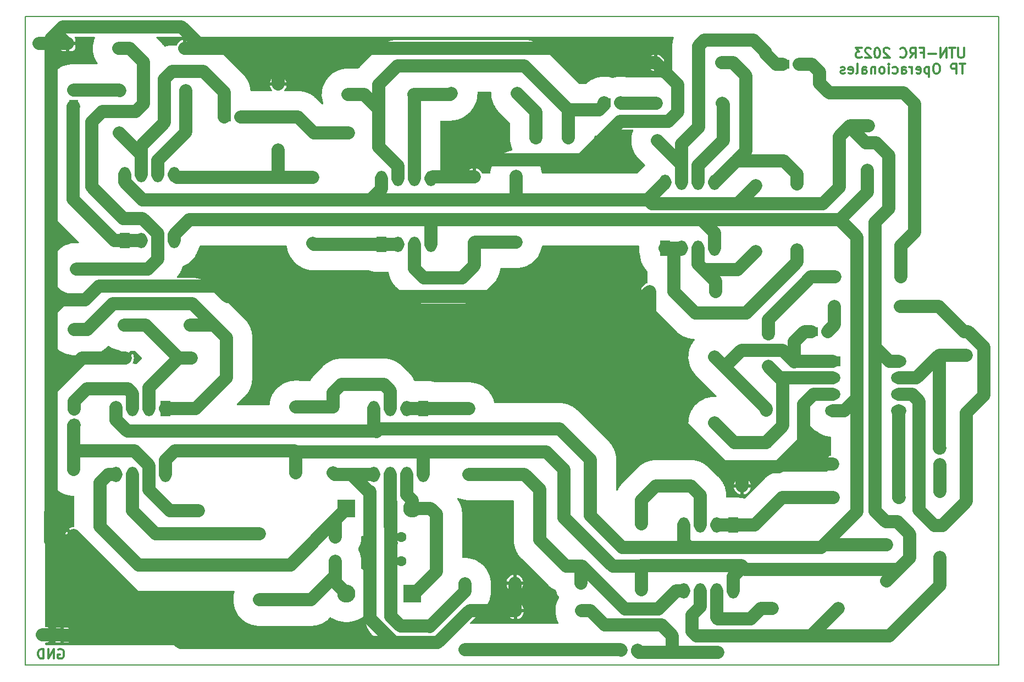
<source format=gbr>
%TF.GenerationSoftware,KiCad,Pcbnew,7.0.2*%
%TF.CreationDate,2023-05-13T22:41:41-03:00*%
%TF.ProjectId,op,6f702e6b-6963-4616-945f-706362585858,rev?*%
%TF.SameCoordinates,Original*%
%TF.FileFunction,Copper,L2,Bot*%
%TF.FilePolarity,Positive*%
%FSLAX46Y46*%
G04 Gerber Fmt 4.6, Leading zero omitted, Abs format (unit mm)*
G04 Created by KiCad (PCBNEW 7.0.2) date 2023-05-13 22:41:41*
%MOMM*%
%LPD*%
G01*
G04 APERTURE LIST*
%TA.AperFunction,NonConductor*%
%ADD10C,0.200000*%
%TD*%
%ADD11C,0.300000*%
%TA.AperFunction,NonConductor*%
%ADD12C,0.300000*%
%TD*%
%TA.AperFunction,ComponentPad*%
%ADD13C,1.600000*%
%TD*%
%TA.AperFunction,ComponentPad*%
%ADD14O,1.600000X1.600000*%
%TD*%
%TA.AperFunction,ComponentPad*%
%ADD15R,1.350000X1.350000*%
%TD*%
%TA.AperFunction,ComponentPad*%
%ADD16O,1.350000X1.350000*%
%TD*%
%TA.AperFunction,ComponentPad*%
%ADD17R,1.600000X1.600000*%
%TD*%
%TA.AperFunction,ComponentPad*%
%ADD18R,1.600000X2.400000*%
%TD*%
%TA.AperFunction,ComponentPad*%
%ADD19O,1.600000X2.400000*%
%TD*%
%TA.AperFunction,ComponentPad*%
%ADD20R,2.400000X1.600000*%
%TD*%
%TA.AperFunction,ComponentPad*%
%ADD21O,2.400000X1.600000*%
%TD*%
%TA.AperFunction,ComponentPad*%
%ADD22R,2.800000X2.800000*%
%TD*%
%TA.AperFunction,ComponentPad*%
%ADD23O,2.800000X2.800000*%
%TD*%
%TA.AperFunction,Conductor*%
%ADD24C,2.000000*%
%TD*%
G04 APERTURE END LIST*
D10*
X15000000Y-120000000D02*
X165000000Y-120000000D01*
X15000000Y-20000000D02*
X15000000Y-120000000D01*
X165000000Y-20000000D02*
X165000000Y-120000000D01*
X15000000Y-20000000D02*
X165000000Y-20000000D01*
D11*
D12*
X159612857Y-24856428D02*
X159612857Y-26070714D01*
X159612857Y-26070714D02*
X159541428Y-26213571D01*
X159541428Y-26213571D02*
X159470000Y-26285000D01*
X159470000Y-26285000D02*
X159327142Y-26356428D01*
X159327142Y-26356428D02*
X159041428Y-26356428D01*
X159041428Y-26356428D02*
X158898571Y-26285000D01*
X158898571Y-26285000D02*
X158827142Y-26213571D01*
X158827142Y-26213571D02*
X158755714Y-26070714D01*
X158755714Y-26070714D02*
X158755714Y-24856428D01*
X158255713Y-24856428D02*
X157398571Y-24856428D01*
X157827142Y-26356428D02*
X157827142Y-24856428D01*
X156898571Y-26356428D02*
X156898571Y-24856428D01*
X156898571Y-24856428D02*
X156041428Y-26356428D01*
X156041428Y-26356428D02*
X156041428Y-24856428D01*
X155327142Y-25785000D02*
X154184285Y-25785000D01*
X152969999Y-25570714D02*
X153469999Y-25570714D01*
X153469999Y-26356428D02*
X153469999Y-24856428D01*
X153469999Y-24856428D02*
X152755713Y-24856428D01*
X151327142Y-26356428D02*
X151827142Y-25642142D01*
X152184285Y-26356428D02*
X152184285Y-24856428D01*
X152184285Y-24856428D02*
X151612856Y-24856428D01*
X151612856Y-24856428D02*
X151469999Y-24927857D01*
X151469999Y-24927857D02*
X151398570Y-24999285D01*
X151398570Y-24999285D02*
X151327142Y-25142142D01*
X151327142Y-25142142D02*
X151327142Y-25356428D01*
X151327142Y-25356428D02*
X151398570Y-25499285D01*
X151398570Y-25499285D02*
X151469999Y-25570714D01*
X151469999Y-25570714D02*
X151612856Y-25642142D01*
X151612856Y-25642142D02*
X152184285Y-25642142D01*
X149827142Y-26213571D02*
X149898570Y-26285000D01*
X149898570Y-26285000D02*
X150112856Y-26356428D01*
X150112856Y-26356428D02*
X150255713Y-26356428D01*
X150255713Y-26356428D02*
X150469999Y-26285000D01*
X150469999Y-26285000D02*
X150612856Y-26142142D01*
X150612856Y-26142142D02*
X150684285Y-25999285D01*
X150684285Y-25999285D02*
X150755713Y-25713571D01*
X150755713Y-25713571D02*
X150755713Y-25499285D01*
X150755713Y-25499285D02*
X150684285Y-25213571D01*
X150684285Y-25213571D02*
X150612856Y-25070714D01*
X150612856Y-25070714D02*
X150469999Y-24927857D01*
X150469999Y-24927857D02*
X150255713Y-24856428D01*
X150255713Y-24856428D02*
X150112856Y-24856428D01*
X150112856Y-24856428D02*
X149898570Y-24927857D01*
X149898570Y-24927857D02*
X149827142Y-24999285D01*
X148112856Y-24999285D02*
X148041428Y-24927857D01*
X148041428Y-24927857D02*
X147898571Y-24856428D01*
X147898571Y-24856428D02*
X147541428Y-24856428D01*
X147541428Y-24856428D02*
X147398571Y-24927857D01*
X147398571Y-24927857D02*
X147327142Y-24999285D01*
X147327142Y-24999285D02*
X147255713Y-25142142D01*
X147255713Y-25142142D02*
X147255713Y-25285000D01*
X147255713Y-25285000D02*
X147327142Y-25499285D01*
X147327142Y-25499285D02*
X148184285Y-26356428D01*
X148184285Y-26356428D02*
X147255713Y-26356428D01*
X146327142Y-24856428D02*
X146184285Y-24856428D01*
X146184285Y-24856428D02*
X146041428Y-24927857D01*
X146041428Y-24927857D02*
X145970000Y-24999285D01*
X145970000Y-24999285D02*
X145898571Y-25142142D01*
X145898571Y-25142142D02*
X145827142Y-25427857D01*
X145827142Y-25427857D02*
X145827142Y-25785000D01*
X145827142Y-25785000D02*
X145898571Y-26070714D01*
X145898571Y-26070714D02*
X145970000Y-26213571D01*
X145970000Y-26213571D02*
X146041428Y-26285000D01*
X146041428Y-26285000D02*
X146184285Y-26356428D01*
X146184285Y-26356428D02*
X146327142Y-26356428D01*
X146327142Y-26356428D02*
X146470000Y-26285000D01*
X146470000Y-26285000D02*
X146541428Y-26213571D01*
X146541428Y-26213571D02*
X146612857Y-26070714D01*
X146612857Y-26070714D02*
X146684285Y-25785000D01*
X146684285Y-25785000D02*
X146684285Y-25427857D01*
X146684285Y-25427857D02*
X146612857Y-25142142D01*
X146612857Y-25142142D02*
X146541428Y-24999285D01*
X146541428Y-24999285D02*
X146470000Y-24927857D01*
X146470000Y-24927857D02*
X146327142Y-24856428D01*
X145255714Y-24999285D02*
X145184286Y-24927857D01*
X145184286Y-24927857D02*
X145041429Y-24856428D01*
X145041429Y-24856428D02*
X144684286Y-24856428D01*
X144684286Y-24856428D02*
X144541429Y-24927857D01*
X144541429Y-24927857D02*
X144470000Y-24999285D01*
X144470000Y-24999285D02*
X144398571Y-25142142D01*
X144398571Y-25142142D02*
X144398571Y-25285000D01*
X144398571Y-25285000D02*
X144470000Y-25499285D01*
X144470000Y-25499285D02*
X145327143Y-26356428D01*
X145327143Y-26356428D02*
X144398571Y-26356428D01*
X143898572Y-24856428D02*
X142970000Y-24856428D01*
X142970000Y-24856428D02*
X143470000Y-25427857D01*
X143470000Y-25427857D02*
X143255715Y-25427857D01*
X143255715Y-25427857D02*
X143112858Y-25499285D01*
X143112858Y-25499285D02*
X143041429Y-25570714D01*
X143041429Y-25570714D02*
X142970000Y-25713571D01*
X142970000Y-25713571D02*
X142970000Y-26070714D01*
X142970000Y-26070714D02*
X143041429Y-26213571D01*
X143041429Y-26213571D02*
X143112858Y-26285000D01*
X143112858Y-26285000D02*
X143255715Y-26356428D01*
X143255715Y-26356428D02*
X143684286Y-26356428D01*
X143684286Y-26356428D02*
X143827143Y-26285000D01*
X143827143Y-26285000D02*
X143898572Y-26213571D01*
X159827142Y-27286428D02*
X158970000Y-27286428D01*
X159398571Y-28786428D02*
X159398571Y-27286428D01*
X158470000Y-28786428D02*
X158470000Y-27286428D01*
X158470000Y-27286428D02*
X157898571Y-27286428D01*
X157898571Y-27286428D02*
X157755714Y-27357857D01*
X157755714Y-27357857D02*
X157684285Y-27429285D01*
X157684285Y-27429285D02*
X157612857Y-27572142D01*
X157612857Y-27572142D02*
X157612857Y-27786428D01*
X157612857Y-27786428D02*
X157684285Y-27929285D01*
X157684285Y-27929285D02*
X157755714Y-28000714D01*
X157755714Y-28000714D02*
X157898571Y-28072142D01*
X157898571Y-28072142D02*
X158470000Y-28072142D01*
X155541428Y-27286428D02*
X155255714Y-27286428D01*
X155255714Y-27286428D02*
X155112857Y-27357857D01*
X155112857Y-27357857D02*
X154970000Y-27500714D01*
X154970000Y-27500714D02*
X154898571Y-27786428D01*
X154898571Y-27786428D02*
X154898571Y-28286428D01*
X154898571Y-28286428D02*
X154970000Y-28572142D01*
X154970000Y-28572142D02*
X155112857Y-28715000D01*
X155112857Y-28715000D02*
X155255714Y-28786428D01*
X155255714Y-28786428D02*
X155541428Y-28786428D01*
X155541428Y-28786428D02*
X155684286Y-28715000D01*
X155684286Y-28715000D02*
X155827143Y-28572142D01*
X155827143Y-28572142D02*
X155898571Y-28286428D01*
X155898571Y-28286428D02*
X155898571Y-27786428D01*
X155898571Y-27786428D02*
X155827143Y-27500714D01*
X155827143Y-27500714D02*
X155684286Y-27357857D01*
X155684286Y-27357857D02*
X155541428Y-27286428D01*
X154255714Y-27786428D02*
X154255714Y-29286428D01*
X154255714Y-27857857D02*
X154112857Y-27786428D01*
X154112857Y-27786428D02*
X153827142Y-27786428D01*
X153827142Y-27786428D02*
X153684285Y-27857857D01*
X153684285Y-27857857D02*
X153612857Y-27929285D01*
X153612857Y-27929285D02*
X153541428Y-28072142D01*
X153541428Y-28072142D02*
X153541428Y-28500714D01*
X153541428Y-28500714D02*
X153612857Y-28643571D01*
X153612857Y-28643571D02*
X153684285Y-28715000D01*
X153684285Y-28715000D02*
X153827142Y-28786428D01*
X153827142Y-28786428D02*
X154112857Y-28786428D01*
X154112857Y-28786428D02*
X154255714Y-28715000D01*
X152327142Y-28715000D02*
X152469999Y-28786428D01*
X152469999Y-28786428D02*
X152755714Y-28786428D01*
X152755714Y-28786428D02*
X152898571Y-28715000D01*
X152898571Y-28715000D02*
X152969999Y-28572142D01*
X152969999Y-28572142D02*
X152969999Y-28000714D01*
X152969999Y-28000714D02*
X152898571Y-27857857D01*
X152898571Y-27857857D02*
X152755714Y-27786428D01*
X152755714Y-27786428D02*
X152469999Y-27786428D01*
X152469999Y-27786428D02*
X152327142Y-27857857D01*
X152327142Y-27857857D02*
X152255714Y-28000714D01*
X152255714Y-28000714D02*
X152255714Y-28143571D01*
X152255714Y-28143571D02*
X152969999Y-28286428D01*
X151612857Y-28786428D02*
X151612857Y-27786428D01*
X151612857Y-28072142D02*
X151541428Y-27929285D01*
X151541428Y-27929285D02*
X151470000Y-27857857D01*
X151470000Y-27857857D02*
X151327142Y-27786428D01*
X151327142Y-27786428D02*
X151184285Y-27786428D01*
X150041429Y-28786428D02*
X150041429Y-28000714D01*
X150041429Y-28000714D02*
X150112857Y-27857857D01*
X150112857Y-27857857D02*
X150255714Y-27786428D01*
X150255714Y-27786428D02*
X150541429Y-27786428D01*
X150541429Y-27786428D02*
X150684286Y-27857857D01*
X150041429Y-28715000D02*
X150184286Y-28786428D01*
X150184286Y-28786428D02*
X150541429Y-28786428D01*
X150541429Y-28786428D02*
X150684286Y-28715000D01*
X150684286Y-28715000D02*
X150755714Y-28572142D01*
X150755714Y-28572142D02*
X150755714Y-28429285D01*
X150755714Y-28429285D02*
X150684286Y-28286428D01*
X150684286Y-28286428D02*
X150541429Y-28215000D01*
X150541429Y-28215000D02*
X150184286Y-28215000D01*
X150184286Y-28215000D02*
X150041429Y-28143571D01*
X148684286Y-28715000D02*
X148827143Y-28786428D01*
X148827143Y-28786428D02*
X149112857Y-28786428D01*
X149112857Y-28786428D02*
X149255714Y-28715000D01*
X149255714Y-28715000D02*
X149327143Y-28643571D01*
X149327143Y-28643571D02*
X149398571Y-28500714D01*
X149398571Y-28500714D02*
X149398571Y-28072142D01*
X149398571Y-28072142D02*
X149327143Y-27929285D01*
X149327143Y-27929285D02*
X149255714Y-27857857D01*
X149255714Y-27857857D02*
X149112857Y-27786428D01*
X149112857Y-27786428D02*
X148827143Y-27786428D01*
X148827143Y-27786428D02*
X148684286Y-27857857D01*
X148041429Y-28786428D02*
X148041429Y-27786428D01*
X148041429Y-27286428D02*
X148112857Y-27357857D01*
X148112857Y-27357857D02*
X148041429Y-27429285D01*
X148041429Y-27429285D02*
X147970000Y-27357857D01*
X147970000Y-27357857D02*
X148041429Y-27286428D01*
X148041429Y-27286428D02*
X148041429Y-27429285D01*
X147112857Y-28786428D02*
X147255714Y-28715000D01*
X147255714Y-28715000D02*
X147327143Y-28643571D01*
X147327143Y-28643571D02*
X147398571Y-28500714D01*
X147398571Y-28500714D02*
X147398571Y-28072142D01*
X147398571Y-28072142D02*
X147327143Y-27929285D01*
X147327143Y-27929285D02*
X147255714Y-27857857D01*
X147255714Y-27857857D02*
X147112857Y-27786428D01*
X147112857Y-27786428D02*
X146898571Y-27786428D01*
X146898571Y-27786428D02*
X146755714Y-27857857D01*
X146755714Y-27857857D02*
X146684286Y-27929285D01*
X146684286Y-27929285D02*
X146612857Y-28072142D01*
X146612857Y-28072142D02*
X146612857Y-28500714D01*
X146612857Y-28500714D02*
X146684286Y-28643571D01*
X146684286Y-28643571D02*
X146755714Y-28715000D01*
X146755714Y-28715000D02*
X146898571Y-28786428D01*
X146898571Y-28786428D02*
X147112857Y-28786428D01*
X145970000Y-27786428D02*
X145970000Y-28786428D01*
X145970000Y-27929285D02*
X145898571Y-27857857D01*
X145898571Y-27857857D02*
X145755714Y-27786428D01*
X145755714Y-27786428D02*
X145541428Y-27786428D01*
X145541428Y-27786428D02*
X145398571Y-27857857D01*
X145398571Y-27857857D02*
X145327143Y-28000714D01*
X145327143Y-28000714D02*
X145327143Y-28786428D01*
X143970000Y-28786428D02*
X143970000Y-28000714D01*
X143970000Y-28000714D02*
X144041428Y-27857857D01*
X144041428Y-27857857D02*
X144184285Y-27786428D01*
X144184285Y-27786428D02*
X144470000Y-27786428D01*
X144470000Y-27786428D02*
X144612857Y-27857857D01*
X143970000Y-28715000D02*
X144112857Y-28786428D01*
X144112857Y-28786428D02*
X144470000Y-28786428D01*
X144470000Y-28786428D02*
X144612857Y-28715000D01*
X144612857Y-28715000D02*
X144684285Y-28572142D01*
X144684285Y-28572142D02*
X144684285Y-28429285D01*
X144684285Y-28429285D02*
X144612857Y-28286428D01*
X144612857Y-28286428D02*
X144470000Y-28215000D01*
X144470000Y-28215000D02*
X144112857Y-28215000D01*
X144112857Y-28215000D02*
X143970000Y-28143571D01*
X143041428Y-28786428D02*
X143184285Y-28715000D01*
X143184285Y-28715000D02*
X143255714Y-28572142D01*
X143255714Y-28572142D02*
X143255714Y-27286428D01*
X141898571Y-28715000D02*
X142041428Y-28786428D01*
X142041428Y-28786428D02*
X142327143Y-28786428D01*
X142327143Y-28786428D02*
X142470000Y-28715000D01*
X142470000Y-28715000D02*
X142541428Y-28572142D01*
X142541428Y-28572142D02*
X142541428Y-28000714D01*
X142541428Y-28000714D02*
X142470000Y-27857857D01*
X142470000Y-27857857D02*
X142327143Y-27786428D01*
X142327143Y-27786428D02*
X142041428Y-27786428D01*
X142041428Y-27786428D02*
X141898571Y-27857857D01*
X141898571Y-27857857D02*
X141827143Y-28000714D01*
X141827143Y-28000714D02*
X141827143Y-28143571D01*
X141827143Y-28143571D02*
X142541428Y-28286428D01*
X141255714Y-28715000D02*
X141112857Y-28786428D01*
X141112857Y-28786428D02*
X140827143Y-28786428D01*
X140827143Y-28786428D02*
X140684286Y-28715000D01*
X140684286Y-28715000D02*
X140612857Y-28572142D01*
X140612857Y-28572142D02*
X140612857Y-28500714D01*
X140612857Y-28500714D02*
X140684286Y-28357857D01*
X140684286Y-28357857D02*
X140827143Y-28286428D01*
X140827143Y-28286428D02*
X141041429Y-28286428D01*
X141041429Y-28286428D02*
X141184286Y-28215000D01*
X141184286Y-28215000D02*
X141255714Y-28072142D01*
X141255714Y-28072142D02*
X141255714Y-28000714D01*
X141255714Y-28000714D02*
X141184286Y-27857857D01*
X141184286Y-27857857D02*
X141041429Y-27786428D01*
X141041429Y-27786428D02*
X140827143Y-27786428D01*
X140827143Y-27786428D02*
X140684286Y-27857857D01*
D11*
D12*
X20147142Y-117577857D02*
X20290000Y-117506428D01*
X20290000Y-117506428D02*
X20504285Y-117506428D01*
X20504285Y-117506428D02*
X20718571Y-117577857D01*
X20718571Y-117577857D02*
X20861428Y-117720714D01*
X20861428Y-117720714D02*
X20932857Y-117863571D01*
X20932857Y-117863571D02*
X21004285Y-118149285D01*
X21004285Y-118149285D02*
X21004285Y-118363571D01*
X21004285Y-118363571D02*
X20932857Y-118649285D01*
X20932857Y-118649285D02*
X20861428Y-118792142D01*
X20861428Y-118792142D02*
X20718571Y-118935000D01*
X20718571Y-118935000D02*
X20504285Y-119006428D01*
X20504285Y-119006428D02*
X20361428Y-119006428D01*
X20361428Y-119006428D02*
X20147142Y-118935000D01*
X20147142Y-118935000D02*
X20075714Y-118863571D01*
X20075714Y-118863571D02*
X20075714Y-118363571D01*
X20075714Y-118363571D02*
X20361428Y-118363571D01*
X19432857Y-119006428D02*
X19432857Y-117506428D01*
X19432857Y-117506428D02*
X18575714Y-119006428D01*
X18575714Y-119006428D02*
X18575714Y-117506428D01*
X17861428Y-119006428D02*
X17861428Y-117506428D01*
X17861428Y-117506428D02*
X17504285Y-117506428D01*
X17504285Y-117506428D02*
X17289999Y-117577857D01*
X17289999Y-117577857D02*
X17147142Y-117720714D01*
X17147142Y-117720714D02*
X17075713Y-117863571D01*
X17075713Y-117863571D02*
X17004285Y-118149285D01*
X17004285Y-118149285D02*
X17004285Y-118363571D01*
X17004285Y-118363571D02*
X17075713Y-118649285D01*
X17075713Y-118649285D02*
X17147142Y-118792142D01*
X17147142Y-118792142D02*
X17289999Y-118935000D01*
X17289999Y-118935000D02*
X17504285Y-119006428D01*
X17504285Y-119006428D02*
X17861428Y-119006428D01*
D13*
%TO.P,R20,1*%
%TO.N,out_E4*%
X149950000Y-60120000D03*
D14*
%TO.P,R20,2*%
%TO.N,Net-(C2-Pad1)*%
X139790000Y-60120000D03*
%TD*%
D15*
%TO.P,J10,1,Pin_1*%
%TO.N,GND*%
X17660000Y-115340000D03*
%TD*%
%TO.P,J18,1,Pin_1*%
%TO.N,Net-(J18-Pin_1)*%
X109170000Y-117700000D03*
D16*
%TO.P,J18,2,Pin_2*%
%TO.N,out_E7*%
X107170000Y-117700000D03*
%TD*%
D15*
%TO.P,J15,1,Pin_1*%
%TO.N,Net-(J15-Pin_1)*%
X132070000Y-27370000D03*
D16*
%TO.P,J15,2,Pin_2*%
%TO.N,out_E4*%
X134070000Y-27370000D03*
%TD*%
D15*
%TO.P,J9,1,Pin_1*%
%TO.N,GND*%
X17190000Y-24180000D03*
%TD*%
D13*
%TO.P,R28,1*%
%TO.N,+15V*%
X56670000Y-90310000D03*
D14*
%TO.P,R28,2*%
%TO.N,Net-(U6A-+)*%
X56670000Y-80150000D03*
%TD*%
D17*
%TO.P,C3,1*%
%TO.N,Net-(U4A--)*%
X129180000Y-85690000D03*
D13*
%TO.P,C3,2*%
%TO.N,Net-(J16-Pin_1)*%
X129180000Y-80690000D03*
%TD*%
D17*
%TO.P,C1,1*%
%TO.N,Net-(C1-Pad1)*%
X93700000Y-38730000D03*
D13*
%TO.P,C1,2*%
%TO.N,Net-(J14-Pin_1)*%
X98700000Y-38730000D03*
%TD*%
%TO.P,R13,1*%
%TO.N,Net-(U2B--)*%
X74880000Y-32040000D03*
D14*
%TO.P,R13,2*%
%TO.N,Net-(J14-Pin_1)*%
X64720000Y-32040000D03*
%TD*%
D13*
%TO.P,R31,1*%
%TO.N,Net-(U5B-+)*%
X100620000Y-107350000D03*
D14*
%TO.P,R31,2*%
%TO.N,GND*%
X90460000Y-107350000D03*
%TD*%
D18*
%TO.P,U7,1*%
%TO.N,out*%
X36660000Y-80445000D03*
D19*
%TO.P,U7,2,-*%
%TO.N,Net-(U7A--)*%
X34120000Y-80445000D03*
%TO.P,U7,3,+*%
%TO.N,out_E8*%
X31580000Y-80445000D03*
%TO.P,U7,4,V-*%
%TO.N,-15V*%
X29040000Y-80445000D03*
%TO.P,U7,5,+*%
%TO.N,Net-(D2-K)*%
X29040000Y-90605000D03*
%TO.P,U7,6,-*%
%TO.N,Net-(U7B--)*%
X31580000Y-90605000D03*
%TO.P,U7,7*%
%TO.N,Net-(J19-Pin_1)*%
X34120000Y-90605000D03*
%TO.P,U7,8,V+*%
%TO.N,+15V*%
X36660000Y-90605000D03*
%TD*%
D13*
%TO.P,R6,1*%
%TO.N,Net-(U2A-+)*%
X84220000Y-54840000D03*
D14*
%TO.P,R6,2*%
%TO.N,GND*%
X84220000Y-44680000D03*
%TD*%
D13*
%TO.P,R30,1*%
%TO.N,Net-(U5B-+)*%
X83370000Y-90560000D03*
D14*
%TO.P,R30,2*%
%TO.N,Net-(U6A--)*%
X83370000Y-80400000D03*
%TD*%
D20*
%TO.P,U4,1*%
%TO.N,Net-(J16-Pin_1)*%
X139455000Y-73200000D03*
D21*
%TO.P,U4,2,-*%
%TO.N,Net-(U4A--)*%
X139455000Y-75740000D03*
%TO.P,U4,3,+*%
%TO.N,GND*%
X139455000Y-78280000D03*
%TO.P,U4,4,V-*%
%TO.N,-15V*%
X139455000Y-80820000D03*
%TO.P,U4,5,+*%
%TO.N,Net-(U4B-+)*%
X149615000Y-80820000D03*
%TO.P,U4,6,-*%
%TO.N,Net-(U4B--)*%
X149615000Y-78280000D03*
%TO.P,U4,7*%
%TO.N,Net-(J17-Pin_1)*%
X149615000Y-75740000D03*
%TO.P,U4,8,V+*%
%TO.N,+15V*%
X149615000Y-73200000D03*
%TD*%
D13*
%TO.P,R17,1*%
%TO.N,Net-(U3B-+)*%
X122330000Y-27140000D03*
D14*
%TO.P,R17,2*%
%TO.N,GND*%
X112170000Y-27140000D03*
%TD*%
D13*
%TO.P,R42,1*%
%TO.N,Net-(U7A--)*%
X30280000Y-67540000D03*
D14*
%TO.P,R42,2*%
%TO.N,out*%
X40440000Y-67540000D03*
%TD*%
D18*
%TO.P,U3,1*%
%TO.N,Net-(U3A--)*%
X113610000Y-55745000D03*
D19*
%TO.P,U3,2,-*%
X116150000Y-55745000D03*
%TO.P,U3,3,+*%
%TO.N,Net-(U3A-+)*%
X118690000Y-55745000D03*
%TO.P,U3,4,V-*%
%TO.N,-15V*%
X121230000Y-55745000D03*
%TO.P,U3,5,+*%
%TO.N,Net-(U3B-+)*%
X121230000Y-45585000D03*
%TO.P,U3,6,-*%
%TO.N,Net-(U3B--)*%
X118690000Y-45585000D03*
%TO.P,U3,7*%
%TO.N,Net-(J15-Pin_1)*%
X116150000Y-45585000D03*
%TO.P,U3,8,V+*%
%TO.N,+15V*%
X113610000Y-45585000D03*
%TD*%
D13*
%TO.P,R10,1*%
%TO.N,Net-(U1B--)*%
X39640000Y-37910000D03*
D14*
%TO.P,R10,2*%
%TO.N,Net-(J13-Pin_1)*%
X29480000Y-37910000D03*
%TD*%
D13*
%TO.P,R15,1*%
%TO.N,Net-(U3A-+)*%
X121360000Y-62390000D03*
D14*
%TO.P,R15,2*%
%TO.N,GND*%
X111200000Y-62390000D03*
%TD*%
D18*
%TO.P,U2,1*%
%TO.N,Net-(U2A--)*%
X69900000Y-55125000D03*
D19*
%TO.P,U2,2,-*%
X72440000Y-55125000D03*
%TO.P,U2,3,+*%
%TO.N,Net-(U2A-+)*%
X74980000Y-55125000D03*
%TO.P,U2,4,V-*%
%TO.N,-15V*%
X77520000Y-55125000D03*
%TO.P,U2,5,+*%
%TO.N,GND*%
X77520000Y-44965000D03*
%TO.P,U2,6,-*%
%TO.N,Net-(U2B--)*%
X74980000Y-44965000D03*
%TO.P,U2,7*%
%TO.N,Net-(J14-Pin_1)*%
X72440000Y-44965000D03*
%TO.P,U2,8,V+*%
%TO.N,+15V*%
X69900000Y-44965000D03*
%TD*%
D15*
%TO.P,J17,1,Pin_1*%
%TO.N,Net-(J17-Pin_1)*%
X155900000Y-86720000D03*
D16*
%TO.P,J17,2,Pin_2*%
%TO.N,out_E6*%
X155900000Y-88720000D03*
%TD*%
D13*
%TO.P,R21,1*%
%TO.N,Net-(U4A--)*%
X121190000Y-82630000D03*
D14*
%TO.P,R21,2*%
%TO.N,Net-(J16-Pin_1)*%
X121190000Y-72470000D03*
%TD*%
D13*
%TO.P,R24,1*%
%TO.N,Net-(U4B-+)*%
X149630000Y-94160000D03*
D14*
%TO.P,R24,2*%
%TO.N,Net-(U5A--)*%
X139470000Y-94160000D03*
%TD*%
D13*
%TO.P,R39,1*%
%TO.N,Net-(U7B--)*%
X31540000Y-96210000D03*
D14*
%TO.P,R39,2*%
%TO.N,Net-(J19-Pin_1)*%
X41700000Y-96210000D03*
%TD*%
D13*
%TO.P,R9,1*%
%TO.N,out_E1*%
X29590000Y-31390000D03*
D14*
%TO.P,R9,2*%
%TO.N,Net-(U1B--)*%
X39750000Y-31390000D03*
%TD*%
D15*
%TO.P,J19,1,Pin_1*%
%TO.N,Net-(J19-Pin_1)*%
X22540000Y-82820000D03*
D16*
%TO.P,J19,2,Pin_2*%
%TO.N,out_E8*%
X22540000Y-80820000D03*
%TD*%
D13*
%TO.P,R8,1*%
%TO.N,Net-(U1B-+)*%
X53990000Y-40590000D03*
D14*
%TO.P,R8,2*%
%TO.N,GND*%
X53990000Y-30430000D03*
%TD*%
D15*
%TO.P,J16,1,Pin_1*%
%TO.N,Net-(J16-Pin_1)*%
X136470000Y-68560000D03*
D16*
%TO.P,J16,2,Pin_2*%
%TO.N,out_E5*%
X138470000Y-68560000D03*
%TD*%
D13*
%TO.P,R22,1*%
%TO.N,+15V*%
X109970000Y-108420000D03*
D14*
%TO.P,R22,2*%
%TO.N,Net-(U5A-+)*%
X109970000Y-98260000D03*
%TD*%
D15*
%TO.P,J4,1,Pin_1*%
%TO.N,-15V*%
X144730000Y-43670000D03*
%TD*%
D13*
%TO.P,R33,1*%
%TO.N,Net-(U5B--)*%
X140220000Y-111300000D03*
D14*
%TO.P,R33,2*%
%TO.N,Net-(C4-Pad1)*%
X130060000Y-111300000D03*
%TD*%
D13*
%TO.P,R36,1*%
%TO.N,Net-(U6B--)*%
X72940000Y-103990000D03*
D14*
%TO.P,R36,2*%
%TO.N,Net-(D1-A)*%
X62780000Y-103990000D03*
%TD*%
D13*
%TO.P,R41,1*%
%TO.N,GND*%
X30470000Y-72670000D03*
D14*
%TO.P,R41,2*%
%TO.N,Net-(U7A--)*%
X40630000Y-72670000D03*
%TD*%
D13*
%TO.P,R37,1*%
%TO.N,Net-(U6B--)*%
X72940000Y-100250000D03*
D14*
%TO.P,R37,2*%
%TO.N,Net-(D2-K)*%
X62780000Y-100250000D03*
%TD*%
D15*
%TO.P,J13,1,Pin_1*%
%TO.N,Net-(J13-Pin_1)*%
X46050000Y-35500000D03*
D16*
%TO.P,J13,2,Pin_2*%
%TO.N,out_E2*%
X48050000Y-35500000D03*
%TD*%
D17*
%TO.P,C4,1*%
%TO.N,Net-(C4-Pad1)*%
X121760000Y-112830000D03*
D13*
%TO.P,C4,2*%
%TO.N,Net-(J18-Pin_1)*%
X121760000Y-117830000D03*
%TD*%
D18*
%TO.P,U5,1*%
%TO.N,Net-(U5A--)*%
X124080000Y-98395000D03*
D19*
%TO.P,U5,2,-*%
X121540000Y-98395000D03*
%TO.P,U5,3,+*%
%TO.N,Net-(U5A-+)*%
X119000000Y-98395000D03*
%TO.P,U5,4,V-*%
%TO.N,-15V*%
X116460000Y-98395000D03*
%TO.P,U5,5,+*%
%TO.N,Net-(U5B-+)*%
X116460000Y-108555000D03*
%TO.P,U5,6,-*%
%TO.N,Net-(U5B--)*%
X119000000Y-108555000D03*
%TO.P,U5,7*%
%TO.N,Net-(C4-Pad1)*%
X121540000Y-108555000D03*
%TO.P,U5,8,V+*%
%TO.N,+15V*%
X124080000Y-108555000D03*
%TD*%
D18*
%TO.P,U6,1*%
%TO.N,Net-(U6A--)*%
X76350000Y-80405000D03*
D19*
%TO.P,U6,2,-*%
X73810000Y-80405000D03*
%TO.P,U6,3,+*%
%TO.N,Net-(U6A-+)*%
X71270000Y-80405000D03*
%TO.P,U6,4,V-*%
%TO.N,-15V*%
X68730000Y-80405000D03*
%TO.P,U6,5,+*%
%TO.N,GND*%
X68730000Y-90565000D03*
%TO.P,U6,6,-*%
%TO.N,Net-(U6B--)*%
X71270000Y-90565000D03*
%TO.P,U6,7*%
%TO.N,Net-(D1-K)*%
X73810000Y-90565000D03*
%TO.P,U6,8,V+*%
%TO.N,+15V*%
X76350000Y-90565000D03*
%TD*%
D22*
%TO.P,D1,1,K*%
%TO.N,Net-(D1-K)*%
X74680000Y-108940000D03*
D23*
%TO.P,D1,2,A*%
%TO.N,Net-(D1-A)*%
X64520000Y-108940000D03*
%TD*%
D13*
%TO.P,R26,1*%
%TO.N,out_E5*%
X139690000Y-64670000D03*
D14*
%TO.P,R26,2*%
%TO.N,Net-(U4B--)*%
X149850000Y-64670000D03*
%TD*%
D15*
%TO.P,J7,1,Pin_1*%
%TO.N,out*%
X22610000Y-68220000D03*
%TD*%
D17*
%TO.P,C2,1*%
%TO.N,Net-(C2-Pad1)*%
X129480000Y-68940000D03*
D13*
%TO.P,C2,2*%
%TO.N,Net-(U4A--)*%
X129480000Y-73940000D03*
%TD*%
D15*
%TO.P,J11,1,Pin_1*%
%TO.N,GND*%
X21540000Y-24150000D03*
%TD*%
D13*
%TO.P,R38,1*%
%TO.N,Net-(D1-A)*%
X51090000Y-109940000D03*
D14*
%TO.P,R38,2*%
%TO.N,Net-(U7B--)*%
X51090000Y-99780000D03*
%TD*%
D15*
%TO.P,J8,1,Pin_1*%
%TO.N,GND*%
X20690000Y-115370000D03*
%TD*%
D13*
%TO.P,R19,1*%
%TO.N,Net-(U3B--)*%
X122560000Y-39100000D03*
D14*
%TO.P,R19,2*%
%TO.N,Net-(J15-Pin_1)*%
X112400000Y-39100000D03*
%TD*%
D15*
%TO.P,J14,1,Pin_1*%
%TO.N,Net-(J14-Pin_1)*%
X104520000Y-33280000D03*
D16*
%TO.P,J14,2,Pin_2*%
%TO.N,out_E3*%
X106520000Y-33280000D03*
%TD*%
D15*
%TO.P,J1,1,Pin_1*%
%TO.N,+15V*%
X147730000Y-107060000D03*
%TD*%
D13*
%TO.P,R12,1*%
%TO.N,Net-(U2B--)*%
X80680000Y-31860000D03*
D14*
%TO.P,R12,2*%
%TO.N,Net-(C1-Pad1)*%
X90840000Y-31860000D03*
%TD*%
D13*
%TO.P,R14,1*%
%TO.N,+15V*%
X127600000Y-46050000D03*
D14*
%TO.P,R14,2*%
%TO.N,Net-(U3A-+)*%
X127600000Y-56210000D03*
%TD*%
D13*
%TO.P,R18,1*%
%TO.N,out_E3*%
X112240000Y-33390000D03*
D14*
%TO.P,R18,2*%
%TO.N,Net-(U3B--)*%
X122400000Y-33390000D03*
%TD*%
D15*
%TO.P,J5,1,Pin_1*%
%TO.N,-15V*%
X147680000Y-101400000D03*
%TD*%
D13*
%TO.P,R27,1*%
%TO.N,Net-(U4B--)*%
X160030000Y-82430000D03*
D14*
%TO.P,R27,2*%
%TO.N,Net-(J17-Pin_1)*%
X160030000Y-72270000D03*
%TD*%
D22*
%TO.P,D2,1,K*%
%TO.N,Net-(D2-K)*%
X64500000Y-95870000D03*
D23*
%TO.P,D2,2,A*%
%TO.N,Net-(D1-K)*%
X74660000Y-95870000D03*
%TD*%
D18*
%TO.P,U1,1*%
%TO.N,Net-(J12-Pin_1)*%
X30330000Y-54520000D03*
D19*
%TO.P,U1,2,-*%
X32870000Y-54520000D03*
%TO.P,U1,3,+*%
%TO.N,INPUT*%
X35410000Y-54520000D03*
%TO.P,U1,4,V-*%
%TO.N,-15V*%
X37950000Y-54520000D03*
%TO.P,U1,5,+*%
%TO.N,Net-(U1B-+)*%
X37950000Y-44360000D03*
%TO.P,U1,6,-*%
%TO.N,Net-(U1B--)*%
X35410000Y-44360000D03*
%TO.P,U1,7*%
%TO.N,Net-(J13-Pin_1)*%
X32870000Y-44360000D03*
%TO.P,U1,8,V+*%
%TO.N,+15V*%
X30330000Y-44360000D03*
%TD*%
D13*
%TO.P,R11,1*%
%TO.N,out_E2*%
X64800000Y-37950000D03*
D14*
%TO.P,R11,2*%
%TO.N,Net-(U2B--)*%
X74960000Y-37950000D03*
%TD*%
D13*
%TO.P,R40,1*%
%TO.N,GND*%
X22500000Y-100040000D03*
D14*
%TO.P,R40,2*%
%TO.N,Net-(J19-Pin_1)*%
X22500000Y-89880000D03*
%TD*%
D15*
%TO.P,J6,1,Pin_1*%
%TO.N,INPUT*%
X22890000Y-58920000D03*
%TD*%
D13*
%TO.P,R29,1*%
%TO.N,Net-(U6A-+)*%
X62490000Y-80220000D03*
D14*
%TO.P,R29,2*%
%TO.N,GND*%
X62490000Y-90380000D03*
%TD*%
D13*
%TO.P,R25,1*%
%TO.N,Net-(U4B-+)*%
X149610000Y-88960000D03*
D14*
%TO.P,R25,2*%
%TO.N,GND*%
X139450000Y-88960000D03*
%TD*%
D13*
%TO.P,R7,1*%
%TO.N,Net-(U1B-+)*%
X59310000Y-44790000D03*
D14*
%TO.P,R7,2*%
%TO.N,Net-(U2A--)*%
X59310000Y-54950000D03*
%TD*%
D13*
%TO.P,R23,1*%
%TO.N,Net-(U5A-+)*%
X115320000Y-92400000D03*
D14*
%TO.P,R23,2*%
%TO.N,GND*%
X125480000Y-92400000D03*
%TD*%
D13*
%TO.P,R4,1*%
%TO.N,INPUT*%
X29450000Y-24870000D03*
D14*
%TO.P,R4,2*%
%TO.N,GND*%
X39610000Y-24870000D03*
%TD*%
D13*
%TO.P,R32,1*%
%TO.N,out_E6*%
X155900000Y-93240000D03*
D14*
%TO.P,R32,2*%
%TO.N,Net-(U5B--)*%
X155900000Y-103400000D03*
%TD*%
D15*
%TO.P,J2,1,Pin_1*%
%TO.N,+15V*%
X144930000Y-36800000D03*
%TD*%
D13*
%TO.P,R5,1*%
%TO.N,+15V*%
X90640000Y-44620000D03*
D14*
%TO.P,R5,2*%
%TO.N,Net-(U2A-+)*%
X90640000Y-54780000D03*
%TD*%
D13*
%TO.P,R16,1*%
%TO.N,Net-(U3B-+)*%
X133950000Y-45830000D03*
D14*
%TO.P,R16,2*%
%TO.N,Net-(U3A--)*%
X133950000Y-55990000D03*
%TD*%
D13*
%TO.P,R35,1*%
%TO.N,out_E7*%
X82740000Y-117640000D03*
D14*
%TO.P,R35,2*%
%TO.N,Net-(U6B--)*%
X82740000Y-107480000D03*
%TD*%
D15*
%TO.P,J12,1,Pin_1*%
%TO.N,Net-(J12-Pin_1)*%
X22450000Y-33510000D03*
D16*
%TO.P,J12,2,Pin_2*%
%TO.N,out_E1*%
X22450000Y-31510000D03*
%TD*%
D13*
%TO.P,R34,1*%
%TO.N,Net-(J18-Pin_1)*%
X100720000Y-111630000D03*
D14*
%TO.P,R34,2*%
%TO.N,GND*%
X90560000Y-111630000D03*
%TD*%
D24*
%TO.N,Net-(C1-Pad1)*%
X93700000Y-34720000D02*
X90840000Y-31860000D01*
X93700000Y-38730000D02*
X93700000Y-34720000D01*
%TO.N,Net-(J14-Pin_1)*%
X72440000Y-43040000D02*
X69510000Y-40110000D01*
X91920000Y-27610000D02*
X72380000Y-27610000D01*
X104195000Y-33605000D02*
X104195000Y-33280000D01*
X72380000Y-27610000D02*
X69510000Y-30480000D01*
X72440000Y-44965000D02*
X72440000Y-43040000D01*
X98700000Y-38730000D02*
X98700000Y-34390000D01*
X69510000Y-30480000D02*
X69510000Y-34300000D01*
X69510000Y-40110000D02*
X69510000Y-34300000D01*
X98700000Y-34390000D02*
X103410000Y-34390000D01*
X69510000Y-34300000D02*
X67250000Y-32040000D01*
X67250000Y-32040000D02*
X64720000Y-32040000D01*
X103410000Y-34390000D02*
X104195000Y-33605000D01*
X98700000Y-34390000D02*
X91920000Y-27610000D01*
%TO.N,Net-(C2-Pad1)*%
X135530000Y-60610000D02*
X136020000Y-60120000D01*
X129480000Y-66760000D02*
X129480000Y-68940000D01*
X129480000Y-66760000D02*
X135530000Y-60710000D01*
X135530000Y-60710000D02*
X135530000Y-60610000D01*
X136020000Y-60120000D02*
X139790000Y-60120000D01*
%TO.N,Net-(U4A--)*%
X139455000Y-75740000D02*
X131280000Y-75740000D01*
X131290000Y-75750000D02*
X129480000Y-73940000D01*
X129180000Y-85690000D02*
X129180000Y-85660000D01*
X131740000Y-76200000D02*
X131290000Y-75750000D01*
X131740000Y-83100000D02*
X131740000Y-76200000D01*
X131280000Y-75740000D02*
X129480000Y-73940000D01*
X129180000Y-85690000D02*
X124250000Y-85690000D01*
X129180000Y-85660000D02*
X131740000Y-83100000D01*
X124250000Y-85690000D02*
X121190000Y-82630000D01*
%TO.N,Net-(J16-Pin_1)*%
X125360000Y-71440000D02*
X122760000Y-74040000D01*
X131740000Y-71440000D02*
X125360000Y-71440000D01*
X133520000Y-73200000D02*
X133520000Y-70100000D01*
X122760000Y-74040000D02*
X121190000Y-72470000D01*
X133510000Y-73210000D02*
X131740000Y-71440000D01*
X133520000Y-73200000D02*
X139455000Y-73200000D01*
X129180000Y-80460000D02*
X122760000Y-74040000D01*
X133520000Y-70100000D02*
X135060000Y-68560000D01*
X133510000Y-73210000D02*
X133520000Y-73200000D01*
X135060000Y-68560000D02*
X136145000Y-68560000D01*
X129180000Y-80690000D02*
X129180000Y-80460000D01*
%TO.N,Net-(C4-Pad1)*%
X121540000Y-112610000D02*
X121540000Y-108555000D01*
X128360000Y-111300000D02*
X126830000Y-112830000D01*
X130060000Y-111300000D02*
X128360000Y-111300000D01*
X126830000Y-112830000D02*
X121760000Y-112830000D01*
X121760000Y-112830000D02*
X121540000Y-112610000D01*
%TO.N,Net-(J18-Pin_1)*%
X100720000Y-111630000D02*
X102080000Y-111630000D01*
X104290000Y-113840000D02*
X102080000Y-111630000D01*
X113050000Y-113840000D02*
X104290000Y-113840000D01*
X109500000Y-118030000D02*
X109345000Y-117875000D01*
X114720000Y-115510000D02*
X114720000Y-118030000D01*
X109345000Y-117875000D02*
X109345000Y-117700000D01*
X113050000Y-113840000D02*
X114720000Y-115510000D01*
X114720000Y-118030000D02*
X121760000Y-118030000D01*
X114720000Y-118030000D02*
X109500000Y-118030000D01*
%TO.N,Net-(D1-K)*%
X75010000Y-108940000D02*
X78330000Y-105620000D01*
X74660000Y-94615000D02*
X74660000Y-95870000D01*
X78330000Y-96730000D02*
X77470000Y-95870000D01*
X77470000Y-95870000D02*
X74660000Y-95870000D01*
X78330000Y-105620000D02*
X78330000Y-96730000D01*
X73810000Y-90565000D02*
X73810000Y-93765000D01*
X73810000Y-93765000D02*
X74660000Y-94615000D01*
X74680000Y-108940000D02*
X75010000Y-108940000D01*
%TO.N,Net-(D1-A)*%
X62780000Y-106190000D02*
X62780000Y-107200000D01*
X62780000Y-107200000D02*
X64520000Y-108940000D01*
X51090000Y-109940000D02*
X59030000Y-109940000D01*
X59030000Y-109940000D02*
X62780000Y-106190000D01*
X62780000Y-103990000D02*
X62780000Y-106190000D01*
%TO.N,Net-(D2-K)*%
X59560000Y-100870000D02*
X55900000Y-104530000D01*
X27835000Y-90605000D02*
X29040000Y-90605000D01*
X64500000Y-95870000D02*
X59560000Y-100810000D01*
X32440000Y-104530000D02*
X26590000Y-98680000D01*
X62780000Y-97590000D02*
X64500000Y-95870000D01*
X26590000Y-98680000D02*
X26590000Y-91850000D01*
X59560000Y-100810000D02*
X59560000Y-100870000D01*
X55900000Y-104530000D02*
X32440000Y-104530000D01*
X26590000Y-91850000D02*
X27835000Y-90605000D01*
X62780000Y-100250000D02*
X62780000Y-97590000D01*
%TO.N,+15V*%
X151290000Y-99790000D02*
X151290000Y-103500000D01*
X69900000Y-46557691D02*
X69900000Y-44965000D01*
X140390000Y-46340000D02*
X140390000Y-38510000D01*
X105540000Y-104750000D02*
X109970000Y-104750000D01*
X56520000Y-86970000D02*
X38080000Y-86970000D01*
X147630000Y-97920000D02*
X149420000Y-97920000D01*
X95290000Y-87120000D02*
X98040000Y-89870000D01*
X148050000Y-49660000D02*
X148050000Y-41420000D01*
X145970000Y-96260000D02*
X147630000Y-97920000D01*
X125330000Y-104680000D02*
X125930000Y-105280000D01*
X144500000Y-39450000D02*
X141975000Y-36925000D01*
X90640000Y-44620000D02*
X90640000Y-48200000D01*
X148050000Y-41420000D02*
X146080000Y-39450000D01*
X137900000Y-48830000D02*
X140390000Y-46340000D01*
X149510000Y-105280000D02*
X147730000Y-107060000D01*
X109970000Y-108420000D02*
X109970000Y-104750000D01*
X151290000Y-103500000D02*
X149510000Y-105280000D01*
X127600000Y-46050000D02*
X124820000Y-48830000D01*
X149420000Y-97920000D02*
X151290000Y-99790000D01*
X141975000Y-36925000D02*
X142100000Y-36800000D01*
X125930000Y-105280000D02*
X149510000Y-105280000D01*
X68227691Y-48230000D02*
X69900000Y-46557691D01*
X36660000Y-90475000D02*
X36650000Y-90465000D01*
X56670000Y-87120000D02*
X76420000Y-87120000D01*
X98040000Y-89870000D02*
X98040000Y-97250000D01*
X125330000Y-104680000D02*
X109900000Y-104680000D01*
X146080000Y-39450000D02*
X144500000Y-39450000D01*
X33087309Y-48230000D02*
X68227691Y-48230000D01*
X111565000Y-48830000D02*
X110965000Y-48230000D01*
X56670000Y-90310000D02*
X56670000Y-87120000D01*
X30330000Y-44360000D02*
X30330000Y-45472691D01*
X140390000Y-38510000D02*
X141975000Y-36925000D01*
X76350000Y-90565000D02*
X76350000Y-87190000D01*
X145970000Y-51740000D02*
X148050000Y-49660000D01*
X90670000Y-48230000D02*
X68227691Y-48230000D01*
X76350000Y-87190000D02*
X76420000Y-87120000D01*
X124820000Y-48830000D02*
X137900000Y-48830000D01*
X36660000Y-90605000D02*
X36660000Y-90475000D01*
X98040000Y-97250000D02*
X105540000Y-104750000D01*
X36650000Y-88400000D02*
X36650000Y-90465000D01*
X125520000Y-104870000D02*
X124080000Y-106310000D01*
X90640000Y-48200000D02*
X90670000Y-48230000D01*
X76420000Y-87120000D02*
X95290000Y-87120000D01*
X148170000Y-73200000D02*
X149615000Y-73200000D01*
X56670000Y-87120000D02*
X56520000Y-86970000D01*
X142100000Y-36800000D02*
X144930000Y-36800000D01*
X145970000Y-71000000D02*
X145970000Y-96260000D01*
X124080000Y-106310000D02*
X124080000Y-108555000D01*
X145970000Y-71000000D02*
X145970000Y-51740000D01*
X124820000Y-48830000D02*
X111565000Y-48830000D01*
X125520000Y-104870000D02*
X125330000Y-104680000D01*
X113610000Y-45585000D02*
X110965000Y-48230000D01*
X30330000Y-45472691D02*
X33087309Y-48230000D01*
X145970000Y-71000000D02*
X148170000Y-73200000D01*
X38080000Y-86970000D02*
X36650000Y-88400000D01*
X109970000Y-104750000D02*
X109900000Y-104680000D01*
X110965000Y-48230000D02*
X90670000Y-48230000D01*
%TO.N,-15V*%
X76850000Y-51330000D02*
X77520000Y-52000000D01*
X121230000Y-55745000D02*
X121230000Y-53345000D01*
X143160000Y-78820000D02*
X143160000Y-54000000D01*
X143160000Y-54000000D02*
X140490000Y-51330000D01*
X29040000Y-82190000D02*
X29030000Y-82200000D01*
X141160000Y-80820000D02*
X143160000Y-78820000D01*
X137630000Y-101850000D02*
X143160000Y-96320000D01*
X37950000Y-53680000D02*
X40300000Y-51330000D01*
X147680000Y-101400000D02*
X138080000Y-101400000D01*
X77520000Y-52000000D02*
X77520000Y-55125000D01*
X119215000Y-51330000D02*
X140490000Y-51330000D01*
X117320000Y-101850000D02*
X107000000Y-101850000D01*
X29030000Y-82200000D02*
X29030000Y-80305000D01*
X119215000Y-51330000D02*
X76850000Y-51330000D01*
X121230000Y-53345000D02*
X119215000Y-51330000D01*
X69145000Y-84020000D02*
X69055000Y-83930000D01*
X69055000Y-83930000D02*
X30760000Y-83930000D01*
X29040000Y-80445000D02*
X29040000Y-82190000D01*
X116460000Y-100990000D02*
X116460000Y-98395000D01*
X107000000Y-101850000D02*
X102060000Y-96910000D01*
X40300000Y-51330000D02*
X76850000Y-51330000D01*
X30760000Y-83930000D02*
X29030000Y-82200000D01*
X117320000Y-101850000D02*
X116460000Y-100990000D01*
X102060000Y-88330000D02*
X97335000Y-83605000D01*
X68730000Y-83605000D02*
X68730000Y-80405000D01*
X144730000Y-47090000D02*
X144730000Y-43670000D01*
X140490000Y-51330000D02*
X144730000Y-47090000D01*
X143160000Y-96320000D02*
X143160000Y-78820000D01*
X37950000Y-54520000D02*
X37950000Y-53680000D01*
X138080000Y-101400000D02*
X137630000Y-101850000D01*
X102060000Y-96910000D02*
X102060000Y-88330000D01*
X69145000Y-84020000D02*
X68730000Y-83605000D01*
X117320000Y-101850000D02*
X137630000Y-101850000D01*
X97335000Y-83605000D02*
X68730000Y-83605000D01*
X139455000Y-80820000D02*
X141160000Y-80820000D01*
%TO.N,INPUT*%
X32040000Y-34670000D02*
X33270000Y-33440000D01*
X35410000Y-57440000D02*
X35410000Y-54520000D01*
X33270000Y-26990000D02*
X31150000Y-24870000D01*
X33270000Y-33440000D02*
X33270000Y-26990000D01*
X30150000Y-51110000D02*
X25290000Y-46250000D01*
X31150000Y-24870000D02*
X29450000Y-24870000D01*
X26870000Y-34670000D02*
X32040000Y-34670000D01*
X25300000Y-36240000D02*
X26870000Y-34670000D01*
X22890000Y-58920000D02*
X33930000Y-58920000D01*
X33930000Y-58920000D02*
X35410000Y-57440000D01*
X25290000Y-36240000D02*
X25300000Y-36240000D01*
X35410000Y-53407309D02*
X33112691Y-51110000D01*
X33112691Y-51110000D02*
X30150000Y-51110000D01*
X25290000Y-46250000D02*
X25290000Y-36240000D01*
X35410000Y-54520000D02*
X35410000Y-53407309D01*
%TO.N,out*%
X45990000Y-69490000D02*
X44040000Y-67540000D01*
X44040000Y-67540000D02*
X40440000Y-67540000D01*
X28540000Y-64300000D02*
X40800000Y-64300000D01*
X36660000Y-80445000D02*
X41275000Y-80445000D01*
X24620000Y-68220000D02*
X28540000Y-64300000D01*
X45990000Y-75730000D02*
X45990000Y-69490000D01*
X41275000Y-80445000D02*
X45990000Y-75730000D01*
X22610000Y-68220000D02*
X24620000Y-68220000D01*
X40800000Y-64300000D02*
X44040000Y-67540000D01*
%TO.N,GND*%
X18990000Y-79580000D02*
X18990000Y-96530000D01*
X100780000Y-42070000D02*
X82930000Y-42070000D01*
X21540000Y-24150000D02*
X21390000Y-24150000D01*
X71854466Y-116550000D02*
X78560000Y-116550000D01*
X25000000Y-102540000D02*
X39010000Y-116550000D01*
X17190000Y-24180000D02*
X21510000Y-24180000D01*
X41930000Y-24870000D02*
X46620000Y-24870000D01*
X18990000Y-96530000D02*
X18970000Y-96550000D01*
X39010000Y-116550000D02*
X78560000Y-116550000D01*
X18990000Y-23410000D02*
X18990000Y-67210000D01*
X122490000Y-89450000D02*
X119670000Y-86630000D01*
X50400000Y-24870000D02*
X101640000Y-24870000D01*
X115530000Y-34730000D02*
X114100000Y-36160000D01*
X134960000Y-79730000D02*
X134960000Y-85640000D01*
X39120000Y-21600000D02*
X20800000Y-21600000D01*
X22830000Y-63650000D02*
X22820000Y-63660000D01*
X18990000Y-77450000D02*
X18990000Y-79580000D01*
X53990000Y-30430000D02*
X53990000Y-28460000D01*
X23320000Y-100860000D02*
X25000000Y-102540000D01*
X68730000Y-90565000D02*
X65240000Y-90565000D01*
X90460000Y-111530000D02*
X90560000Y-111630000D01*
X46620000Y-24870000D02*
X50400000Y-24870000D01*
X39610000Y-24870000D02*
X41930000Y-24870000D01*
X68160000Y-112855534D02*
X71854466Y-116550000D01*
X119670000Y-86630000D02*
X111200000Y-78160000D01*
X21390000Y-24150000D02*
X19820000Y-22580000D01*
X114100000Y-36160000D02*
X106690000Y-36160000D01*
X18990000Y-67210000D02*
X18990000Y-79580000D01*
X77805000Y-44680000D02*
X77520000Y-44965000D01*
X37830000Y-115370000D02*
X39010000Y-116550000D01*
X103910000Y-27140000D02*
X112170000Y-27140000D01*
X111200000Y-78160000D02*
X111200000Y-62390000D01*
X23770000Y-72670000D02*
X18990000Y-77450000D01*
X111200000Y-62390000D02*
X110400001Y-63189999D01*
X21510000Y-24180000D02*
X21540000Y-24150000D01*
X20690000Y-115370000D02*
X37830000Y-115370000D01*
X62675000Y-90565000D02*
X62490000Y-90380000D01*
X65240000Y-90565000D02*
X62675000Y-90565000D01*
X39610000Y-24870000D02*
X48430000Y-24870000D01*
X106690000Y-36160000D02*
X100780000Y-42070000D01*
X46620000Y-24870000D02*
X48430000Y-24870000D01*
X139455000Y-78280000D02*
X136410000Y-78280000D01*
X80320000Y-44680000D02*
X77805000Y-44680000D01*
X22500000Y-100040000D02*
X25000000Y-102540000D01*
X136410000Y-78280000D02*
X134960000Y-79730000D01*
X20600000Y-63660000D02*
X18990000Y-65270000D01*
X65240000Y-90565000D02*
X67915000Y-93240000D01*
X115530000Y-30490000D02*
X115530000Y-34730000D01*
X17660000Y-115340000D02*
X20660000Y-115340000D01*
X22820000Y-63660000D02*
X20600000Y-63660000D01*
X41930000Y-24410000D02*
X39120000Y-21600000D01*
X30470000Y-72670000D02*
X23770000Y-72670000D01*
X18970000Y-96550000D02*
X18970000Y-100860000D01*
X131640000Y-88960000D02*
X131150000Y-89450000D01*
X84220000Y-44680000D02*
X83750000Y-44680000D01*
X18990000Y-65270000D02*
X18990000Y-67210000D01*
X90460000Y-107350000D02*
X90460000Y-111530000D01*
X139450000Y-88960000D02*
X131640000Y-88960000D01*
X131150000Y-89450000D02*
X125370000Y-89450000D01*
X125370000Y-89450000D02*
X122490000Y-89450000D01*
X41930000Y-24870000D02*
X41930000Y-24410000D01*
X125480000Y-89560000D02*
X125370000Y-89450000D01*
X112170000Y-27140000D02*
X115520000Y-30490000D01*
X83520000Y-111590000D02*
X90400000Y-111590000D01*
X44520000Y-61540000D02*
X26350000Y-61540000D01*
X82930000Y-42070000D02*
X80320000Y-44680000D01*
X18970000Y-100860000D02*
X23320000Y-100860000D01*
X20800000Y-21600000D02*
X19820000Y-22580000D01*
X53990000Y-28460000D02*
X50400000Y-24870000D01*
X78560000Y-116550000D02*
X83520000Y-111590000D01*
X83750000Y-44680000D02*
X80320000Y-44680000D01*
X90400000Y-111590000D02*
X90460000Y-111530000D01*
X125480000Y-92400000D02*
X125480000Y-89560000D01*
X19820000Y-22580000D02*
X18990000Y-23410000D01*
X24240000Y-63650000D02*
X22830000Y-63650000D01*
X115520000Y-30490000D02*
X115530000Y-30490000D01*
X46169999Y-63189999D02*
X44520000Y-61540000D01*
X68160000Y-93240000D02*
X68160000Y-112855534D01*
X20660000Y-115340000D02*
X20690000Y-115370000D01*
X101640000Y-24870000D02*
X103910000Y-27140000D01*
X67915000Y-93240000D02*
X68160000Y-93240000D01*
X26350000Y-61540000D02*
X24240000Y-63650000D01*
X134960000Y-85640000D02*
X131150000Y-89450000D01*
X110400001Y-63189999D02*
X46169999Y-63189999D01*
%TO.N,Net-(J12-Pin_1)*%
X28740000Y-54520000D02*
X22390000Y-48170000D01*
X30330000Y-54520000D02*
X28740000Y-54520000D01*
X22390000Y-48170000D02*
X22390000Y-33835000D01*
X22390000Y-33835000D02*
X22450000Y-33835000D01*
X32870000Y-54520000D02*
X30330000Y-54520000D01*
%TO.N,out_E1*%
X29535000Y-31335000D02*
X22450000Y-31335000D01*
X29590000Y-31390000D02*
X29535000Y-31335000D01*
%TO.N,Net-(J13-Pin_1)*%
X32870000Y-41300000D02*
X32870000Y-39960000D01*
X42510000Y-28480000D02*
X45725000Y-31695000D01*
X37650000Y-28480000D02*
X42510000Y-28480000D01*
X29480000Y-37910000D02*
X32870000Y-41300000D01*
X36500000Y-29630000D02*
X37650000Y-28480000D01*
X36500000Y-36330000D02*
X36500000Y-29630000D01*
X32870000Y-39960000D02*
X36500000Y-36330000D01*
X45725000Y-31695000D02*
X45725000Y-35500000D01*
X32870000Y-41300000D02*
X32870000Y-44360000D01*
%TO.N,out_E2*%
X64800000Y-37950000D02*
X59510000Y-37950000D01*
X57060000Y-35500000D02*
X48225000Y-35500000D01*
X59510000Y-37950000D02*
X57060000Y-35500000D01*
%TO.N,out_E3*%
X112240000Y-33390000D02*
X106805000Y-33390000D01*
X106805000Y-33390000D02*
X106695000Y-33280000D01*
%TO.N,Net-(J15-Pin_1)*%
X127240000Y-23620000D02*
X129080000Y-25460000D01*
X118720000Y-24530000D02*
X119630000Y-23620000D01*
X116150000Y-42850000D02*
X116150000Y-45585000D01*
X112400000Y-39100000D02*
X116150000Y-42850000D01*
X130709466Y-27370000D02*
X131745000Y-27370000D01*
X116150000Y-39620000D02*
X118720000Y-37050000D01*
X116150000Y-42850000D02*
X116150000Y-39620000D01*
X129080000Y-25460000D02*
X129080000Y-25740534D01*
X119630000Y-23620000D02*
X127240000Y-23620000D01*
X118720000Y-37050000D02*
X118720000Y-24530000D01*
X129080000Y-25740534D02*
X130709466Y-27370000D01*
%TO.N,out_E4*%
X152000000Y-53260000D02*
X152000000Y-33440000D01*
X137390000Y-28550000D02*
X136210000Y-27370000D01*
X138870000Y-31790000D02*
X137390000Y-30310000D01*
X137390000Y-30310000D02*
X137390000Y-28550000D01*
X149950000Y-60120000D02*
X149950000Y-55310000D01*
X152000000Y-33440000D02*
X150350000Y-31790000D01*
X149950000Y-55310000D02*
X152000000Y-53260000D01*
X150350000Y-31790000D02*
X138870000Y-31790000D01*
X136210000Y-27370000D02*
X134245000Y-27370000D01*
%TO.N,out_E5*%
X139690000Y-64670000D02*
X139690000Y-67515000D01*
X139690000Y-67515000D02*
X138645000Y-68560000D01*
%TO.N,Net-(J17-Pin_1)*%
X155870000Y-72270000D02*
X155820000Y-72220000D01*
X155870000Y-72270000D02*
X155870000Y-86545000D01*
X155820000Y-72220000D02*
X152300000Y-75740000D01*
X160030000Y-72270000D02*
X155870000Y-72270000D01*
X152300000Y-75740000D02*
X149615000Y-75740000D01*
X155870000Y-86545000D02*
X155900000Y-86545000D01*
%TO.N,out_E6*%
X155900000Y-93240000D02*
X155900000Y-89045000D01*
%TO.N,out_E7*%
X82740000Y-117640000D02*
X106745000Y-117640000D01*
X106745000Y-117640000D02*
X106765000Y-117620000D01*
X106765000Y-117620000D02*
X106845000Y-117700000D01*
%TO.N,Net-(J19-Pin_1)*%
X34120000Y-90605000D02*
X34120000Y-89220000D01*
X22500000Y-86990000D02*
X22500000Y-83035000D01*
X34120000Y-92990000D02*
X37340000Y-96210000D01*
X34120000Y-89220000D02*
X31890000Y-86990000D01*
X37340000Y-96210000D02*
X41700000Y-96210000D01*
X22500000Y-89880000D02*
X22500000Y-86990000D01*
X22500000Y-83035000D02*
X22540000Y-82995000D01*
X31890000Y-86990000D02*
X22500000Y-86990000D01*
X34120000Y-90605000D02*
X34120000Y-92990000D01*
%TO.N,out_E8*%
X22540000Y-79360000D02*
X22540000Y-80495000D01*
X31580000Y-78150000D02*
X30840000Y-77410000D01*
X30840000Y-77410000D02*
X24490000Y-77410000D01*
X31580000Y-80445000D02*
X31580000Y-78150000D01*
X24490000Y-77410000D02*
X22540000Y-79360000D01*
%TO.N,Net-(U2A-+)*%
X90640000Y-54780000D02*
X84280000Y-54780000D01*
X74980000Y-58830000D02*
X74980000Y-55125000D01*
X76400000Y-60250000D02*
X74980000Y-58830000D01*
X84280000Y-54780000D02*
X84220000Y-54840000D01*
X84220000Y-54840000D02*
X84220000Y-58380000D01*
X82350000Y-60250000D02*
X76400000Y-60250000D01*
X84220000Y-58380000D02*
X82350000Y-60250000D01*
%TO.N,Net-(U1B-+)*%
X53990000Y-44740000D02*
X54040000Y-44790000D01*
X54040000Y-44790000D02*
X38380000Y-44790000D01*
X53990000Y-40590000D02*
X53990000Y-44740000D01*
X38380000Y-44790000D02*
X37950000Y-44360000D01*
X59310000Y-44790000D02*
X54040000Y-44790000D01*
%TO.N,Net-(U2A--)*%
X69900000Y-55125000D02*
X59485000Y-55125000D01*
X59485000Y-55125000D02*
X59310000Y-54950000D01*
X72440000Y-55125000D02*
X69900000Y-55125000D01*
%TO.N,Net-(U1B--)*%
X39750000Y-37800000D02*
X39640000Y-37910000D01*
X35410000Y-42140000D02*
X35410000Y-44360000D01*
X39750000Y-31390000D02*
X39750000Y-37800000D01*
X39640000Y-37910000D02*
X35410000Y-42140000D01*
%TO.N,Net-(U2B--)*%
X74960000Y-32120000D02*
X74880000Y-32040000D01*
X74980000Y-37970000D02*
X74960000Y-37950000D01*
X74960000Y-37950000D02*
X74960000Y-32120000D01*
X80500000Y-32040000D02*
X80680000Y-31860000D01*
X74980000Y-44965000D02*
X74980000Y-37970000D01*
X74880000Y-32040000D02*
X80500000Y-32040000D01*
%TO.N,Net-(U3A-+)*%
X127600000Y-56210000D02*
X124800000Y-59010000D01*
X124800000Y-59010000D02*
X119555000Y-59010000D01*
X118690000Y-58145000D02*
X118690000Y-55745000D01*
X121360000Y-62390000D02*
X121360000Y-60815000D01*
X121360000Y-60815000D02*
X119555000Y-59010000D01*
X119555000Y-59010000D02*
X118690000Y-58145000D01*
%TO.N,Net-(U3B-+)*%
X124595000Y-42220000D02*
X121230000Y-45585000D01*
X131890000Y-42220000D02*
X124595000Y-42220000D01*
X124060000Y-27140000D02*
X126060000Y-29140000D01*
X126060000Y-29140000D02*
X126060000Y-40755000D01*
X133950000Y-44280000D02*
X131890000Y-42220000D01*
X133950000Y-45830000D02*
X133950000Y-44280000D01*
X122330000Y-27140000D02*
X124060000Y-27140000D01*
X126060000Y-40755000D02*
X124595000Y-42220000D01*
%TO.N,Net-(U3A--)*%
X118210000Y-65710000D02*
X114910000Y-62410000D01*
X113610000Y-55745000D02*
X114910000Y-55745000D01*
X133950000Y-57850000D02*
X126090000Y-65710000D01*
X114910000Y-62410000D02*
X114910000Y-55745000D01*
X133950000Y-55990000D02*
X133950000Y-57850000D01*
X114910000Y-55745000D02*
X116150000Y-55745000D01*
X126090000Y-65710000D02*
X118210000Y-65710000D01*
%TO.N,Net-(U3B--)*%
X122560000Y-39100000D02*
X118690000Y-42970000D01*
X122560000Y-33550000D02*
X122400000Y-33390000D01*
X122560000Y-39100000D02*
X122560000Y-33550000D01*
X118690000Y-42970000D02*
X118690000Y-45585000D01*
%TO.N,Net-(U5A-+)*%
X112190000Y-92400000D02*
X115320000Y-92400000D01*
X117550000Y-92400000D02*
X115320000Y-92400000D01*
X119000000Y-93850000D02*
X117550000Y-92400000D01*
X109970000Y-94620000D02*
X112190000Y-92400000D01*
X119000000Y-98395000D02*
X119000000Y-93850000D01*
X109970000Y-98260000D02*
X109970000Y-94620000D01*
%TO.N,Net-(U4B-+)*%
X149615000Y-80820000D02*
X149615000Y-88955000D01*
X149615000Y-88955000D02*
X149610000Y-88960000D01*
X149610000Y-94140000D02*
X149630000Y-94160000D01*
X149610000Y-88960000D02*
X149610000Y-94140000D01*
%TO.N,Net-(U5A--)*%
X131660000Y-94160000D02*
X139470000Y-94160000D01*
X124080000Y-98395000D02*
X127425000Y-98395000D01*
X127425000Y-98395000D02*
X131660000Y-94160000D01*
X121540000Y-98395000D02*
X124080000Y-98395000D01*
%TO.N,Net-(U4B--)*%
X160030000Y-82430000D02*
X160030000Y-81080000D01*
X160270000Y-68560000D02*
X159610000Y-68560000D01*
X155720000Y-64670000D02*
X159610000Y-68560000D01*
X162700000Y-70990000D02*
X160270000Y-68560000D01*
X152730000Y-96080000D02*
X152730000Y-79320000D01*
X160030000Y-82430000D02*
X160030000Y-94760000D01*
X162700000Y-78410000D02*
X162700000Y-70990000D01*
X155090000Y-98440000D02*
X152730000Y-96080000D01*
X160030000Y-94760000D02*
X156350000Y-98440000D01*
X156350000Y-98440000D02*
X155090000Y-98440000D01*
X152730000Y-79320000D02*
X151690000Y-78280000D01*
X149850000Y-64670000D02*
X155720000Y-64670000D01*
X160030000Y-81080000D02*
X162700000Y-78410000D01*
X151690000Y-78280000D02*
X149615000Y-78280000D01*
%TO.N,Net-(U6A-+)*%
X62490000Y-78000000D02*
X63740000Y-76750000D01*
X63740000Y-76750000D02*
X70300000Y-76750000D01*
X71270000Y-77720000D02*
X71270000Y-80405000D01*
X62490000Y-80220000D02*
X62490000Y-78000000D01*
X70300000Y-76750000D02*
X71270000Y-77720000D01*
X62490000Y-80220000D02*
X56740000Y-80220000D01*
X56740000Y-80220000D02*
X56670000Y-80150000D01*
%TO.N,Net-(U5B-+)*%
X94310000Y-92920000D02*
X94310000Y-100700000D01*
X83370000Y-90560000D02*
X91950000Y-90560000D01*
X115325000Y-108555000D02*
X116460000Y-108555000D01*
X100830000Y-104760000D02*
X107380000Y-111310000D01*
X99940000Y-104760000D02*
X100830000Y-104760000D01*
X112570000Y-111310000D02*
X115325000Y-108555000D01*
X91950000Y-90560000D02*
X94310000Y-92920000D01*
X94310000Y-100700000D02*
X98370000Y-104760000D01*
X100620000Y-107350000D02*
X100620000Y-105440000D01*
X98370000Y-104760000D02*
X99940000Y-104760000D01*
X100620000Y-105440000D02*
X99940000Y-104760000D01*
X107380000Y-111310000D02*
X112570000Y-111310000D01*
%TO.N,Net-(U6A--)*%
X83370000Y-80400000D02*
X76355000Y-80400000D01*
X76350000Y-80405000D02*
X73810000Y-80405000D01*
X76355000Y-80400000D02*
X76350000Y-80405000D01*
%TO.N,Net-(U5B--)*%
X119000000Y-108555000D02*
X119000000Y-110990000D01*
X135990000Y-115530000D02*
X140220000Y-111300000D01*
X148110000Y-115530000D02*
X135990000Y-115530000D01*
X155900000Y-107740000D02*
X148110000Y-115530000D01*
X117710000Y-112280000D02*
X117710000Y-114850000D01*
X117710000Y-114850000D02*
X118390000Y-115530000D01*
X119000000Y-110990000D02*
X117710000Y-112280000D01*
X134960000Y-115530000D02*
X135990000Y-115530000D01*
X118390000Y-115530000D02*
X134960000Y-115530000D01*
X155900000Y-103400000D02*
X155900000Y-107740000D01*
%TO.N,Net-(U6B--)*%
X71400000Y-101180000D02*
X71360000Y-101220000D01*
X71270000Y-98570000D02*
X71360000Y-98660000D01*
X71270000Y-90565000D02*
X71270000Y-98570000D01*
X77270000Y-114000000D02*
X77320000Y-114050000D01*
X71360000Y-101220000D02*
X71360000Y-112520000D01*
X82740000Y-108630000D02*
X82740000Y-107480000D01*
X71270000Y-90565000D02*
X71270000Y-94720000D01*
X71360000Y-112520000D02*
X72840000Y-114000000D01*
X72840000Y-114000000D02*
X77270000Y-114000000D01*
X71270000Y-94720000D02*
X71360000Y-94810000D01*
X71360000Y-101220000D02*
X71360000Y-98660000D01*
X71360000Y-98660000D02*
X71360000Y-94810000D01*
X77320000Y-114050000D02*
X82740000Y-108630000D01*
%TO.N,Net-(U7A--)*%
X38695000Y-72670000D02*
X40630000Y-72670000D01*
X34120000Y-80445000D02*
X34120000Y-77245000D01*
X34120000Y-77245000D02*
X38695000Y-72670000D01*
X30280000Y-67540000D02*
X33565000Y-67540000D01*
X33565000Y-67540000D02*
X38695000Y-72670000D01*
%TO.N,Net-(U7B--)*%
X31580000Y-96170000D02*
X31540000Y-96210000D01*
X35110000Y-99780000D02*
X51090000Y-99780000D01*
X31580000Y-90605000D02*
X31580000Y-96170000D01*
X31540000Y-96210000D02*
X35110000Y-99780000D01*
%TD*%
%TA.AperFunction,Conductor*%
%TO.N,GND*%
G36*
X20359479Y-23120185D02*
G01*
X20405234Y-23172989D01*
X20415178Y-23242147D01*
X20408622Y-23267834D01*
X20371400Y-23367628D01*
X20365354Y-23423867D01*
X20365000Y-23430481D01*
X20365000Y-23900000D01*
X21224314Y-23900000D01*
X21212359Y-23911955D01*
X21154835Y-24024852D01*
X21135014Y-24150000D01*
X21154835Y-24275148D01*
X21212359Y-24388045D01*
X21224314Y-24400000D01*
X20365000Y-24400000D01*
X20365000Y-24869518D01*
X20365354Y-24876132D01*
X20371400Y-24932371D01*
X20421647Y-25067089D01*
X20507811Y-25182188D01*
X20622910Y-25268352D01*
X20757628Y-25318599D01*
X20813867Y-25324645D01*
X20820482Y-25325000D01*
X21290000Y-25325000D01*
X21290000Y-24465686D01*
X21301955Y-24477641D01*
X21414852Y-24535165D01*
X21508519Y-24550000D01*
X21571481Y-24550000D01*
X21665148Y-24535165D01*
X21778045Y-24477641D01*
X21790000Y-24465686D01*
X21790000Y-25325000D01*
X22259518Y-25325000D01*
X22266132Y-25324645D01*
X22322371Y-25318599D01*
X22457089Y-25268352D01*
X22572188Y-25182188D01*
X22658352Y-25067089D01*
X22708599Y-24932371D01*
X22714645Y-24876132D01*
X22715000Y-24869518D01*
X22715000Y-24400000D01*
X21855686Y-24400000D01*
X21867641Y-24388045D01*
X21925165Y-24275148D01*
X21944986Y-24150000D01*
X21925165Y-24024852D01*
X21867641Y-23911955D01*
X21855686Y-23900000D01*
X22715000Y-23900000D01*
X22715000Y-23430481D01*
X22714645Y-23423867D01*
X22708599Y-23367628D01*
X22671378Y-23267834D01*
X22666394Y-23198142D01*
X22699879Y-23136819D01*
X22761202Y-23103334D01*
X22787560Y-23100500D01*
X25667548Y-23100500D01*
X25734587Y-23120185D01*
X25780342Y-23172989D01*
X25790286Y-23242147D01*
X25780575Y-23275500D01*
X25722671Y-23403827D01*
X25722667Y-23403836D01*
X25721405Y-23406634D01*
X25720428Y-23409540D01*
X25720422Y-23409557D01*
X25595214Y-23782219D01*
X25595208Y-23782239D01*
X25594229Y-23785154D01*
X25593543Y-23788158D01*
X25593540Y-23788170D01*
X25506058Y-24171453D01*
X25505373Y-24174456D01*
X25504991Y-24177497D01*
X25504990Y-24177508D01*
X25456105Y-24567602D01*
X25455721Y-24570670D01*
X25455644Y-24573753D01*
X25455643Y-24573768D01*
X25445843Y-24966749D01*
X25445843Y-24966760D01*
X25445766Y-24969859D01*
X25445997Y-24972953D01*
X25445998Y-24972958D01*
X25455684Y-25102203D01*
X25475607Y-25368056D01*
X25476145Y-25371112D01*
X25476146Y-25371113D01*
X25522327Y-25633022D01*
X25544947Y-25761303D01*
X25545788Y-25764294D01*
X25545789Y-25764296D01*
X25633161Y-26074838D01*
X25653097Y-26145692D01*
X25654229Y-26148576D01*
X25797848Y-26514514D01*
X25797852Y-26514523D01*
X25798982Y-26517402D01*
X25800391Y-26520151D01*
X25800395Y-26520159D01*
X25979738Y-26869980D01*
X25979742Y-26869988D01*
X25981153Y-26872739D01*
X26153768Y-27140000D01*
X26155851Y-27143224D01*
X26175688Y-27210219D01*
X26156155Y-27277303D01*
X26103455Y-27323177D01*
X26051688Y-27334500D01*
X22350236Y-27334500D01*
X22348708Y-27334576D01*
X22348677Y-27334577D01*
X22054276Y-27349270D01*
X22054263Y-27349271D01*
X22051183Y-27349425D01*
X22048137Y-27349884D01*
X22048118Y-27349886D01*
X21659378Y-27408480D01*
X21659366Y-27408482D01*
X21656330Y-27408940D01*
X21653357Y-27409696D01*
X21653347Y-27409699D01*
X21272360Y-27506710D01*
X21272357Y-27506710D01*
X21269364Y-27507473D01*
X21266463Y-27508528D01*
X21266456Y-27508531D01*
X20897031Y-27642991D01*
X20897027Y-27642992D01*
X20894133Y-27644046D01*
X20891363Y-27645379D01*
X20891351Y-27645385D01*
X20537154Y-27815958D01*
X20537147Y-27815961D01*
X20534364Y-27817302D01*
X20531738Y-27818906D01*
X20531719Y-27818917D01*
X20196277Y-28023902D01*
X20193633Y-28025518D01*
X20191167Y-28027385D01*
X20191161Y-28027390D01*
X19877797Y-28264754D01*
X19877787Y-28264762D01*
X19875328Y-28266625D01*
X19873073Y-28268716D01*
X19873059Y-28268729D01*
X19584877Y-28536123D01*
X19584871Y-28536128D01*
X19582610Y-28538227D01*
X19580567Y-28540540D01*
X19580563Y-28540546D01*
X19320435Y-28835306D01*
X19320420Y-28835323D01*
X19318390Y-28837625D01*
X19316587Y-28840131D01*
X19316582Y-28840139D01*
X19087105Y-29159322D01*
X19087098Y-29159332D01*
X19085294Y-29161842D01*
X19083756Y-29164505D01*
X19083743Y-29164526D01*
X18887186Y-29504973D01*
X18887176Y-29504991D01*
X18885637Y-29507658D01*
X18884372Y-29510460D01*
X18884364Y-29510477D01*
X18722671Y-29868827D01*
X18722667Y-29868836D01*
X18721405Y-29871634D01*
X18720428Y-29874540D01*
X18720422Y-29874557D01*
X18595214Y-30247219D01*
X18595208Y-30247239D01*
X18594229Y-30250154D01*
X18593543Y-30253158D01*
X18593540Y-30253170D01*
X18506823Y-30633102D01*
X18505373Y-30639456D01*
X18504991Y-30642497D01*
X18504990Y-30642508D01*
X18465433Y-30958170D01*
X18455721Y-31035670D01*
X18455644Y-31038753D01*
X18455643Y-31038768D01*
X18445843Y-31431749D01*
X18445843Y-31431760D01*
X18445766Y-31434859D01*
X18445997Y-31437953D01*
X18445998Y-31437958D01*
X18472299Y-31788914D01*
X18475607Y-31833056D01*
X18544947Y-32226303D01*
X18545779Y-32229263D01*
X18545783Y-32229277D01*
X18608875Y-32453521D01*
X18608082Y-32523387D01*
X18608000Y-32523654D01*
X18582380Y-32606714D01*
X18581432Y-32609656D01*
X18535213Y-32747222D01*
X18535207Y-32747241D01*
X18534229Y-32750154D01*
X18533544Y-32753153D01*
X18533540Y-32753169D01*
X18524140Y-32794349D01*
X18521742Y-32803300D01*
X18508381Y-32846618D01*
X18507768Y-32849649D01*
X18507767Y-32849654D01*
X18479009Y-32991911D01*
X18478359Y-32994933D01*
X18446061Y-33136437D01*
X18446057Y-33136457D01*
X18445373Y-33139456D01*
X18444991Y-33142503D01*
X18444985Y-33142538D01*
X18439734Y-33184439D01*
X18438239Y-33193585D01*
X18429870Y-33234985D01*
X18429866Y-33235010D01*
X18429259Y-33238014D01*
X18428952Y-33241079D01*
X18428952Y-33241081D01*
X18414499Y-33385505D01*
X18414153Y-33388576D01*
X18396105Y-33532600D01*
X18396103Y-33532614D01*
X18395721Y-33535670D01*
X18395644Y-33538755D01*
X18395643Y-33538769D01*
X18394590Y-33580979D01*
X18394013Y-33590227D01*
X18389808Y-33632259D01*
X18389807Y-33632270D01*
X18389500Y-33635343D01*
X18389500Y-33638435D01*
X18389500Y-33783600D01*
X18389461Y-33786691D01*
X18385843Y-33931749D01*
X18385843Y-33931760D01*
X18385766Y-33934859D01*
X18385997Y-33937953D01*
X18385998Y-33937958D01*
X18389153Y-33980054D01*
X18389500Y-33989321D01*
X18389500Y-48145073D01*
X18387360Y-48316679D01*
X18387360Y-48316689D01*
X18387322Y-48319769D01*
X18387590Y-48322842D01*
X18387591Y-48322846D01*
X18397999Y-48441815D01*
X18398317Y-48446441D01*
X18404270Y-48565723D01*
X18404271Y-48565734D01*
X18404425Y-48568817D01*
X18404885Y-48571870D01*
X18404887Y-48571888D01*
X18415015Y-48639087D01*
X18415928Y-48646756D01*
X18420594Y-48700077D01*
X18422124Y-48717564D01*
X18422697Y-48720595D01*
X18422700Y-48720613D01*
X18444903Y-48837956D01*
X18445680Y-48842527D01*
X18463479Y-48960618D01*
X18463482Y-48960636D01*
X18463940Y-48963670D01*
X18464702Y-48966665D01*
X18464703Y-48966667D01*
X18481472Y-49032530D01*
X18483144Y-49040069D01*
X18495787Y-49106885D01*
X18495790Y-49106897D01*
X18496361Y-49109915D01*
X18497232Y-49112869D01*
X18497233Y-49112873D01*
X18531012Y-49227435D01*
X18532239Y-49231905D01*
X18561705Y-49347625D01*
X18561712Y-49347649D01*
X18562473Y-49350636D01*
X18563531Y-49353543D01*
X18563532Y-49353546D01*
X18586781Y-49417423D01*
X18589195Y-49424760D01*
X18609295Y-49492926D01*
X18610457Y-49495783D01*
X18610459Y-49495787D01*
X18655471Y-49606401D01*
X18657136Y-49610723D01*
X18699046Y-49725867D01*
X18721176Y-49771821D01*
X18729880Y-49789896D01*
X18733013Y-49796956D01*
X18759803Y-49862788D01*
X18761234Y-49865497D01*
X18761245Y-49865519D01*
X18817060Y-49971127D01*
X18819146Y-49975258D01*
X18872302Y-50085636D01*
X18873911Y-50088269D01*
X18873917Y-50088280D01*
X18909355Y-50146271D01*
X18913177Y-50152988D01*
X18944938Y-50213084D01*
X18944944Y-50213095D01*
X18946389Y-50215828D01*
X18948098Y-50218404D01*
X18948104Y-50218413D01*
X19014143Y-50317916D01*
X19016631Y-50321821D01*
X19080518Y-50426367D01*
X19082380Y-50428825D01*
X19123431Y-50483019D01*
X19127903Y-50489323D01*
X19167200Y-50548534D01*
X19169150Y-50550918D01*
X19169154Y-50550923D01*
X19244782Y-50643370D01*
X19247650Y-50647012D01*
X19321625Y-50744672D01*
X19369976Y-50796783D01*
X19375030Y-50802582D01*
X19420041Y-50857602D01*
X19422225Y-50859786D01*
X19506660Y-50944221D01*
X19509877Y-50947561D01*
X19591112Y-51035112D01*
X19591125Y-51035125D01*
X19593227Y-51037390D01*
X19646522Y-51084423D01*
X19652154Y-51089715D01*
X23270258Y-54707819D01*
X23303743Y-54769142D01*
X23298759Y-54838834D01*
X23256887Y-54894767D01*
X23191423Y-54919184D01*
X23182577Y-54919500D01*
X22790236Y-54919500D01*
X22788708Y-54919576D01*
X22788677Y-54919577D01*
X22494276Y-54934270D01*
X22494263Y-54934271D01*
X22491183Y-54934425D01*
X22488137Y-54934884D01*
X22488118Y-54934886D01*
X22099378Y-54993480D01*
X22099366Y-54993482D01*
X22096330Y-54993940D01*
X22093357Y-54994696D01*
X22093347Y-54994699D01*
X21712360Y-55091710D01*
X21712357Y-55091710D01*
X21709364Y-55092473D01*
X21706463Y-55093528D01*
X21706456Y-55093531D01*
X21337031Y-55227991D01*
X21337027Y-55227992D01*
X21334133Y-55229046D01*
X21331363Y-55230379D01*
X21331351Y-55230385D01*
X20977154Y-55400958D01*
X20977147Y-55400961D01*
X20974364Y-55402302D01*
X20971738Y-55403906D01*
X20971719Y-55403917D01*
X20636277Y-55608902D01*
X20633633Y-55610518D01*
X20631167Y-55612385D01*
X20631161Y-55612390D01*
X20317797Y-55849754D01*
X20317787Y-55849762D01*
X20315328Y-55851625D01*
X20313073Y-55853716D01*
X20313059Y-55853729D01*
X20024877Y-56121123D01*
X20024871Y-56121128D01*
X20022610Y-56123227D01*
X20020567Y-56125540D01*
X20020563Y-56125546D01*
X19760435Y-56420306D01*
X19760420Y-56420323D01*
X19758390Y-56422625D01*
X19756587Y-56425131D01*
X19756582Y-56425139D01*
X19527105Y-56744322D01*
X19527098Y-56744332D01*
X19525294Y-56746842D01*
X19523756Y-56749505D01*
X19523743Y-56749526D01*
X19327186Y-57089973D01*
X19327176Y-57089991D01*
X19325637Y-57092658D01*
X19324372Y-57095460D01*
X19324364Y-57095477D01*
X19162671Y-57453827D01*
X19162667Y-57453836D01*
X19161405Y-57456634D01*
X19160428Y-57459540D01*
X19160422Y-57459557D01*
X19035214Y-57832219D01*
X19035208Y-57832239D01*
X19034229Y-57835154D01*
X19033543Y-57838158D01*
X19033540Y-57838170D01*
X18946058Y-58221453D01*
X18945373Y-58224456D01*
X18944991Y-58227497D01*
X18944990Y-58227508D01*
X18896105Y-58617602D01*
X18895721Y-58620670D01*
X18895644Y-58623753D01*
X18895643Y-58623768D01*
X18885843Y-59016749D01*
X18885843Y-59016760D01*
X18885766Y-59019859D01*
X18885997Y-59022953D01*
X18885998Y-59022958D01*
X18904438Y-59269012D01*
X18915607Y-59418056D01*
X18916145Y-59421112D01*
X18916146Y-59421113D01*
X18974634Y-59752819D01*
X18984947Y-59811303D01*
X18985788Y-59814294D01*
X18985789Y-59814296D01*
X19089727Y-60183717D01*
X19093097Y-60195692D01*
X19115053Y-60251635D01*
X19237848Y-60564514D01*
X19237852Y-60564523D01*
X19238982Y-60567402D01*
X19240391Y-60570151D01*
X19240395Y-60570159D01*
X19419738Y-60919980D01*
X19419742Y-60919988D01*
X19421153Y-60922739D01*
X19533717Y-61097023D01*
X19601409Y-61201831D01*
X19637799Y-61258173D01*
X19886767Y-61570369D01*
X20165582Y-61856224D01*
X20471474Y-62112898D01*
X20801402Y-62337839D01*
X20804112Y-62339314D01*
X20804114Y-62339316D01*
X21126996Y-62515148D01*
X21152088Y-62528812D01*
X21520045Y-62683919D01*
X21901618Y-62801619D01*
X22293014Y-62880741D01*
X22690343Y-62920500D01*
X23962577Y-62920500D01*
X24029616Y-62940185D01*
X24075371Y-62992989D01*
X24085315Y-63062147D01*
X24056290Y-63125703D01*
X24050258Y-63132181D01*
X22999258Y-64183181D01*
X22937935Y-64216666D01*
X22911577Y-64219500D01*
X22510236Y-64219500D01*
X22508708Y-64219576D01*
X22508677Y-64219577D01*
X22214276Y-64234270D01*
X22214263Y-64234271D01*
X22211183Y-64234425D01*
X22208137Y-64234884D01*
X22208118Y-64234886D01*
X21819378Y-64293480D01*
X21819366Y-64293482D01*
X21816330Y-64293940D01*
X21813357Y-64294696D01*
X21813347Y-64294699D01*
X21432360Y-64391710D01*
X21432357Y-64391710D01*
X21429364Y-64392473D01*
X21426463Y-64393528D01*
X21426456Y-64393531D01*
X21057031Y-64527991D01*
X21057027Y-64527992D01*
X21054133Y-64529046D01*
X21051363Y-64530379D01*
X21051351Y-64530385D01*
X20697154Y-64700958D01*
X20697147Y-64700961D01*
X20694364Y-64702302D01*
X20691738Y-64703906D01*
X20691719Y-64703917D01*
X20366428Y-64902699D01*
X20353633Y-64910518D01*
X20351167Y-64912385D01*
X20351161Y-64912390D01*
X20037797Y-65149754D01*
X20037787Y-65149762D01*
X20035328Y-65151625D01*
X20033073Y-65153716D01*
X20033059Y-65153729D01*
X19744877Y-65421123D01*
X19744871Y-65421128D01*
X19742610Y-65423227D01*
X19740567Y-65425540D01*
X19740563Y-65425546D01*
X19480435Y-65720306D01*
X19480420Y-65720323D01*
X19478390Y-65722625D01*
X19476587Y-65725131D01*
X19476582Y-65725139D01*
X19247105Y-66044322D01*
X19247098Y-66044332D01*
X19245294Y-66046842D01*
X19243756Y-66049505D01*
X19243743Y-66049526D01*
X19047186Y-66389973D01*
X19047176Y-66389991D01*
X19045637Y-66392658D01*
X19044372Y-66395460D01*
X19044364Y-66395477D01*
X18882671Y-66753827D01*
X18882667Y-66753836D01*
X18881405Y-66756634D01*
X18880428Y-66759540D01*
X18880422Y-66759557D01*
X18755214Y-67132219D01*
X18755208Y-67132239D01*
X18754229Y-67135154D01*
X18753543Y-67138158D01*
X18753540Y-67138170D01*
X18667824Y-67513717D01*
X18665373Y-67524456D01*
X18664991Y-67527497D01*
X18664990Y-67527508D01*
X18616105Y-67917602D01*
X18615721Y-67920670D01*
X18615644Y-67923753D01*
X18615643Y-67923768D01*
X18605843Y-68316749D01*
X18605843Y-68316760D01*
X18605766Y-68319859D01*
X18605997Y-68322953D01*
X18605998Y-68322958D01*
X18630059Y-68644021D01*
X18635607Y-68718056D01*
X18636145Y-68721112D01*
X18636146Y-68721113D01*
X18700070Y-69083648D01*
X18704947Y-69111303D01*
X18705788Y-69114294D01*
X18705789Y-69114296D01*
X18806633Y-69472720D01*
X18813097Y-69495692D01*
X18814229Y-69498576D01*
X18957848Y-69864514D01*
X18957852Y-69864523D01*
X18958982Y-69867402D01*
X18960391Y-69870151D01*
X18960395Y-69870159D01*
X19139738Y-70219980D01*
X19139742Y-70219988D01*
X19141153Y-70222739D01*
X19357799Y-70558173D01*
X19606767Y-70870369D01*
X19885582Y-71156224D01*
X20191474Y-71412898D01*
X20194014Y-71414629D01*
X20194017Y-71414632D01*
X20235332Y-71442800D01*
X20521402Y-71637839D01*
X20524112Y-71639314D01*
X20524114Y-71639316D01*
X20857125Y-71820664D01*
X20872088Y-71828812D01*
X21240045Y-71983919D01*
X21242992Y-71984828D01*
X21548253Y-72078989D01*
X21621618Y-72101619D01*
X22013014Y-72180741D01*
X22410343Y-72220500D01*
X22413435Y-72220500D01*
X24595073Y-72220500D01*
X24769769Y-72222678D01*
X24891851Y-72211996D01*
X24896412Y-72211683D01*
X25018817Y-72205575D01*
X25089109Y-72194979D01*
X25096750Y-72194070D01*
X25167564Y-72187876D01*
X25287985Y-72165090D01*
X25292525Y-72164319D01*
X25413670Y-72146060D01*
X25416668Y-72145296D01*
X25416671Y-72145296D01*
X25482541Y-72128524D01*
X25490083Y-72126851D01*
X25559915Y-72113639D01*
X25677495Y-72078968D01*
X25681851Y-72077772D01*
X25800636Y-72047527D01*
X25867428Y-72023215D01*
X25874749Y-72020806D01*
X25942926Y-72000705D01*
X26056439Y-71954512D01*
X26060696Y-71952872D01*
X26175867Y-71910954D01*
X26239905Y-71880114D01*
X26246953Y-71876986D01*
X26312788Y-71850197D01*
X26421157Y-71792921D01*
X26425234Y-71790864D01*
X26535636Y-71737698D01*
X26596293Y-71700630D01*
X26602951Y-71696841D01*
X26665828Y-71663611D01*
X26767951Y-71595832D01*
X26771803Y-71593378D01*
X26876367Y-71529482D01*
X26933019Y-71486567D01*
X26939310Y-71482103D01*
X26998534Y-71442800D01*
X27093385Y-71365203D01*
X27096982Y-71362370D01*
X27194672Y-71288375D01*
X27246779Y-71240025D01*
X27252583Y-71234967D01*
X27307602Y-71189959D01*
X27394234Y-71103325D01*
X27397545Y-71100135D01*
X27487390Y-71016773D01*
X27534424Y-70963475D01*
X27539700Y-70957859D01*
X27731263Y-70766296D01*
X27792584Y-70732813D01*
X27862276Y-70737797D01*
X27888794Y-70751525D01*
X28055158Y-70864950D01*
X28191402Y-70957839D01*
X28194112Y-70959314D01*
X28194114Y-70959316D01*
X28458561Y-71103326D01*
X28542088Y-71148812D01*
X28910045Y-71303919D01*
X29291618Y-71421619D01*
X29642600Y-71492571D01*
X29704408Y-71525147D01*
X29737843Y-71584290D01*
X30425600Y-72272046D01*
X30344852Y-72284835D01*
X30231955Y-72342359D01*
X30142359Y-72431955D01*
X30084835Y-72544852D01*
X30072046Y-72625599D01*
X29390973Y-71944527D01*
X29339865Y-72017516D01*
X29243733Y-72223672D01*
X29184858Y-72443397D01*
X29165033Y-72670000D01*
X29184858Y-72896602D01*
X29243733Y-73116326D01*
X29298184Y-73233095D01*
X29308676Y-73302172D01*
X29280156Y-73365956D01*
X29221680Y-73404196D01*
X29185802Y-73409500D01*
X24514926Y-73409500D01*
X24343319Y-73407360D01*
X24343308Y-73407360D01*
X24340230Y-73407322D01*
X24337158Y-73407590D01*
X24337150Y-73407591D01*
X24218180Y-73417999D01*
X24213556Y-73418317D01*
X24094278Y-73424270D01*
X24094267Y-73424271D01*
X24091183Y-73424425D01*
X24088132Y-73424884D01*
X24088110Y-73424887D01*
X24020913Y-73435015D01*
X24013244Y-73435928D01*
X23945509Y-73441855D01*
X23945506Y-73441855D01*
X23942436Y-73442124D01*
X23939413Y-73442695D01*
X23939398Y-73442698D01*
X23822045Y-73464902D01*
X23817476Y-73465679D01*
X23699389Y-73483478D01*
X23699371Y-73483481D01*
X23696330Y-73483940D01*
X23693331Y-73484703D01*
X23693324Y-73484705D01*
X23627465Y-73501474D01*
X23619923Y-73503146D01*
X23553130Y-73515784D01*
X23553117Y-73515787D01*
X23550084Y-73516361D01*
X23547127Y-73517232D01*
X23547114Y-73517236D01*
X23432546Y-73551017D01*
X23428076Y-73552244D01*
X23312373Y-73581706D01*
X23312358Y-73581710D01*
X23309364Y-73582473D01*
X23248055Y-73604787D01*
X23242571Y-73606783D01*
X23235235Y-73609197D01*
X23170039Y-73628421D01*
X23170026Y-73628425D01*
X23167074Y-73629296D01*
X23164220Y-73630457D01*
X23164198Y-73630465D01*
X23053612Y-73675465D01*
X23049288Y-73677131D01*
X22937052Y-73717982D01*
X22937025Y-73717993D01*
X22934133Y-73719046D01*
X22911469Y-73729960D01*
X22870092Y-73749885D01*
X22863034Y-73753016D01*
X22800073Y-73778638D01*
X22800060Y-73778643D01*
X22797212Y-73779803D01*
X22794510Y-73781230D01*
X22794480Y-73781245D01*
X22688878Y-73837057D01*
X22684741Y-73839145D01*
X22577159Y-73890955D01*
X22577143Y-73890963D01*
X22574364Y-73892302D01*
X22571735Y-73893908D01*
X22571723Y-73893915D01*
X22513716Y-73929361D01*
X22507005Y-73933180D01*
X22446901Y-73964947D01*
X22446891Y-73964952D01*
X22444172Y-73966390D01*
X22441602Y-73968095D01*
X22441598Y-73968098D01*
X22342105Y-74034128D01*
X22338196Y-74036618D01*
X22236284Y-74098896D01*
X22236255Y-74098915D01*
X22233633Y-74100518D01*
X22231183Y-74102373D01*
X22231168Y-74102384D01*
X22176974Y-74143434D01*
X22170675Y-74147903D01*
X22114043Y-74185490D01*
X22114033Y-74185496D01*
X22111466Y-74187201D01*
X22109081Y-74189151D01*
X22109077Y-74189155D01*
X22016638Y-74264775D01*
X22012997Y-74267641D01*
X21917801Y-74339751D01*
X21917791Y-74339758D01*
X21915328Y-74341625D01*
X21913073Y-74343716D01*
X21913059Y-74343729D01*
X21863225Y-74389968D01*
X21857402Y-74395043D01*
X21804792Y-74438082D01*
X21804785Y-74438087D01*
X21802398Y-74440041D01*
X21800216Y-74442222D01*
X21800196Y-74442241D01*
X21715761Y-74526675D01*
X21712423Y-74529891D01*
X21624877Y-74611123D01*
X21624871Y-74611128D01*
X21622610Y-74613227D01*
X21620568Y-74615540D01*
X21620561Y-74615548D01*
X21575575Y-74666522D01*
X21570285Y-74672152D01*
X19728878Y-76513560D01*
X19605980Y-76633431D01*
X19605967Y-76633444D01*
X19603776Y-76635582D01*
X19601805Y-76637930D01*
X19601791Y-76637946D01*
X19525008Y-76729451D01*
X19521964Y-76732944D01*
X19441840Y-76821487D01*
X19441829Y-76821499D01*
X19439767Y-76823779D01*
X19437938Y-76826255D01*
X19437929Y-76826268D01*
X19397569Y-76880952D01*
X19392793Y-76887019D01*
X19349085Y-76939110D01*
X19349079Y-76939116D01*
X19347102Y-76941474D01*
X19345374Y-76944008D01*
X19345366Y-76944019D01*
X19278080Y-77042709D01*
X19275398Y-77046488D01*
X19204486Y-77142572D01*
X19204471Y-77142593D01*
X19202647Y-77145066D01*
X19201075Y-77147711D01*
X19201063Y-77147730D01*
X19166348Y-77206162D01*
X19162199Y-77212676D01*
X19141838Y-77242541D01*
X19122161Y-77271402D01*
X19120686Y-77274111D01*
X19063567Y-77378997D01*
X19061274Y-77383025D01*
X19000277Y-77485698D01*
X19000265Y-77485720D01*
X18998694Y-77488365D01*
X18997392Y-77491157D01*
X18997391Y-77491159D01*
X18968658Y-77552777D01*
X18965176Y-77559673D01*
X18932666Y-77619372D01*
X18932658Y-77619388D01*
X18931188Y-77622088D01*
X18929992Y-77624923D01*
X18929993Y-77624923D01*
X18883595Y-77734991D01*
X18881722Y-77739211D01*
X18829937Y-77850266D01*
X18828917Y-77853178D01*
X18828916Y-77853183D01*
X18806464Y-77917345D01*
X18803687Y-77924552D01*
X18777277Y-77987205D01*
X18777269Y-77987224D01*
X18776081Y-77990045D01*
X18775176Y-77992976D01*
X18775174Y-77992984D01*
X18739964Y-78107129D01*
X18738515Y-78111531D01*
X18699077Y-78224241D01*
X18699070Y-78224263D01*
X18698053Y-78227171D01*
X18697328Y-78230171D01*
X18697325Y-78230184D01*
X18681379Y-78296241D01*
X18679333Y-78303691D01*
X18659733Y-78367235D01*
X18658381Y-78371618D01*
X18657768Y-78374645D01*
X18657765Y-78374661D01*
X18634105Y-78491698D01*
X18633102Y-78496223D01*
X18605074Y-78612332D01*
X18605070Y-78612349D01*
X18604350Y-78615335D01*
X18603931Y-78618367D01*
X18603928Y-78618386D01*
X18594633Y-78685742D01*
X18593339Y-78693357D01*
X18579870Y-78759989D01*
X18579259Y-78763014D01*
X18578952Y-78766079D01*
X18578952Y-78766081D01*
X18567059Y-78884926D01*
X18566511Y-78889529D01*
X18550184Y-79007840D01*
X18550182Y-79007862D01*
X18549763Y-79010899D01*
X18549647Y-79013976D01*
X18549647Y-79013986D01*
X18547105Y-79081912D01*
X18546576Y-79089619D01*
X18539807Y-79157264D01*
X18539805Y-79157285D01*
X18539500Y-79160343D01*
X18539500Y-79163434D01*
X18539500Y-79163435D01*
X18539500Y-79282868D01*
X18539413Y-79287505D01*
X18534947Y-79406846D01*
X18534947Y-79406856D01*
X18534832Y-79409934D01*
X18535023Y-79413008D01*
X18535024Y-79413016D01*
X18539259Y-79480860D01*
X18539500Y-79488585D01*
X18539500Y-80594764D01*
X18539576Y-80596292D01*
X18539577Y-80596322D01*
X18554270Y-80890723D01*
X18554271Y-80890734D01*
X18554425Y-80893817D01*
X18554884Y-80896864D01*
X18554886Y-80896881D01*
X18613480Y-81285621D01*
X18613940Y-81288670D01*
X18614697Y-81291646D01*
X18614699Y-81291652D01*
X18712473Y-81675636D01*
X18711454Y-81672016D01*
X18712397Y-81741667D01*
X18711449Y-81744895D01*
X18699962Y-81782135D01*
X18698513Y-81786538D01*
X18659077Y-81899241D01*
X18659070Y-81899263D01*
X18658053Y-81902171D01*
X18657328Y-81905171D01*
X18657325Y-81905184D01*
X18641379Y-81971241D01*
X18639333Y-81978691D01*
X18638725Y-81980664D01*
X18618381Y-82046618D01*
X18617768Y-82049645D01*
X18617765Y-82049661D01*
X18594105Y-82166698D01*
X18593102Y-82171223D01*
X18565074Y-82287332D01*
X18565070Y-82287349D01*
X18564350Y-82290335D01*
X18563931Y-82293367D01*
X18563928Y-82293386D01*
X18554633Y-82360742D01*
X18553339Y-82368357D01*
X18539870Y-82434989D01*
X18539259Y-82438014D01*
X18538952Y-82441079D01*
X18538952Y-82441081D01*
X18527059Y-82559926D01*
X18526511Y-82564529D01*
X18510184Y-82682840D01*
X18510182Y-82682862D01*
X18509763Y-82685899D01*
X18509647Y-82688976D01*
X18509647Y-82688986D01*
X18507105Y-82756912D01*
X18506576Y-82764619D01*
X18499807Y-82832264D01*
X18499805Y-82832285D01*
X18499500Y-82835343D01*
X18499500Y-82838434D01*
X18499500Y-82838435D01*
X18499500Y-82957868D01*
X18499413Y-82962505D01*
X18494947Y-83081846D01*
X18494947Y-83081856D01*
X18494832Y-83084934D01*
X18495023Y-83088008D01*
X18495024Y-83088016D01*
X18499259Y-83155860D01*
X18499500Y-83163585D01*
X18499500Y-86938600D01*
X18499461Y-86941691D01*
X18495843Y-87086749D01*
X18495843Y-87086760D01*
X18495766Y-87089859D01*
X18495997Y-87092953D01*
X18495998Y-87092958D01*
X18499153Y-87135054D01*
X18499500Y-87144320D01*
X18499500Y-89979764D01*
X18499576Y-89981292D01*
X18499577Y-89981322D01*
X18514270Y-90275723D01*
X18514271Y-90275734D01*
X18514425Y-90278817D01*
X18514884Y-90281864D01*
X18514886Y-90281881D01*
X18569009Y-90640955D01*
X18573940Y-90673670D01*
X18574697Y-90676646D01*
X18574699Y-90676652D01*
X18602700Y-90786618D01*
X18672473Y-91060636D01*
X18673530Y-91063541D01*
X18673531Y-91063543D01*
X18701426Y-91140185D01*
X18809046Y-91435867D01*
X18810383Y-91438643D01*
X18810385Y-91438648D01*
X18884901Y-91593382D01*
X18982302Y-91795636D01*
X18983911Y-91798269D01*
X18983917Y-91798280D01*
X19078876Y-91953673D01*
X19190518Y-92136367D01*
X19431625Y-92454672D01*
X19433725Y-92456935D01*
X19433729Y-92456940D01*
X19537555Y-92568838D01*
X19703227Y-92747390D01*
X19815335Y-92846326D01*
X20000306Y-93009564D01*
X20000312Y-93009568D01*
X20002625Y-93011610D01*
X20326842Y-93244706D01*
X20329520Y-93246252D01*
X20329526Y-93246256D01*
X20669973Y-93442813D01*
X20672658Y-93444363D01*
X21036634Y-93608595D01*
X21193698Y-93661365D01*
X21318568Y-93703320D01*
X21415154Y-93735771D01*
X21804456Y-93824627D01*
X22200670Y-93874279D01*
X22468594Y-93880960D01*
X22535119Y-93902308D01*
X22579543Y-93956236D01*
X22589500Y-94004920D01*
X22589500Y-98613578D01*
X22569815Y-98680617D01*
X22517011Y-98726372D01*
X22476307Y-98737106D01*
X22273397Y-98754858D01*
X22053672Y-98813733D01*
X21847516Y-98909865D01*
X21774526Y-98960973D01*
X22455599Y-99642046D01*
X22374852Y-99654835D01*
X22261955Y-99712359D01*
X22172359Y-99801955D01*
X22114835Y-99914852D01*
X22102046Y-99995599D01*
X21420973Y-99314526D01*
X21420973Y-99314527D01*
X21369865Y-99387516D01*
X21273733Y-99593672D01*
X21214858Y-99813397D01*
X21195033Y-100040000D01*
X21214858Y-100266602D01*
X21273733Y-100486326D01*
X21369866Y-100692484D01*
X21420972Y-100765471D01*
X21420974Y-100765472D01*
X22102046Y-100084399D01*
X22114835Y-100165148D01*
X22172359Y-100278045D01*
X22261955Y-100367641D01*
X22374852Y-100425165D01*
X22455597Y-100437953D01*
X21774526Y-101119025D01*
X21774526Y-101119026D01*
X21847515Y-101170133D01*
X22053673Y-101266266D01*
X22273397Y-101325141D01*
X22500000Y-101344966D01*
X22726602Y-101325141D01*
X22946326Y-101266266D01*
X23152484Y-101170132D01*
X23252798Y-101099892D01*
X23319004Y-101077564D01*
X23386771Y-101094574D01*
X23419899Y-101122953D01*
X23444783Y-101153372D01*
X23447650Y-101157012D01*
X23521625Y-101254672D01*
X23523727Y-101256937D01*
X23523730Y-101256941D01*
X23532921Y-101266846D01*
X23569976Y-101306783D01*
X23575030Y-101312582D01*
X23620041Y-101367602D01*
X23622225Y-101369786D01*
X23706660Y-101454221D01*
X23709877Y-101457561D01*
X23791112Y-101545112D01*
X23791125Y-101545125D01*
X23793227Y-101547390D01*
X23846522Y-101594423D01*
X23852153Y-101599715D01*
X29593560Y-107341121D01*
X29715582Y-107466224D01*
X29717938Y-107468201D01*
X29717950Y-107468212D01*
X29809451Y-107544990D01*
X29812944Y-107548034D01*
X29903779Y-107630233D01*
X29960962Y-107672436D01*
X29967002Y-107677191D01*
X30021474Y-107722898D01*
X30097879Y-107774990D01*
X30122731Y-107791934D01*
X30126512Y-107794618D01*
X30222566Y-107865509D01*
X30222580Y-107865518D01*
X30225066Y-107867353D01*
X30284109Y-107902430D01*
X30286149Y-107903642D01*
X30292667Y-107907795D01*
X30348838Y-107946092D01*
X30348853Y-107946101D01*
X30351402Y-107947839D01*
X30354111Y-107949314D01*
X30354114Y-107949316D01*
X30458992Y-108006429D01*
X30463023Y-108008723D01*
X30565706Y-108069727D01*
X30565716Y-108069732D01*
X30568365Y-108071306D01*
X30632804Y-108101354D01*
X30639668Y-108104820D01*
X30702088Y-108138812D01*
X30814988Y-108186403D01*
X30819219Y-108188280D01*
X30930265Y-108240062D01*
X30993154Y-108262067D01*
X30997347Y-108263535D01*
X31004550Y-108266310D01*
X31070045Y-108293919D01*
X31187159Y-108330043D01*
X31191512Y-108331475D01*
X31307171Y-108371947D01*
X31376245Y-108388620D01*
X31383689Y-108390665D01*
X31448659Y-108410707D01*
X31448673Y-108410710D01*
X31451618Y-108411619D01*
X31454642Y-108412230D01*
X31454641Y-108412230D01*
X31571727Y-108435899D01*
X31576256Y-108436903D01*
X31692331Y-108464924D01*
X31692334Y-108464924D01*
X31695335Y-108465649D01*
X31765750Y-108475366D01*
X31773339Y-108476655D01*
X31843014Y-108490741D01*
X31964933Y-108502940D01*
X31969518Y-108503486D01*
X32090899Y-108520237D01*
X32161905Y-108522893D01*
X32169618Y-108523422D01*
X32240343Y-108530500D01*
X32362868Y-108530500D01*
X32367505Y-108530587D01*
X32489934Y-108535168D01*
X32552088Y-108531288D01*
X32560863Y-108530741D01*
X32568587Y-108530500D01*
X47170834Y-108530500D01*
X47237873Y-108550185D01*
X47283628Y-108602989D01*
X47293572Y-108672147D01*
X47288378Y-108693985D01*
X47234229Y-108855154D01*
X47233543Y-108858158D01*
X47233540Y-108858170D01*
X47149360Y-109226986D01*
X47145373Y-109244456D01*
X47144991Y-109247497D01*
X47144990Y-109247508D01*
X47099026Y-109614296D01*
X47095721Y-109640670D01*
X47095644Y-109643753D01*
X47095643Y-109643768D01*
X47085843Y-110036749D01*
X47085843Y-110036760D01*
X47085766Y-110039859D01*
X47085997Y-110042953D01*
X47085998Y-110042958D01*
X47110137Y-110365062D01*
X47115607Y-110438056D01*
X47116145Y-110441112D01*
X47116146Y-110441113D01*
X47176580Y-110783855D01*
X47184947Y-110831303D01*
X47185788Y-110834294D01*
X47185789Y-110834296D01*
X47289596Y-111203251D01*
X47293097Y-111215692D01*
X47304535Y-111244835D01*
X47437848Y-111584514D01*
X47437852Y-111584523D01*
X47438982Y-111587402D01*
X47440391Y-111590151D01*
X47440395Y-111590159D01*
X47619738Y-111939980D01*
X47619742Y-111939988D01*
X47621153Y-111942739D01*
X47837799Y-112278173D01*
X48086767Y-112590369D01*
X48365582Y-112876224D01*
X48671474Y-113132898D01*
X48674014Y-113134629D01*
X48674017Y-113134632D01*
X48715332Y-113162800D01*
X49001402Y-113357839D01*
X49004112Y-113359314D01*
X49004114Y-113359316D01*
X49313075Y-113527567D01*
X49352088Y-113548812D01*
X49720045Y-113703919D01*
X49722992Y-113704828D01*
X50028253Y-113798989D01*
X50101618Y-113821619D01*
X50493014Y-113900741D01*
X50890343Y-113940500D01*
X50893435Y-113940500D01*
X59005073Y-113940500D01*
X59179769Y-113942678D01*
X59301851Y-113931996D01*
X59306412Y-113931683D01*
X59428817Y-113925575D01*
X59499109Y-113914979D01*
X59506750Y-113914070D01*
X59577564Y-113907876D01*
X59697985Y-113885090D01*
X59702525Y-113884319D01*
X59823670Y-113866060D01*
X59826668Y-113865296D01*
X59826671Y-113865296D01*
X59892541Y-113848524D01*
X59900083Y-113846851D01*
X59969915Y-113833639D01*
X60087495Y-113798968D01*
X60091851Y-113797772D01*
X60210636Y-113767527D01*
X60277428Y-113743215D01*
X60284749Y-113740806D01*
X60352926Y-113720705D01*
X60466439Y-113674512D01*
X60470696Y-113672872D01*
X60585867Y-113630954D01*
X60649905Y-113600114D01*
X60656953Y-113596986D01*
X60722788Y-113570197D01*
X60831157Y-113512921D01*
X60835234Y-113510864D01*
X60945636Y-113457698D01*
X61006293Y-113420630D01*
X61012951Y-113416841D01*
X61075828Y-113383611D01*
X61177951Y-113315832D01*
X61181803Y-113313378D01*
X61286367Y-113249482D01*
X61343019Y-113206567D01*
X61349310Y-113202103D01*
X61408534Y-113162800D01*
X61503385Y-113085203D01*
X61506982Y-113082370D01*
X61604672Y-113008375D01*
X61656779Y-112960025D01*
X61662583Y-112954967D01*
X61717602Y-112909959D01*
X61804234Y-112823325D01*
X61807545Y-112820135D01*
X61897390Y-112736773D01*
X61944438Y-112683459D01*
X61949699Y-112677860D01*
X61975720Y-112651839D01*
X62037041Y-112618356D01*
X62106733Y-112623340D01*
X62130439Y-112635206D01*
X62317255Y-112755266D01*
X62319868Y-112756613D01*
X62319877Y-112756618D01*
X62388150Y-112791815D01*
X62689893Y-112947375D01*
X63079105Y-113103192D01*
X63481366Y-113221306D01*
X63893033Y-113300648D01*
X64310378Y-113340500D01*
X64313332Y-113340500D01*
X64726668Y-113340500D01*
X64729622Y-113340500D01*
X65146967Y-113300648D01*
X65558634Y-113221306D01*
X65960895Y-113103192D01*
X66350107Y-112947375D01*
X66722745Y-112755266D01*
X67075435Y-112528606D01*
X67158024Y-112463656D01*
X67222884Y-112437691D01*
X67291491Y-112450913D01*
X67342058Y-112499128D01*
X67358657Y-112562662D01*
X67357322Y-112669769D01*
X67357590Y-112672842D01*
X67357591Y-112672846D01*
X67367999Y-112791815D01*
X67368317Y-112796441D01*
X67374270Y-112915723D01*
X67374271Y-112915734D01*
X67374425Y-112918817D01*
X67374885Y-112921870D01*
X67374887Y-112921888D01*
X67385015Y-112989087D01*
X67385928Y-112996756D01*
X67390594Y-113050077D01*
X67392124Y-113067564D01*
X67392697Y-113070595D01*
X67392700Y-113070613D01*
X67414903Y-113187956D01*
X67415680Y-113192527D01*
X67433479Y-113310618D01*
X67433482Y-113310636D01*
X67433940Y-113313670D01*
X67434702Y-113316665D01*
X67434703Y-113316667D01*
X67451472Y-113382530D01*
X67453144Y-113390069D01*
X67465787Y-113456885D01*
X67465790Y-113456897D01*
X67466361Y-113459915D01*
X67467232Y-113462869D01*
X67467233Y-113462873D01*
X67501012Y-113577435D01*
X67502239Y-113581905D01*
X67531705Y-113697625D01*
X67531712Y-113697649D01*
X67532473Y-113700636D01*
X67533531Y-113703543D01*
X67533532Y-113703546D01*
X67556781Y-113767423D01*
X67559196Y-113774762D01*
X67576556Y-113833639D01*
X67579295Y-113842926D01*
X67580457Y-113845783D01*
X67580459Y-113845787D01*
X67625471Y-113956401D01*
X67627136Y-113960723D01*
X67669046Y-114075867D01*
X67691176Y-114121821D01*
X67699880Y-114139896D01*
X67703013Y-114146956D01*
X67720599Y-114190171D01*
X67729803Y-114212788D01*
X67731234Y-114215497D01*
X67731245Y-114215519D01*
X67787060Y-114321127D01*
X67789146Y-114325258D01*
X67842302Y-114435636D01*
X67843911Y-114438269D01*
X67843917Y-114438280D01*
X67879355Y-114496271D01*
X67883177Y-114502988D01*
X67914938Y-114563084D01*
X67914944Y-114563095D01*
X67916389Y-114565828D01*
X67918098Y-114568404D01*
X67918104Y-114568413D01*
X67984143Y-114667916D01*
X67986631Y-114671821D01*
X68050518Y-114776367D01*
X68052380Y-114778825D01*
X68093431Y-114833019D01*
X68097903Y-114839323D01*
X68137200Y-114898534D01*
X68139150Y-114900918D01*
X68139154Y-114900923D01*
X68214782Y-114993370D01*
X68217650Y-114997012D01*
X68291625Y-115094672D01*
X68293727Y-115096937D01*
X68293730Y-115096941D01*
X68307902Y-115112215D01*
X68339976Y-115146783D01*
X68345030Y-115152582D01*
X68390041Y-115207602D01*
X68392225Y-115209786D01*
X68476660Y-115294221D01*
X68479877Y-115297561D01*
X68561112Y-115385112D01*
X68561125Y-115385125D01*
X68563227Y-115387390D01*
X68616522Y-115434423D01*
X68622154Y-115439715D01*
X69870258Y-116687819D01*
X69903743Y-116749142D01*
X69898759Y-116818834D01*
X69856887Y-116874767D01*
X69791423Y-116899184D01*
X69782577Y-116899500D01*
X18224500Y-116899500D01*
X18157461Y-116879815D01*
X18111706Y-116827011D01*
X18100500Y-116775500D01*
X18100500Y-116639000D01*
X18120185Y-116571961D01*
X18172989Y-116526206D01*
X18224500Y-116515000D01*
X18379518Y-116515000D01*
X18386132Y-116514645D01*
X18442371Y-116508599D01*
X18577089Y-116458352D01*
X18692188Y-116372188D01*
X18778352Y-116257089D01*
X18828599Y-116122371D01*
X18832131Y-116089518D01*
X19515000Y-116089518D01*
X19515354Y-116096132D01*
X19521400Y-116152371D01*
X19571647Y-116287089D01*
X19657811Y-116402188D01*
X19772910Y-116488352D01*
X19907628Y-116538599D01*
X19963867Y-116544645D01*
X19970482Y-116545000D01*
X20440000Y-116545000D01*
X20440000Y-115685686D01*
X20451955Y-115697641D01*
X20564852Y-115755165D01*
X20658519Y-115770000D01*
X20721481Y-115770000D01*
X20815148Y-115755165D01*
X20928045Y-115697641D01*
X20940000Y-115685686D01*
X20940000Y-116545000D01*
X21409518Y-116545000D01*
X21416132Y-116544645D01*
X21472371Y-116538599D01*
X21607089Y-116488352D01*
X21722188Y-116402188D01*
X21808352Y-116287089D01*
X21858599Y-116152371D01*
X21864645Y-116096132D01*
X21865000Y-116089518D01*
X21865000Y-115620000D01*
X21005686Y-115620000D01*
X21017641Y-115608045D01*
X21075165Y-115495148D01*
X21094986Y-115370000D01*
X21075165Y-115244852D01*
X21017641Y-115131955D01*
X21005686Y-115120000D01*
X21865000Y-115120000D01*
X21865000Y-114650481D01*
X21864645Y-114643867D01*
X21858599Y-114587628D01*
X21808352Y-114452910D01*
X21722188Y-114337811D01*
X21607089Y-114251647D01*
X21472371Y-114201400D01*
X21416132Y-114195354D01*
X21409518Y-114195000D01*
X20940000Y-114195000D01*
X20940000Y-115054314D01*
X20928045Y-115042359D01*
X20815148Y-114984835D01*
X20721481Y-114970000D01*
X20658519Y-114970000D01*
X20564852Y-114984835D01*
X20451955Y-115042359D01*
X20440000Y-115054314D01*
X20440000Y-114195000D01*
X19970482Y-114195000D01*
X19963867Y-114195354D01*
X19907628Y-114201400D01*
X19772910Y-114251647D01*
X19657811Y-114337811D01*
X19571647Y-114452910D01*
X19521400Y-114587628D01*
X19515354Y-114643867D01*
X19515000Y-114650481D01*
X19515000Y-115120000D01*
X20374314Y-115120000D01*
X20362359Y-115131955D01*
X20304835Y-115244852D01*
X20285014Y-115370000D01*
X20304835Y-115495148D01*
X20362359Y-115608045D01*
X20374314Y-115620000D01*
X19515000Y-115620000D01*
X19515000Y-116089518D01*
X18832131Y-116089518D01*
X18834645Y-116066132D01*
X18835000Y-116059518D01*
X18835000Y-115590000D01*
X18224500Y-115590000D01*
X18157461Y-115570315D01*
X18111706Y-115517511D01*
X18100500Y-115466000D01*
X18100500Y-115214000D01*
X18120185Y-115146961D01*
X18172989Y-115101206D01*
X18224500Y-115090000D01*
X18835000Y-115090000D01*
X18835000Y-114620481D01*
X18834645Y-114613867D01*
X18828599Y-114557628D01*
X18778352Y-114422910D01*
X18692188Y-114307811D01*
X18577089Y-114221647D01*
X18442371Y-114171400D01*
X18386132Y-114165354D01*
X18379518Y-114165000D01*
X18224500Y-114165000D01*
X18157461Y-114145315D01*
X18111706Y-114092511D01*
X18100500Y-114041000D01*
X18100500Y-25365355D01*
X18120185Y-25298316D01*
X18150189Y-25266088D01*
X18222188Y-25212189D01*
X18308352Y-25097089D01*
X18358599Y-24962371D01*
X18364645Y-24906132D01*
X18365000Y-24899518D01*
X18365000Y-24430000D01*
X18224500Y-24430000D01*
X18157461Y-24410315D01*
X18111706Y-24357511D01*
X18100500Y-24306000D01*
X18100500Y-24054000D01*
X18120185Y-23986961D01*
X18172989Y-23941206D01*
X18224500Y-23930000D01*
X18365000Y-23930000D01*
X18365000Y-23460481D01*
X18364645Y-23453867D01*
X18358599Y-23397628D01*
X18310188Y-23267834D01*
X18305204Y-23198142D01*
X18338688Y-23136819D01*
X18400011Y-23103334D01*
X18426370Y-23100500D01*
X20292440Y-23100500D01*
X20359479Y-23120185D01*
G37*
%TD.AperFunction*%
%TA.AperFunction,Conductor*%
G36*
X81732486Y-94211133D02*
G01*
X82000045Y-94323919D01*
X82381618Y-94441619D01*
X82773014Y-94520741D01*
X83170343Y-94560500D01*
X90185500Y-94560500D01*
X90252539Y-94580185D01*
X90298294Y-94632989D01*
X90309500Y-94684500D01*
X90309500Y-100675073D01*
X90307360Y-100846679D01*
X90307360Y-100846689D01*
X90307322Y-100849769D01*
X90307590Y-100852842D01*
X90307591Y-100852846D01*
X90317999Y-100971815D01*
X90318317Y-100976441D01*
X90324270Y-101095723D01*
X90324271Y-101095734D01*
X90324425Y-101098817D01*
X90324885Y-101101870D01*
X90324887Y-101101888D01*
X90335015Y-101169087D01*
X90335928Y-101176756D01*
X90338309Y-101203960D01*
X90342124Y-101247564D01*
X90342697Y-101250595D01*
X90342700Y-101250613D01*
X90364903Y-101367956D01*
X90365680Y-101372527D01*
X90383479Y-101490618D01*
X90383482Y-101490636D01*
X90383940Y-101493670D01*
X90384702Y-101496665D01*
X90384703Y-101496667D01*
X90401472Y-101562530D01*
X90403144Y-101570069D01*
X90415787Y-101636885D01*
X90415790Y-101636897D01*
X90416361Y-101639915D01*
X90417232Y-101642869D01*
X90417233Y-101642873D01*
X90451012Y-101757435D01*
X90452239Y-101761905D01*
X90481705Y-101877625D01*
X90481712Y-101877649D01*
X90482473Y-101880636D01*
X90483531Y-101883543D01*
X90483532Y-101883546D01*
X90506781Y-101947423D01*
X90509195Y-101954760D01*
X90529295Y-102022926D01*
X90530457Y-102025783D01*
X90530459Y-102025787D01*
X90575471Y-102136401D01*
X90577136Y-102140723D01*
X90619046Y-102255867D01*
X90641176Y-102301821D01*
X90649880Y-102319896D01*
X90653013Y-102326956D01*
X90679803Y-102392788D01*
X90681234Y-102395497D01*
X90681245Y-102395519D01*
X90737060Y-102501127D01*
X90739146Y-102505258D01*
X90792302Y-102615636D01*
X90793911Y-102618269D01*
X90793917Y-102618280D01*
X90829355Y-102676271D01*
X90833177Y-102682988D01*
X90864938Y-102743084D01*
X90864944Y-102743095D01*
X90866389Y-102745828D01*
X90868098Y-102748404D01*
X90868104Y-102748413D01*
X90934143Y-102847916D01*
X90936631Y-102851821D01*
X91000518Y-102956367D01*
X91002380Y-102958825D01*
X91043431Y-103013019D01*
X91047903Y-103019323D01*
X91087200Y-103078534D01*
X91089150Y-103080918D01*
X91089154Y-103080923D01*
X91164782Y-103173370D01*
X91167650Y-103177012D01*
X91241625Y-103274672D01*
X91289976Y-103326783D01*
X91295030Y-103332582D01*
X91340041Y-103387602D01*
X91342225Y-103389786D01*
X91426660Y-103474221D01*
X91429877Y-103477561D01*
X91511112Y-103565112D01*
X91511125Y-103565125D01*
X91513227Y-103567390D01*
X91536715Y-103588118D01*
X91566522Y-103614423D01*
X91572154Y-103619715D01*
X95523560Y-107571121D01*
X95645582Y-107696224D01*
X95647938Y-107698201D01*
X95647950Y-107698212D01*
X95739451Y-107774990D01*
X95742944Y-107778034D01*
X95833779Y-107860233D01*
X95890962Y-107902436D01*
X95897002Y-107907191D01*
X95951474Y-107952898D01*
X96029990Y-108006429D01*
X96052731Y-108021934D01*
X96056512Y-108024618D01*
X96152566Y-108095509D01*
X96152580Y-108095518D01*
X96155066Y-108097353D01*
X96216149Y-108133642D01*
X96222667Y-108137795D01*
X96278838Y-108176092D01*
X96278853Y-108176101D01*
X96281402Y-108177839D01*
X96284111Y-108179314D01*
X96284114Y-108179316D01*
X96388992Y-108236429D01*
X96393023Y-108238723D01*
X96495706Y-108299727D01*
X96495716Y-108299732D01*
X96498365Y-108301306D01*
X96561444Y-108330720D01*
X96562776Y-108331341D01*
X96569671Y-108334821D01*
X96632088Y-108368812D01*
X96708807Y-108401151D01*
X96762933Y-108445328D01*
X96780804Y-108484814D01*
X96791705Y-108527624D01*
X96791711Y-108527643D01*
X96792473Y-108530636D01*
X96793530Y-108533541D01*
X96793531Y-108533543D01*
X96799588Y-108550185D01*
X96929046Y-108905867D01*
X96930383Y-108908643D01*
X96930385Y-108908648D01*
X97023870Y-109102771D01*
X97102302Y-109265636D01*
X97103911Y-109268269D01*
X97103917Y-109268280D01*
X97250739Y-109508543D01*
X97268899Y-109576012D01*
X97252318Y-109635201D01*
X97157186Y-109799973D01*
X97157176Y-109799991D01*
X97155637Y-109802658D01*
X97154372Y-109805460D01*
X97154364Y-109805477D01*
X96992671Y-110163827D01*
X96992667Y-110163836D01*
X96991405Y-110166634D01*
X96990428Y-110169540D01*
X96990422Y-110169557D01*
X96865214Y-110542219D01*
X96865208Y-110542239D01*
X96864229Y-110545154D01*
X96863543Y-110548158D01*
X96863540Y-110548170D01*
X96776058Y-110931453D01*
X96775373Y-110934456D01*
X96774991Y-110937497D01*
X96774990Y-110937508D01*
X96726105Y-111327602D01*
X96725721Y-111330670D01*
X96725644Y-111333753D01*
X96725643Y-111333768D01*
X96715843Y-111726749D01*
X96715843Y-111726760D01*
X96715766Y-111729859D01*
X96715997Y-111732953D01*
X96715998Y-111732958D01*
X96731719Y-111942739D01*
X96745607Y-112128056D01*
X96746145Y-112131112D01*
X96746146Y-112131113D01*
X96805692Y-112468819D01*
X96814947Y-112521303D01*
X96815788Y-112524294D01*
X96815789Y-112524296D01*
X96909190Y-112856266D01*
X96923097Y-112905692D01*
X96938925Y-112946021D01*
X97067848Y-113274514D01*
X97067852Y-113274523D01*
X97068982Y-113277402D01*
X97070391Y-113280151D01*
X97070395Y-113280159D01*
X97162046Y-113458930D01*
X97175113Y-113527567D01*
X97148999Y-113592372D01*
X97091993Y-113632772D01*
X97051702Y-113639500D01*
X83687424Y-113639500D01*
X83620385Y-113619815D01*
X83574630Y-113567011D01*
X83564686Y-113497853D01*
X83593711Y-113434297D01*
X83599743Y-113427819D01*
X85147561Y-111880000D01*
X89281128Y-111880000D01*
X89333733Y-112076326D01*
X89429865Y-112282480D01*
X89560341Y-112468819D01*
X89721180Y-112629658D01*
X89907519Y-112760134D01*
X90113673Y-112856266D01*
X90309999Y-112908871D01*
X90310000Y-112908871D01*
X90310000Y-111945686D01*
X90321955Y-111957641D01*
X90434852Y-112015165D01*
X90528519Y-112030000D01*
X90591481Y-112030000D01*
X90685148Y-112015165D01*
X90798045Y-111957641D01*
X90810000Y-111945686D01*
X90810000Y-112908871D01*
X91006326Y-112856266D01*
X91212480Y-112760134D01*
X91398819Y-112629658D01*
X91559658Y-112468819D01*
X91690134Y-112282480D01*
X91786266Y-112076326D01*
X91838872Y-111880000D01*
X90875686Y-111880000D01*
X90887641Y-111868045D01*
X90945165Y-111755148D01*
X90964986Y-111630000D01*
X90945165Y-111504852D01*
X90887641Y-111391955D01*
X90875686Y-111380000D01*
X91838872Y-111380000D01*
X91838871Y-111379999D01*
X91786266Y-111183673D01*
X91690134Y-110977519D01*
X91559658Y-110791180D01*
X91398819Y-110630341D01*
X91212480Y-110499865D01*
X91006326Y-110403733D01*
X90810000Y-110351126D01*
X90810000Y-111314314D01*
X90798045Y-111302359D01*
X90685148Y-111244835D01*
X90591481Y-111230000D01*
X90528519Y-111230000D01*
X90434852Y-111244835D01*
X90321955Y-111302359D01*
X90309999Y-111314314D01*
X90309999Y-110351127D01*
X90309999Y-110351126D01*
X90113673Y-110403733D01*
X89907519Y-110499865D01*
X89721180Y-110630341D01*
X89560341Y-110791180D01*
X89429865Y-110977519D01*
X89333733Y-111183673D01*
X89281128Y-111379999D01*
X89281128Y-111380000D01*
X90244314Y-111380000D01*
X90232359Y-111391955D01*
X90174835Y-111504852D01*
X90155014Y-111630000D01*
X90174835Y-111755148D01*
X90232359Y-111868045D01*
X90244314Y-111880000D01*
X89281128Y-111880000D01*
X85147561Y-111880000D01*
X85551161Y-111476400D01*
X85551160Y-111476400D01*
X85676224Y-111354418D01*
X85754968Y-111260571D01*
X85758015Y-111257076D01*
X85764358Y-111250067D01*
X85840234Y-111166221D01*
X85882452Y-111109015D01*
X85887210Y-111102974D01*
X85899781Y-111087992D01*
X85932898Y-111048526D01*
X86001945Y-110947250D01*
X86004606Y-110943501D01*
X86009030Y-110937508D01*
X86077353Y-110844934D01*
X86113651Y-110783833D01*
X86117793Y-110777334D01*
X86156091Y-110721162D01*
X86156092Y-110721159D01*
X86157839Y-110718598D01*
X86216446Y-110610976D01*
X86218735Y-110606954D01*
X86253659Y-110548170D01*
X86281306Y-110501634D01*
X86311352Y-110437197D01*
X86314804Y-110430359D01*
X86348812Y-110367912D01*
X86387463Y-110276221D01*
X86396401Y-110255017D01*
X86398282Y-110250777D01*
X86410641Y-110224273D01*
X86450063Y-110139734D01*
X86473536Y-110072649D01*
X86476315Y-110065438D01*
X86502715Y-110002812D01*
X86502717Y-110002805D01*
X86503919Y-109999955D01*
X86540042Y-109882846D01*
X86541464Y-109878524D01*
X86581948Y-109762829D01*
X86598628Y-109693727D01*
X86600664Y-109686312D01*
X86621619Y-109618382D01*
X86645896Y-109498285D01*
X86646899Y-109493763D01*
X86648845Y-109485703D01*
X86675650Y-109374664D01*
X86685368Y-109304237D01*
X86686654Y-109296664D01*
X86700741Y-109226986D01*
X86712943Y-109105035D01*
X86713478Y-109100532D01*
X86730237Y-108979100D01*
X86732893Y-108908092D01*
X86733422Y-108900381D01*
X86738241Y-108852226D01*
X86740500Y-108829657D01*
X86740500Y-108707130D01*
X86740587Y-108702493D01*
X86740905Y-108693993D01*
X86745168Y-108580066D01*
X86740741Y-108509135D01*
X86740500Y-108501411D01*
X86740500Y-107600000D01*
X89181128Y-107600000D01*
X89233733Y-107796326D01*
X89329865Y-108002480D01*
X89460341Y-108188819D01*
X89621180Y-108349658D01*
X89807519Y-108480134D01*
X90013673Y-108576266D01*
X90210000Y-108628871D01*
X90210000Y-107665685D01*
X90221955Y-107677641D01*
X90334852Y-107735165D01*
X90428519Y-107750000D01*
X90491481Y-107750000D01*
X90585148Y-107735165D01*
X90698045Y-107677641D01*
X90710000Y-107665686D01*
X90710000Y-108628871D01*
X90906326Y-108576266D01*
X91112480Y-108480134D01*
X91298819Y-108349658D01*
X91459658Y-108188819D01*
X91590134Y-108002480D01*
X91686266Y-107796326D01*
X91738872Y-107600000D01*
X90775686Y-107600000D01*
X90787641Y-107588045D01*
X90845165Y-107475148D01*
X90864986Y-107350000D01*
X90845165Y-107224852D01*
X90787641Y-107111955D01*
X90775686Y-107100000D01*
X91738872Y-107100000D01*
X91738871Y-107099999D01*
X91686266Y-106903673D01*
X91590134Y-106697519D01*
X91459658Y-106511180D01*
X91298819Y-106350341D01*
X91112480Y-106219865D01*
X90906326Y-106123733D01*
X90710000Y-106071126D01*
X90710000Y-107034314D01*
X90698045Y-107022359D01*
X90585148Y-106964835D01*
X90491481Y-106950000D01*
X90428519Y-106950000D01*
X90334852Y-106964835D01*
X90221955Y-107022359D01*
X90210000Y-107034314D01*
X90210000Y-106071127D01*
X90209999Y-106071126D01*
X90013673Y-106123733D01*
X89807519Y-106219865D01*
X89621180Y-106350341D01*
X89460341Y-106511180D01*
X89329865Y-106697519D01*
X89233733Y-106903673D01*
X89181128Y-107099999D01*
X89181128Y-107100000D01*
X90144314Y-107100000D01*
X90132359Y-107111955D01*
X90074835Y-107224852D01*
X90055014Y-107350000D01*
X90074835Y-107475148D01*
X90132359Y-107588045D01*
X90144314Y-107600000D01*
X89181128Y-107600000D01*
X86740500Y-107600000D01*
X86740500Y-107381799D01*
X86740500Y-107380236D01*
X86725575Y-107081183D01*
X86666060Y-106686330D01*
X86567527Y-106299364D01*
X86430954Y-105924133D01*
X86257698Y-105564364D01*
X86049482Y-105223633D01*
X85808375Y-104905328D01*
X85536773Y-104612610D01*
X85419913Y-104509480D01*
X85239693Y-104350435D01*
X85239685Y-104350428D01*
X85237375Y-104348390D01*
X84913158Y-104115294D01*
X84910484Y-104113750D01*
X84910473Y-104113743D01*
X84570026Y-103917186D01*
X84570016Y-103917181D01*
X84567342Y-103915637D01*
X84564531Y-103914368D01*
X84564522Y-103914364D01*
X84206172Y-103752671D01*
X84206170Y-103752670D01*
X84203366Y-103751405D01*
X84200452Y-103750426D01*
X84200442Y-103750422D01*
X83827780Y-103625214D01*
X83827765Y-103625210D01*
X83824846Y-103624229D01*
X83821836Y-103623542D01*
X83821829Y-103623540D01*
X83438546Y-103536058D01*
X83438542Y-103536057D01*
X83435544Y-103535373D01*
X83432499Y-103534991D01*
X83432491Y-103534990D01*
X83042397Y-103486105D01*
X83042390Y-103486104D01*
X83039330Y-103485721D01*
X83036245Y-103485644D01*
X83036231Y-103485643D01*
X82643230Y-103475843D01*
X82643229Y-103475843D01*
X82640141Y-103475766D01*
X82637077Y-103475995D01*
X82637060Y-103475996D01*
X82463766Y-103488983D01*
X82395443Y-103474363D01*
X82345870Y-103425126D01*
X82330500Y-103365330D01*
X82330500Y-96755007D01*
X82330500Y-96755006D01*
X82332679Y-96580231D01*
X82321995Y-96458129D01*
X82321682Y-96453564D01*
X82315575Y-96331183D01*
X82304980Y-96260895D01*
X82304069Y-96253234D01*
X82298146Y-96185524D01*
X82297876Y-96182437D01*
X82275096Y-96062042D01*
X82274319Y-96057470D01*
X82268261Y-96017279D01*
X82256060Y-95936330D01*
X82238523Y-95867461D01*
X82236854Y-95859934D01*
X82229274Y-95819871D01*
X82223639Y-95790085D01*
X82188972Y-95672516D01*
X82187772Y-95668147D01*
X82157527Y-95549364D01*
X82133215Y-95482570D01*
X82130803Y-95475238D01*
X82111577Y-95410031D01*
X82111576Y-95410028D01*
X82110705Y-95407074D01*
X82064517Y-95293571D01*
X82062867Y-95289290D01*
X82020954Y-95174133D01*
X81990117Y-95110100D01*
X81986985Y-95103041D01*
X81961361Y-95040073D01*
X81960197Y-95037212D01*
X81902945Y-94928885D01*
X81900861Y-94924758D01*
X81883427Y-94888556D01*
X81847698Y-94814364D01*
X81810648Y-94753734D01*
X81806826Y-94747017D01*
X81775061Y-94686915D01*
X81775053Y-94686902D01*
X81773611Y-94684173D01*
X81771903Y-94681600D01*
X81771898Y-94681591D01*
X81705845Y-94582066D01*
X81703353Y-94578155D01*
X81695611Y-94565485D01*
X81639482Y-94473633D01*
X81596556Y-94416963D01*
X81592114Y-94410703D01*
X81581004Y-94393963D01*
X81560335Y-94327223D01*
X81579030Y-94259901D01*
X81631155Y-94213374D01*
X81700159Y-94202413D01*
X81732486Y-94211133D01*
G37*
%TD.AperFunction*%
%TA.AperFunction,Conductor*%
G36*
X67310325Y-100000780D02*
G01*
X67351905Y-100056930D01*
X67359500Y-100099660D01*
X67359500Y-101142868D01*
X67359413Y-101147505D01*
X67354947Y-101266846D01*
X67354947Y-101266856D01*
X67354832Y-101269934D01*
X67355023Y-101273008D01*
X67355024Y-101273016D01*
X67359259Y-101340860D01*
X67359500Y-101348585D01*
X67359500Y-105319519D01*
X67339815Y-105386558D01*
X67287011Y-105432313D01*
X67217853Y-105442257D01*
X67158849Y-105416990D01*
X67077759Y-105353221D01*
X67077750Y-105353215D01*
X67075435Y-105351394D01*
X66837460Y-105198456D01*
X66791706Y-105145652D01*
X66780500Y-105094141D01*
X66780500Y-103891799D01*
X66780500Y-103890236D01*
X66765575Y-103591183D01*
X66706060Y-103196330D01*
X66607527Y-102809364D01*
X66470954Y-102434133D01*
X66345944Y-102174549D01*
X66334593Y-102105611D01*
X66348763Y-102061451D01*
X66388812Y-101987912D01*
X66543919Y-101619955D01*
X66661619Y-101238382D01*
X66740741Y-100846986D01*
X66780500Y-100449657D01*
X66780500Y-100232972D01*
X66800185Y-100165934D01*
X66852989Y-100120179D01*
X66858719Y-100117734D01*
X66945312Y-100083333D01*
X67170215Y-99993985D01*
X67176639Y-99990520D01*
X67244988Y-99976024D01*
X67310325Y-100000780D01*
G37*
%TD.AperFunction*%
%TA.AperFunction,Conductor*%
G36*
X55280922Y-55350185D02*
G01*
X55326677Y-55402989D01*
X55337411Y-55443693D01*
X55341853Y-55494475D01*
X55341855Y-55494489D01*
X55342124Y-55497564D01*
X55342698Y-55500600D01*
X55342700Y-55500611D01*
X55412173Y-55867780D01*
X55416361Y-55889915D01*
X55417232Y-55892870D01*
X55417235Y-55892881D01*
X55528420Y-56269960D01*
X55529295Y-56272926D01*
X55679803Y-56642788D01*
X55681243Y-56645514D01*
X55681247Y-56645521D01*
X55864938Y-56993084D01*
X55864944Y-56993095D01*
X55866389Y-56995828D01*
X55885762Y-57025018D01*
X56085487Y-57325954D01*
X56085493Y-57325963D01*
X56087200Y-57328534D01*
X56089150Y-57330918D01*
X56089157Y-57330927D01*
X56338078Y-57635203D01*
X56340041Y-57637602D01*
X56638560Y-57936121D01*
X56760582Y-58061224D01*
X56762938Y-58063201D01*
X56762950Y-58063212D01*
X56854451Y-58139990D01*
X56857948Y-58143037D01*
X56941221Y-58218394D01*
X56948779Y-58225233D01*
X57005962Y-58267436D01*
X57012002Y-58272191D01*
X57066474Y-58317898D01*
X57150985Y-58375517D01*
X57167731Y-58386934D01*
X57171512Y-58389618D01*
X57267566Y-58460509D01*
X57267580Y-58460518D01*
X57270066Y-58462353D01*
X57314448Y-58488720D01*
X57331149Y-58498642D01*
X57337667Y-58502795D01*
X57393838Y-58541092D01*
X57393853Y-58541101D01*
X57396402Y-58542839D01*
X57399111Y-58544314D01*
X57399114Y-58544316D01*
X57503992Y-58601429D01*
X57508023Y-58603723D01*
X57610706Y-58664727D01*
X57610716Y-58664732D01*
X57613365Y-58666306D01*
X57677804Y-58696354D01*
X57684668Y-58699820D01*
X57726579Y-58722643D01*
X57747088Y-58733812D01*
X57859988Y-58781403D01*
X57864219Y-58783280D01*
X57975265Y-58835062D01*
X58038154Y-58857067D01*
X58042347Y-58858535D01*
X58049550Y-58861310D01*
X58115045Y-58888919D01*
X58232159Y-58925043D01*
X58236512Y-58926475D01*
X58352171Y-58966947D01*
X58421245Y-58983620D01*
X58428689Y-58985665D01*
X58493659Y-59005707D01*
X58493673Y-59005710D01*
X58496618Y-59006619D01*
X58499642Y-59007230D01*
X58499641Y-59007230D01*
X58616727Y-59030899D01*
X58621256Y-59031903D01*
X58737331Y-59059924D01*
X58737334Y-59059924D01*
X58740335Y-59060649D01*
X58810750Y-59070366D01*
X58818339Y-59071655D01*
X58888014Y-59085741D01*
X59009933Y-59097940D01*
X59014518Y-59098486D01*
X59135899Y-59115237D01*
X59206905Y-59117893D01*
X59214618Y-59118422D01*
X59285343Y-59125500D01*
X59407868Y-59125500D01*
X59412505Y-59125587D01*
X59534933Y-59130168D01*
X59597087Y-59126288D01*
X59605862Y-59125741D01*
X59613586Y-59125500D01*
X67998657Y-59125500D01*
X68044437Y-59134260D01*
X68154609Y-59178029D01*
X68492218Y-59268491D01*
X68838046Y-59319148D01*
X68983533Y-59325500D01*
X70816466Y-59325499D01*
X70893469Y-59322137D01*
X70961301Y-59338879D01*
X71009316Y-59389637D01*
X71020714Y-59422966D01*
X71034903Y-59497956D01*
X71035680Y-59502527D01*
X71053479Y-59620618D01*
X71053482Y-59620636D01*
X71053940Y-59623670D01*
X71054702Y-59626665D01*
X71054703Y-59626667D01*
X71071472Y-59692530D01*
X71073144Y-59700069D01*
X71085787Y-59766885D01*
X71085790Y-59766897D01*
X71086361Y-59769915D01*
X71087232Y-59772869D01*
X71087233Y-59772873D01*
X71121012Y-59887435D01*
X71122239Y-59891905D01*
X71151705Y-60007625D01*
X71151712Y-60007649D01*
X71152473Y-60010636D01*
X71153531Y-60013543D01*
X71153532Y-60013546D01*
X71176781Y-60077423D01*
X71179195Y-60084760D01*
X71199295Y-60152926D01*
X71200457Y-60155783D01*
X71200459Y-60155787D01*
X71245471Y-60266401D01*
X71247136Y-60270723D01*
X71289046Y-60385867D01*
X71304704Y-60418381D01*
X71319880Y-60449896D01*
X71323013Y-60456956D01*
X71323874Y-60459071D01*
X71349803Y-60522788D01*
X71351234Y-60525497D01*
X71351245Y-60525519D01*
X71407060Y-60631127D01*
X71409146Y-60635258D01*
X71413163Y-60643599D01*
X71456662Y-60733926D01*
X71462302Y-60745636D01*
X71463911Y-60748269D01*
X71463917Y-60748280D01*
X71499355Y-60806271D01*
X71503177Y-60812988D01*
X71534938Y-60873084D01*
X71534944Y-60873095D01*
X71536389Y-60875828D01*
X71538098Y-60878404D01*
X71538104Y-60878413D01*
X71575784Y-60935187D01*
X71592210Y-60959937D01*
X71604143Y-60977916D01*
X71606631Y-60981821D01*
X71624184Y-61010545D01*
X71656031Y-61062661D01*
X71670518Y-61086367D01*
X71687727Y-61109085D01*
X71713431Y-61143019D01*
X71717903Y-61149323D01*
X71757200Y-61208534D01*
X71759150Y-61210918D01*
X71759154Y-61210923D01*
X71834782Y-61303370D01*
X71837650Y-61307012D01*
X71911625Y-61404672D01*
X71959976Y-61456783D01*
X71965030Y-61462582D01*
X72010041Y-61517602D01*
X72012225Y-61519786D01*
X72096660Y-61604221D01*
X72099877Y-61607561D01*
X72181112Y-61695112D01*
X72181125Y-61695125D01*
X72183227Y-61697390D01*
X72228699Y-61737519D01*
X72236522Y-61744423D01*
X72242154Y-61749715D01*
X73553560Y-63061121D01*
X73675582Y-63186224D01*
X73677938Y-63188201D01*
X73677950Y-63188212D01*
X73769451Y-63264990D01*
X73772944Y-63268034D01*
X73863779Y-63350233D01*
X73920962Y-63392436D01*
X73927002Y-63397191D01*
X73981474Y-63442898D01*
X74065985Y-63500517D01*
X74082731Y-63511934D01*
X74086512Y-63514618D01*
X74182566Y-63585509D01*
X74182580Y-63585518D01*
X74185066Y-63587353D01*
X74245652Y-63623347D01*
X74246149Y-63623642D01*
X74252667Y-63627795D01*
X74308838Y-63666092D01*
X74308853Y-63666101D01*
X74311402Y-63667839D01*
X74314111Y-63669314D01*
X74314114Y-63669316D01*
X74418992Y-63726429D01*
X74423023Y-63728723D01*
X74525706Y-63789727D01*
X74525716Y-63789732D01*
X74528365Y-63791306D01*
X74592776Y-63821341D01*
X74599671Y-63824821D01*
X74662088Y-63858812D01*
X74664929Y-63860009D01*
X74664930Y-63860010D01*
X74774971Y-63906396D01*
X74779210Y-63908277D01*
X74851561Y-63942015D01*
X74890265Y-63960063D01*
X74955423Y-63982862D01*
X74957341Y-63983533D01*
X74964554Y-63986311D01*
X75030045Y-64013919D01*
X75141943Y-64048434D01*
X75147108Y-64050028D01*
X75151513Y-64051477D01*
X75264260Y-64090929D01*
X75264270Y-64090932D01*
X75267171Y-64091947D01*
X75336245Y-64108620D01*
X75343689Y-64110665D01*
X75408659Y-64130707D01*
X75408673Y-64130710D01*
X75411618Y-64131619D01*
X75414642Y-64132230D01*
X75414641Y-64132230D01*
X75531727Y-64155899D01*
X75536256Y-64156903D01*
X75652331Y-64184924D01*
X75652334Y-64184924D01*
X75655335Y-64185649D01*
X75725750Y-64195366D01*
X75733339Y-64196655D01*
X75803014Y-64210741D01*
X75924933Y-64222940D01*
X75929518Y-64223486D01*
X76050899Y-64240237D01*
X76121905Y-64242893D01*
X76129618Y-64243422D01*
X76200343Y-64250500D01*
X76322868Y-64250500D01*
X76327505Y-64250587D01*
X76449934Y-64255168D01*
X76512088Y-64251288D01*
X76520863Y-64250741D01*
X76528587Y-64250500D01*
X82325073Y-64250500D01*
X82499769Y-64252678D01*
X82621851Y-64241996D01*
X82626412Y-64241683D01*
X82748817Y-64235575D01*
X82819109Y-64224979D01*
X82826750Y-64224070D01*
X82897564Y-64217876D01*
X83017985Y-64195090D01*
X83022525Y-64194319D01*
X83143670Y-64176060D01*
X83146668Y-64175296D01*
X83146671Y-64175296D01*
X83212541Y-64158524D01*
X83220083Y-64156851D01*
X83289915Y-64143639D01*
X83407495Y-64108968D01*
X83411851Y-64107772D01*
X83530636Y-64077527D01*
X83597428Y-64053215D01*
X83604749Y-64050806D01*
X83672926Y-64030705D01*
X83786439Y-63984512D01*
X83790696Y-63982872D01*
X83905867Y-63940954D01*
X83969905Y-63910114D01*
X83976953Y-63906986D01*
X84042788Y-63880197D01*
X84151157Y-63822921D01*
X84155234Y-63820864D01*
X84265636Y-63767698D01*
X84326293Y-63730630D01*
X84332951Y-63726841D01*
X84395828Y-63693611D01*
X84497951Y-63625832D01*
X84501803Y-63623378D01*
X84606367Y-63559482D01*
X84663019Y-63516567D01*
X84669310Y-63512103D01*
X84728534Y-63472800D01*
X84823385Y-63395203D01*
X84826982Y-63392370D01*
X84924672Y-63318375D01*
X84976779Y-63270025D01*
X84982583Y-63264967D01*
X85037602Y-63219959D01*
X85124234Y-63133325D01*
X85127545Y-63130135D01*
X85217390Y-63046773D01*
X85264424Y-62993475D01*
X85269700Y-62987859D01*
X87031121Y-61226439D01*
X87156224Y-61104418D01*
X87235012Y-61010519D01*
X87237993Y-61007098D01*
X87320233Y-60916221D01*
X87362444Y-60859025D01*
X87367193Y-60852994D01*
X87412898Y-60798526D01*
X87481941Y-60697256D01*
X87484591Y-60693521D01*
X87557353Y-60594934D01*
X87593667Y-60533807D01*
X87597777Y-60527356D01*
X87637839Y-60468598D01*
X87643027Y-60459071D01*
X87696440Y-60360987D01*
X87698735Y-60356954D01*
X87716496Y-60327059D01*
X87761306Y-60251635D01*
X87791346Y-60187213D01*
X87794819Y-60180331D01*
X87828812Y-60117912D01*
X87876436Y-60004932D01*
X87878250Y-60000844D01*
X87930062Y-59889735D01*
X87953532Y-59822659D01*
X87956311Y-59815449D01*
X87982712Y-59752819D01*
X87982713Y-59752813D01*
X87983919Y-59749955D01*
X88020058Y-59632789D01*
X88021469Y-59628505D01*
X88061947Y-59512829D01*
X88078620Y-59443752D01*
X88080660Y-59436325D01*
X88101619Y-59368382D01*
X88125899Y-59248270D01*
X88126903Y-59243747D01*
X88154920Y-59127687D01*
X88154921Y-59127676D01*
X88155649Y-59124665D01*
X88165366Y-59054248D01*
X88166654Y-59046665D01*
X88180741Y-58976986D01*
X88189229Y-58892153D01*
X88215492Y-58827407D01*
X88272590Y-58787137D01*
X88312614Y-58780500D01*
X90738200Y-58780500D01*
X90739764Y-58780500D01*
X91038817Y-58765575D01*
X91433670Y-58706060D01*
X91820636Y-58607527D01*
X92195867Y-58470954D01*
X92555636Y-58297698D01*
X92896367Y-58089482D01*
X93214672Y-57848375D01*
X93507390Y-57576773D01*
X93771610Y-57277375D01*
X94004706Y-56953158D01*
X94204363Y-56607342D01*
X94368595Y-56243366D01*
X94495771Y-55864846D01*
X94584627Y-55475544D01*
X94589196Y-55439081D01*
X94617063Y-55375011D01*
X94675147Y-55336176D01*
X94712234Y-55330500D01*
X109491463Y-55330500D01*
X109558502Y-55350185D01*
X109604257Y-55402989D01*
X109615423Y-55457589D01*
X109615053Y-55472473D01*
X109605843Y-55841749D01*
X109605843Y-55841760D01*
X109605766Y-55844859D01*
X109605997Y-55847953D01*
X109605998Y-55847958D01*
X109616386Y-55986577D01*
X109635607Y-56243056D01*
X109636145Y-56246112D01*
X109636146Y-56246113D01*
X109700313Y-56610026D01*
X109704947Y-56636303D01*
X109804866Y-56991442D01*
X109809500Y-57025018D01*
X109809500Y-57060134D01*
X109809500Y-57060178D01*
X109809501Y-57061466D01*
X109815852Y-57206954D01*
X109816309Y-57210080D01*
X109816310Y-57210081D01*
X109834011Y-57330927D01*
X109866509Y-57552782D01*
X109867438Y-57556251D01*
X109867440Y-57556258D01*
X109945712Y-57848375D01*
X109956971Y-57890391D01*
X109958300Y-57893736D01*
X110084680Y-58211856D01*
X110084683Y-58211864D01*
X110086015Y-58215215D01*
X110087728Y-58218392D01*
X110087729Y-58218394D01*
X110129618Y-58296082D01*
X110251896Y-58522862D01*
X110253962Y-58525813D01*
X110253963Y-58525814D01*
X110450305Y-58806219D01*
X110450310Y-58806226D01*
X110452372Y-58809170D01*
X110454771Y-58811865D01*
X110454772Y-58811867D01*
X110592781Y-58966947D01*
X110684730Y-59070270D01*
X110687428Y-59072671D01*
X110867933Y-59233306D01*
X110904928Y-59292578D01*
X110909499Y-59325937D01*
X110909500Y-61026830D01*
X110889815Y-61093869D01*
X110837012Y-61139624D01*
X110817595Y-61146604D01*
X110753677Y-61163731D01*
X110547519Y-61259865D01*
X110361180Y-61390341D01*
X110200341Y-61551180D01*
X110069865Y-61737519D01*
X109973733Y-61943673D01*
X109921128Y-62139999D01*
X109921128Y-62140000D01*
X110785500Y-62140000D01*
X110852539Y-62159685D01*
X110862539Y-62171226D01*
X110814835Y-62264852D01*
X110795014Y-62390000D01*
X110814835Y-62515148D01*
X110861296Y-62606333D01*
X110833957Y-62629430D01*
X110783861Y-62640000D01*
X109921128Y-62640000D01*
X109973733Y-62836326D01*
X110069865Y-63042480D01*
X110200341Y-63228819D01*
X110361180Y-63389658D01*
X110547519Y-63520134D01*
X110753673Y-63616266D01*
X110973398Y-63675141D01*
X111035179Y-63680546D01*
X111100248Y-63705997D01*
X111139228Y-63757336D01*
X111175480Y-63846423D01*
X111177136Y-63850723D01*
X111219046Y-63965867D01*
X111228170Y-63984813D01*
X111249880Y-64029896D01*
X111253013Y-64036956D01*
X111259093Y-64051897D01*
X111279803Y-64102788D01*
X111281234Y-64105497D01*
X111281245Y-64105519D01*
X111337060Y-64211127D01*
X111339146Y-64215258D01*
X111392302Y-64325636D01*
X111393911Y-64328269D01*
X111393917Y-64328280D01*
X111429355Y-64386271D01*
X111433177Y-64392988D01*
X111464938Y-64453084D01*
X111464944Y-64453095D01*
X111466389Y-64455828D01*
X111468098Y-64458404D01*
X111468104Y-64458413D01*
X111534143Y-64557916D01*
X111536631Y-64561821D01*
X111600518Y-64666367D01*
X111602380Y-64668825D01*
X111643431Y-64723019D01*
X111647903Y-64729323D01*
X111687200Y-64788534D01*
X111689150Y-64790918D01*
X111689154Y-64790923D01*
X111764782Y-64883370D01*
X111767650Y-64887012D01*
X111841625Y-64984672D01*
X111889976Y-65036783D01*
X111895030Y-65042582D01*
X111940041Y-65097602D01*
X111942225Y-65099786D01*
X112026660Y-65184221D01*
X112029877Y-65187561D01*
X112111112Y-65275112D01*
X112111125Y-65275125D01*
X112113227Y-65277390D01*
X112166521Y-65324422D01*
X112172152Y-65329713D01*
X115363599Y-68521161D01*
X115485582Y-68646224D01*
X115579446Y-68724985D01*
X115582939Y-68728029D01*
X115673779Y-68810233D01*
X115730962Y-68852436D01*
X115737002Y-68857191D01*
X115791474Y-68902898D01*
X115875985Y-68960517D01*
X115892731Y-68971934D01*
X115896512Y-68974618D01*
X115992566Y-69045509D01*
X115992580Y-69045518D01*
X115995066Y-69047353D01*
X116043299Y-69076008D01*
X116056159Y-69083648D01*
X116062660Y-69087789D01*
X116121402Y-69127839D01*
X116229047Y-69186459D01*
X116233009Y-69188714D01*
X116338366Y-69251306D01*
X116402800Y-69281352D01*
X116409665Y-69284818D01*
X116472088Y-69318812D01*
X116474930Y-69320010D01*
X116584982Y-69366401D01*
X116589221Y-69368282D01*
X116623888Y-69384447D01*
X116700266Y-69420063D01*
X116767355Y-69443538D01*
X116774555Y-69446312D01*
X116840045Y-69473919D01*
X116842989Y-69474827D01*
X116842997Y-69474830D01*
X116957118Y-69510031D01*
X116961524Y-69511481D01*
X117074234Y-69550920D01*
X117074246Y-69550923D01*
X117077171Y-69551947D01*
X117146251Y-69568622D01*
X117153690Y-69570665D01*
X117171904Y-69576283D01*
X117218660Y-69590707D01*
X117218668Y-69590709D01*
X117221618Y-69591619D01*
X117226773Y-69592661D01*
X117341686Y-69615891D01*
X117346211Y-69616893D01*
X117465335Y-69645650D01*
X117535758Y-69655367D01*
X117543341Y-69656655D01*
X117613014Y-69670741D01*
X117734926Y-69682939D01*
X117739516Y-69683486D01*
X117860899Y-69700237D01*
X117931905Y-69702893D01*
X117939618Y-69703422D01*
X118010343Y-69710500D01*
X118016536Y-69710500D01*
X118083575Y-69730185D01*
X118129330Y-69782989D01*
X118139274Y-69852147D01*
X118110525Y-69915383D01*
X118045605Y-69990822D01*
X118027501Y-70011859D01*
X118025734Y-70014381D01*
X118025725Y-70014394D01*
X117800237Y-70336424D01*
X117800231Y-70336432D01*
X117798464Y-70338957D01*
X117796955Y-70341646D01*
X117796949Y-70341657D01*
X117604646Y-70684537D01*
X117604636Y-70684555D01*
X117603134Y-70687235D01*
X117601904Y-70690052D01*
X117601898Y-70690066D01*
X117444685Y-71050399D01*
X117444677Y-71050418D01*
X117443451Y-71053230D01*
X117442505Y-71056164D01*
X117442502Y-71056174D01*
X117324571Y-71422233D01*
X117321004Y-71433305D01*
X117320356Y-71436312D01*
X117320353Y-71436327D01*
X117237658Y-71820664D01*
X117237654Y-71820683D01*
X117237009Y-71823685D01*
X117236663Y-71826749D01*
X117236662Y-71826760D01*
X117193292Y-72211681D01*
X117192300Y-72220487D01*
X117192261Y-72223572D01*
X117192261Y-72223581D01*
X117187360Y-72616678D01*
X117187360Y-72616688D01*
X117187322Y-72619769D01*
X117187590Y-72622842D01*
X117187591Y-72622846D01*
X117221853Y-73014475D01*
X117221855Y-73014489D01*
X117222124Y-73017564D01*
X117222698Y-73020600D01*
X117222700Y-73020611D01*
X117281649Y-73332161D01*
X117296361Y-73409915D01*
X117297232Y-73412870D01*
X117297235Y-73412881D01*
X117406141Y-73782231D01*
X117409295Y-73792926D01*
X117410455Y-73795778D01*
X117410457Y-73795782D01*
X117465634Y-73931374D01*
X117559803Y-74162788D01*
X117561243Y-74165514D01*
X117561247Y-74165521D01*
X117744938Y-74513084D01*
X117744944Y-74513095D01*
X117746389Y-74515828D01*
X117809635Y-74611123D01*
X117965487Y-74845954D01*
X117965493Y-74845963D01*
X117967200Y-74848534D01*
X117969150Y-74850918D01*
X117969157Y-74850927D01*
X118218078Y-75155203D01*
X118220041Y-75157602D01*
X118222233Y-75159794D01*
X118222234Y-75159795D01*
X119894847Y-76832408D01*
X119897006Y-76834621D01*
X119999190Y-76942032D01*
X120001535Y-76944050D01*
X120033549Y-76971600D01*
X120040347Y-76977908D01*
X121485134Y-78422695D01*
X121518619Y-78484018D01*
X121513635Y-78553710D01*
X121471763Y-78609643D01*
X121406299Y-78634060D01*
X121392817Y-78634289D01*
X121143154Y-78624947D01*
X121143143Y-78624947D01*
X121140066Y-78624832D01*
X121136991Y-78625023D01*
X121136983Y-78625024D01*
X120744611Y-78649514D01*
X120744599Y-78649515D01*
X120741528Y-78649707D01*
X120738491Y-78650203D01*
X120738478Y-78650205D01*
X120350508Y-78713638D01*
X120350494Y-78713640D01*
X120347448Y-78714139D01*
X120344469Y-78714937D01*
X120344456Y-78714940D01*
X119964725Y-78816689D01*
X119964716Y-78816691D01*
X119961741Y-78817489D01*
X119958859Y-78818578D01*
X119958846Y-78818583D01*
X119591143Y-78957631D01*
X119591132Y-78957635D01*
X119588241Y-78958729D01*
X119585467Y-78960107D01*
X119585464Y-78960109D01*
X119233426Y-79135080D01*
X119233406Y-79135090D01*
X119230660Y-79136456D01*
X119228055Y-79138092D01*
X119228044Y-79138099D01*
X118895173Y-79347256D01*
X118895166Y-79347260D01*
X118892551Y-79348904D01*
X118890105Y-79350804D01*
X118890101Y-79350808D01*
X118579725Y-79592056D01*
X118579710Y-79592068D01*
X118577277Y-79593960D01*
X118575040Y-79596087D01*
X118575032Y-79596095D01*
X118290204Y-79867062D01*
X118290195Y-79867070D01*
X118287968Y-79869190D01*
X118285973Y-79871508D01*
X118285958Y-79871524D01*
X118064761Y-80128562D01*
X118027501Y-80171859D01*
X118025732Y-80174384D01*
X118025726Y-80174393D01*
X117800237Y-80496424D01*
X117800231Y-80496432D01*
X117798464Y-80498957D01*
X117796955Y-80501646D01*
X117796949Y-80501657D01*
X117604646Y-80844537D01*
X117604636Y-80844555D01*
X117603134Y-80847235D01*
X117601904Y-80850052D01*
X117601898Y-80850066D01*
X117444685Y-81210399D01*
X117444677Y-81210418D01*
X117443451Y-81213230D01*
X117442505Y-81216164D01*
X117442502Y-81216174D01*
X117418186Y-81291652D01*
X117321004Y-81593305D01*
X117320356Y-81596312D01*
X117320353Y-81596327D01*
X117237658Y-81980664D01*
X117237654Y-81980683D01*
X117237009Y-81983685D01*
X117236663Y-81986749D01*
X117236662Y-81986760D01*
X117192646Y-82377412D01*
X117192300Y-82380487D01*
X117192261Y-82383572D01*
X117192261Y-82383581D01*
X117187360Y-82776678D01*
X117187360Y-82776688D01*
X117187322Y-82779769D01*
X117187590Y-82782842D01*
X117187591Y-82782846D01*
X117221853Y-83174475D01*
X117221855Y-83174489D01*
X117222124Y-83177564D01*
X117222698Y-83180600D01*
X117222700Y-83180611D01*
X117295786Y-83566877D01*
X117296361Y-83569915D01*
X117297232Y-83572870D01*
X117297235Y-83572881D01*
X117377373Y-83844665D01*
X117409295Y-83952926D01*
X117410455Y-83955778D01*
X117410457Y-83955782D01*
X117440322Y-84029172D01*
X117559803Y-84322788D01*
X117561243Y-84325514D01*
X117561247Y-84325521D01*
X117744938Y-84673084D01*
X117744944Y-84673095D01*
X117746389Y-84675828D01*
X117748105Y-84678413D01*
X117965487Y-85005954D01*
X117965493Y-85005963D01*
X117967200Y-85008534D01*
X117969150Y-85010918D01*
X117969157Y-85010927D01*
X118217858Y-85314934D01*
X118220041Y-85317602D01*
X121403599Y-88501161D01*
X121525582Y-88626224D01*
X121527948Y-88628209D01*
X121527952Y-88628213D01*
X121619438Y-88704978D01*
X121622935Y-88708026D01*
X121713779Y-88790234D01*
X121716267Y-88792070D01*
X121716279Y-88792080D01*
X121770965Y-88832440D01*
X121777037Y-88837220D01*
X121829097Y-88880904D01*
X121829103Y-88880909D01*
X121831474Y-88882898D01*
X121887900Y-88921368D01*
X121932713Y-88951921D01*
X121936496Y-88954605D01*
X122035066Y-89027353D01*
X122066514Y-89046036D01*
X122096159Y-89063648D01*
X122102660Y-89067789D01*
X122161402Y-89107839D01*
X122269047Y-89166459D01*
X122273009Y-89168714D01*
X122378366Y-89231306D01*
X122442800Y-89261352D01*
X122449665Y-89264818D01*
X122512088Y-89298812D01*
X122514930Y-89300010D01*
X122624982Y-89346401D01*
X122629221Y-89348282D01*
X122654351Y-89360000D01*
X122740266Y-89400063D01*
X122807358Y-89423539D01*
X122814547Y-89426309D01*
X122880045Y-89453919D01*
X122882995Y-89454829D01*
X122882998Y-89454830D01*
X122997101Y-89490026D01*
X123001507Y-89491476D01*
X123114234Y-89530921D01*
X123114246Y-89530924D01*
X123117171Y-89531948D01*
X123186258Y-89548625D01*
X123193708Y-89550671D01*
X123261618Y-89571619D01*
X123380188Y-89595588D01*
X123381682Y-89595890D01*
X123386210Y-89596893D01*
X123502332Y-89624925D01*
X123502335Y-89624925D01*
X123505336Y-89625650D01*
X123575756Y-89635367D01*
X123583349Y-89636657D01*
X123653014Y-89650741D01*
X123774957Y-89662942D01*
X123779479Y-89663480D01*
X123900900Y-89680237D01*
X123971904Y-89682893D01*
X123979617Y-89683422D01*
X124050343Y-89690500D01*
X124172869Y-89690500D01*
X124177506Y-89690587D01*
X124299934Y-89695168D01*
X124370864Y-89690741D01*
X124378589Y-89690500D01*
X129128601Y-89690500D01*
X129131691Y-89690538D01*
X129279859Y-89694234D01*
X129427705Y-89683153D01*
X129430695Y-89682966D01*
X129578817Y-89675575D01*
X129581877Y-89675113D01*
X129581884Y-89675113D01*
X129623648Y-89668817D01*
X129632830Y-89667781D01*
X129678056Y-89664393D01*
X129824075Y-89638644D01*
X129827054Y-89638158D01*
X129973670Y-89616060D01*
X130017598Y-89604873D01*
X130026659Y-89602924D01*
X130027253Y-89602819D01*
X130071303Y-89595053D01*
X130213994Y-89554905D01*
X130216944Y-89554115D01*
X130221335Y-89552996D01*
X130360636Y-89517527D01*
X130403238Y-89502020D01*
X130412055Y-89499180D01*
X130415101Y-89498322D01*
X130455692Y-89486903D01*
X130593725Y-89432728D01*
X130596490Y-89431682D01*
X130596828Y-89431559D01*
X130607176Y-89428293D01*
X130925391Y-89343029D01*
X131250215Y-89213985D01*
X131557862Y-89048104D01*
X131844170Y-88847628D01*
X132105270Y-88615270D01*
X132337628Y-88354170D01*
X132538104Y-88067862D01*
X132656331Y-87848592D01*
X132677788Y-87819771D01*
X134551161Y-85946400D01*
X134676224Y-85824418D01*
X134754968Y-85730571D01*
X134758015Y-85727076D01*
X134784870Y-85697400D01*
X134840234Y-85636221D01*
X134882452Y-85579015D01*
X134887210Y-85572974D01*
X134904443Y-85552437D01*
X134932898Y-85518526D01*
X135001945Y-85417250D01*
X135004606Y-85413501D01*
X135075515Y-85317424D01*
X135077353Y-85314934D01*
X135113651Y-85253833D01*
X135117793Y-85247334D01*
X135156091Y-85191162D01*
X135156092Y-85191159D01*
X135157839Y-85188598D01*
X135216446Y-85080976D01*
X135218735Y-85076954D01*
X135257962Y-85010927D01*
X135281306Y-84971634D01*
X135311352Y-84907197D01*
X135314804Y-84900359D01*
X135348812Y-84837912D01*
X135396401Y-84725017D01*
X135398282Y-84720777D01*
X135450063Y-84609734D01*
X135473536Y-84542649D01*
X135476315Y-84535438D01*
X135502715Y-84472812D01*
X135502717Y-84472805D01*
X135503919Y-84469955D01*
X135540042Y-84352846D01*
X135541464Y-84348524D01*
X135581948Y-84232829D01*
X135598628Y-84163727D01*
X135600664Y-84156312D01*
X135621619Y-84088382D01*
X135645894Y-83968295D01*
X135646898Y-83963772D01*
X135674922Y-83847680D01*
X135675650Y-83844665D01*
X135685367Y-83774239D01*
X135686653Y-83766668D01*
X135700741Y-83696986D01*
X135712940Y-83575066D01*
X135713487Y-83570474D01*
X135730237Y-83449101D01*
X135732893Y-83378091D01*
X135733422Y-83370380D01*
X135740500Y-83299657D01*
X135740500Y-83177129D01*
X135740587Y-83172494D01*
X135743091Y-83105572D01*
X135765268Y-83039315D01*
X135819746Y-82995566D01*
X135889228Y-82988216D01*
X135951654Y-83019597D01*
X135966184Y-83035782D01*
X136130879Y-83255254D01*
X136130890Y-83255268D01*
X136132796Y-83257807D01*
X136134951Y-83260135D01*
X136134955Y-83260140D01*
X136174375Y-83302729D01*
X136398941Y-83545350D01*
X136401325Y-83547446D01*
X136401331Y-83547451D01*
X136430266Y-83572881D01*
X136693242Y-83804004D01*
X136695853Y-83805860D01*
X137009968Y-84029172D01*
X137009974Y-84029176D01*
X137012578Y-84031027D01*
X137305276Y-84196682D01*
X137314024Y-84202128D01*
X137363837Y-84236091D01*
X137363848Y-84236098D01*
X137366402Y-84237839D01*
X137717088Y-84428812D01*
X138085045Y-84583919D01*
X138466618Y-84701619D01*
X138858014Y-84780741D01*
X139047847Y-84799736D01*
X139112593Y-84825998D01*
X139152863Y-84883095D01*
X139159500Y-84923120D01*
X139159500Y-87596830D01*
X139139815Y-87663869D01*
X139087011Y-87709624D01*
X139067595Y-87716604D01*
X139003677Y-87733731D01*
X138797519Y-87829865D01*
X138611180Y-87960341D01*
X138450341Y-88121180D01*
X138319865Y-88307519D01*
X138223733Y-88513673D01*
X138171128Y-88709999D01*
X138171128Y-88710000D01*
X139035500Y-88710000D01*
X139102539Y-88729685D01*
X139112539Y-88741226D01*
X139064835Y-88834852D01*
X139045014Y-88960000D01*
X139064835Y-89085148D01*
X139111797Y-89177316D01*
X139087011Y-89198794D01*
X139035500Y-89210000D01*
X138171128Y-89210000D01*
X138223733Y-89406326D01*
X138319865Y-89612480D01*
X138450341Y-89798819D01*
X138599341Y-89947819D01*
X138632826Y-90009142D01*
X138627842Y-90078834D01*
X138585970Y-90134767D01*
X138520506Y-90159184D01*
X138511660Y-90159500D01*
X131684926Y-90159500D01*
X131513319Y-90157360D01*
X131513308Y-90157360D01*
X131510230Y-90157322D01*
X131507158Y-90157590D01*
X131507150Y-90157591D01*
X131388180Y-90167999D01*
X131383556Y-90168317D01*
X131264278Y-90174270D01*
X131264267Y-90174271D01*
X131261183Y-90174425D01*
X131258132Y-90174884D01*
X131258110Y-90174887D01*
X131190913Y-90185015D01*
X131183244Y-90185928D01*
X131115509Y-90191855D01*
X131115506Y-90191855D01*
X131112436Y-90192124D01*
X131109413Y-90192695D01*
X131109398Y-90192698D01*
X130992045Y-90214902D01*
X130987476Y-90215679D01*
X130869389Y-90233478D01*
X130869371Y-90233481D01*
X130866330Y-90233940D01*
X130863331Y-90234703D01*
X130863324Y-90234705D01*
X130797465Y-90251474D01*
X130789923Y-90253146D01*
X130723130Y-90265784D01*
X130723117Y-90265787D01*
X130720084Y-90266361D01*
X130717127Y-90267232D01*
X130717114Y-90267236D01*
X130602546Y-90301017D01*
X130598076Y-90302244D01*
X130482373Y-90331706D01*
X130482358Y-90331710D01*
X130479364Y-90332473D01*
X130413647Y-90356391D01*
X130412571Y-90356783D01*
X130405235Y-90359197D01*
X130340039Y-90378421D01*
X130340026Y-90378425D01*
X130337074Y-90379296D01*
X130334220Y-90380457D01*
X130334198Y-90380465D01*
X130223612Y-90425465D01*
X130219288Y-90427131D01*
X130107052Y-90467982D01*
X130107025Y-90467993D01*
X130104133Y-90469046D01*
X130081304Y-90480039D01*
X130040092Y-90499885D01*
X130033034Y-90503016D01*
X129970073Y-90528638D01*
X129970060Y-90528643D01*
X129967212Y-90529803D01*
X129964510Y-90531230D01*
X129964480Y-90531245D01*
X129858878Y-90587057D01*
X129854741Y-90589145D01*
X129747159Y-90640955D01*
X129747143Y-90640963D01*
X129744364Y-90642302D01*
X129741735Y-90643908D01*
X129741723Y-90643915D01*
X129683716Y-90679361D01*
X129677005Y-90683180D01*
X129616901Y-90714947D01*
X129616891Y-90714952D01*
X129614172Y-90716390D01*
X129611602Y-90718095D01*
X129611598Y-90718098D01*
X129512105Y-90784128D01*
X129508196Y-90786618D01*
X129406284Y-90848896D01*
X129406255Y-90848915D01*
X129403633Y-90850518D01*
X129401183Y-90852373D01*
X129401168Y-90852384D01*
X129346974Y-90893434D01*
X129340675Y-90897903D01*
X129284043Y-90935490D01*
X129284033Y-90935496D01*
X129281466Y-90937201D01*
X129279081Y-90939151D01*
X129279077Y-90939155D01*
X129186638Y-91014775D01*
X129182997Y-91017641D01*
X129087801Y-91089751D01*
X129087791Y-91089758D01*
X129085328Y-91091625D01*
X129083073Y-91093716D01*
X129083059Y-91093729D01*
X129033225Y-91139968D01*
X129027402Y-91145043D01*
X128974792Y-91188082D01*
X128974785Y-91188087D01*
X128972398Y-91190041D01*
X128970216Y-91192222D01*
X128970196Y-91192241D01*
X128885761Y-91276675D01*
X128882423Y-91279891D01*
X128794877Y-91361123D01*
X128794871Y-91361128D01*
X128792610Y-91363227D01*
X128790568Y-91365540D01*
X128790561Y-91365548D01*
X128745575Y-91416522D01*
X128740285Y-91422152D01*
X125872130Y-94290307D01*
X125810807Y-94323792D01*
X125752356Y-94322401D01*
X125685011Y-94304356D01*
X125487782Y-94251509D01*
X125484216Y-94250986D01*
X125484213Y-94250986D01*
X125145082Y-94201310D01*
X125145078Y-94201309D01*
X125141954Y-94200852D01*
X125138810Y-94200714D01*
X125138792Y-94200713D01*
X124997839Y-94194559D01*
X124997798Y-94194558D01*
X124996467Y-94194500D01*
X124995092Y-94194500D01*
X123164864Y-94194500D01*
X123164818Y-94194500D01*
X123163534Y-94194501D01*
X123162215Y-94194558D01*
X123162195Y-94194559D01*
X123129903Y-94195968D01*
X123062070Y-94179224D01*
X123014057Y-94128465D01*
X123000499Y-94072088D01*
X123000499Y-93875007D01*
X123002679Y-93700231D01*
X122991995Y-93578129D01*
X122991682Y-93573564D01*
X122985575Y-93451183D01*
X122974980Y-93380895D01*
X122974069Y-93373234D01*
X122968631Y-93311074D01*
X122967876Y-93302437D01*
X122945096Y-93182042D01*
X122944319Y-93177470D01*
X122943965Y-93175122D01*
X122926060Y-93056330D01*
X122908523Y-92987461D01*
X122906854Y-92979934D01*
X122906608Y-92978632D01*
X122893639Y-92910085D01*
X122858972Y-92792516D01*
X122857772Y-92788147D01*
X122827527Y-92669364D01*
X122820479Y-92650000D01*
X124201128Y-92650000D01*
X124253733Y-92846326D01*
X124349865Y-93052480D01*
X124480341Y-93238819D01*
X124641180Y-93399658D01*
X124827519Y-93530134D01*
X125033673Y-93626266D01*
X125229999Y-93678871D01*
X125230000Y-93678871D01*
X125230000Y-92715686D01*
X125241955Y-92727641D01*
X125354852Y-92785165D01*
X125448519Y-92800000D01*
X125511481Y-92800000D01*
X125605148Y-92785165D01*
X125718045Y-92727641D01*
X125729999Y-92715686D01*
X125729999Y-93678871D01*
X125730000Y-93678871D01*
X125926326Y-93626266D01*
X126132480Y-93530134D01*
X126318819Y-93399658D01*
X126479658Y-93238819D01*
X126610134Y-93052480D01*
X126706266Y-92846326D01*
X126758872Y-92650000D01*
X125795686Y-92650000D01*
X125807641Y-92638045D01*
X125865165Y-92525148D01*
X125884986Y-92400000D01*
X125865165Y-92274852D01*
X125807641Y-92161955D01*
X125795686Y-92150000D01*
X126758872Y-92150000D01*
X126758871Y-92149999D01*
X126706266Y-91953673D01*
X126610134Y-91747519D01*
X126479658Y-91561180D01*
X126318819Y-91400341D01*
X126132480Y-91269865D01*
X125926326Y-91173733D01*
X125730000Y-91121126D01*
X125730000Y-92084314D01*
X125718045Y-92072359D01*
X125605148Y-92014835D01*
X125511481Y-92000000D01*
X125448519Y-92000000D01*
X125354852Y-92014835D01*
X125241955Y-92072359D01*
X125230000Y-92084314D01*
X125230000Y-91121126D01*
X125229999Y-91121126D01*
X125033673Y-91173733D01*
X124827519Y-91269865D01*
X124641180Y-91400341D01*
X124480341Y-91561180D01*
X124349865Y-91747519D01*
X124253733Y-91953673D01*
X124201128Y-92149999D01*
X124201128Y-92150000D01*
X125164314Y-92150000D01*
X125152359Y-92161955D01*
X125094835Y-92274852D01*
X125075014Y-92400000D01*
X125094835Y-92525148D01*
X125152359Y-92638045D01*
X125164314Y-92650000D01*
X124201128Y-92650000D01*
X122820479Y-92650000D01*
X122803215Y-92602570D01*
X122800803Y-92595238D01*
X122781577Y-92530031D01*
X122781576Y-92530028D01*
X122780705Y-92527074D01*
X122734517Y-92413571D01*
X122732867Y-92409290D01*
X122690954Y-92294133D01*
X122660117Y-92230100D01*
X122656985Y-92223041D01*
X122631361Y-92160073D01*
X122630197Y-92157212D01*
X122572945Y-92048885D01*
X122570861Y-92044758D01*
X122556451Y-92014835D01*
X122517698Y-91934364D01*
X122516082Y-91931719D01*
X122480648Y-91873734D01*
X122476826Y-91867017D01*
X122445061Y-91806915D01*
X122445053Y-91806902D01*
X122443611Y-91804173D01*
X122441903Y-91801600D01*
X122441898Y-91801591D01*
X122375845Y-91702066D01*
X122373353Y-91698155D01*
X122363969Y-91682798D01*
X122309482Y-91593633D01*
X122266556Y-91536963D01*
X122262099Y-91530681D01*
X122251265Y-91514357D01*
X122222800Y-91471466D01*
X122205088Y-91449815D01*
X122145212Y-91376623D01*
X122142344Y-91372980D01*
X122070248Y-91277801D01*
X122068375Y-91275328D01*
X122020045Y-91223241D01*
X122014972Y-91217419D01*
X121971924Y-91164798D01*
X121971917Y-91164790D01*
X121969960Y-91162398D01*
X121883326Y-91075764D01*
X121880108Y-91072424D01*
X121869170Y-91060636D01*
X121796773Y-90982610D01*
X121747533Y-90939155D01*
X121743484Y-90935582D01*
X121737852Y-90930290D01*
X120396437Y-89588876D01*
X120308950Y-89499180D01*
X120274418Y-89463776D01*
X120272064Y-89461801D01*
X120272046Y-89461784D01*
X120180546Y-89385007D01*
X120177050Y-89381961D01*
X120088502Y-89301831D01*
X120088500Y-89301829D01*
X120086221Y-89299767D01*
X120082924Y-89297334D01*
X120059478Y-89280029D01*
X120029040Y-89257565D01*
X120022973Y-89252788D01*
X119970890Y-89209085D01*
X119970882Y-89209079D01*
X119968526Y-89207102D01*
X119867232Y-89138041D01*
X119863491Y-89135385D01*
X119767422Y-89064483D01*
X119767419Y-89064481D01*
X119764934Y-89062647D01*
X119703831Y-89026346D01*
X119697348Y-89022216D01*
X119638598Y-88982161D01*
X119635884Y-88980683D01*
X119635866Y-88980672D01*
X119530994Y-88923562D01*
X119526963Y-88921269D01*
X119424291Y-88860272D01*
X119424292Y-88860272D01*
X119421635Y-88858694D01*
X119357218Y-88828656D01*
X119350324Y-88825176D01*
X119287912Y-88791188D01*
X119285068Y-88789989D01*
X119175018Y-88743599D01*
X119170779Y-88741718D01*
X119062543Y-88691246D01*
X119062528Y-88691240D01*
X119059734Y-88689937D01*
X119056814Y-88688915D01*
X119056811Y-88688914D01*
X119025283Y-88677882D01*
X118992644Y-88666461D01*
X118985441Y-88663685D01*
X118922805Y-88637282D01*
X118922798Y-88637279D01*
X118919955Y-88636081D01*
X118917013Y-88635173D01*
X118917009Y-88635172D01*
X118802869Y-88599964D01*
X118798466Y-88598515D01*
X118685741Y-88559071D01*
X118685724Y-88559066D01*
X118682829Y-88558053D01*
X118679828Y-88557328D01*
X118679816Y-88557325D01*
X118613747Y-88541375D01*
X118606297Y-88539329D01*
X118541341Y-88519293D01*
X118541327Y-88519289D01*
X118538382Y-88518381D01*
X118498780Y-88510375D01*
X118418300Y-88494105D01*
X118413774Y-88493102D01*
X118297678Y-88465077D01*
X118297671Y-88465075D01*
X118294665Y-88464350D01*
X118291597Y-88463926D01*
X118291594Y-88463926D01*
X118224247Y-88454632D01*
X118216641Y-88453339D01*
X118146986Y-88439259D01*
X118143913Y-88438951D01*
X118143910Y-88438951D01*
X118025072Y-88427059D01*
X118020479Y-88426512D01*
X117988361Y-88422080D01*
X117902156Y-88410184D01*
X117902144Y-88410183D01*
X117899101Y-88409763D01*
X117896023Y-88409647D01*
X117896014Y-88409647D01*
X117828086Y-88407105D01*
X117820379Y-88406576D01*
X117752735Y-88399807D01*
X117752715Y-88399806D01*
X117749657Y-88399500D01*
X117746564Y-88399500D01*
X117627132Y-88399500D01*
X117622495Y-88399413D01*
X117503153Y-88394947D01*
X117503142Y-88394947D01*
X117500066Y-88394832D01*
X117496992Y-88395023D01*
X117496981Y-88395024D01*
X117429137Y-88399259D01*
X117421413Y-88399500D01*
X112214926Y-88399500D01*
X112043319Y-88397360D01*
X112043308Y-88397360D01*
X112040230Y-88397322D01*
X112037158Y-88397590D01*
X112037150Y-88397591D01*
X111918180Y-88407999D01*
X111913556Y-88408317D01*
X111794278Y-88414270D01*
X111794267Y-88414271D01*
X111791183Y-88414425D01*
X111788132Y-88414884D01*
X111788110Y-88414887D01*
X111720913Y-88425015D01*
X111713244Y-88425928D01*
X111655212Y-88431006D01*
X111642436Y-88432124D01*
X111639398Y-88432698D01*
X111639382Y-88432701D01*
X111522041Y-88454903D01*
X111517471Y-88455680D01*
X111399382Y-88473479D01*
X111399363Y-88473482D01*
X111396330Y-88473940D01*
X111393342Y-88474700D01*
X111393326Y-88474704D01*
X111327467Y-88491472D01*
X111319929Y-88493144D01*
X111253115Y-88505787D01*
X111253102Y-88505789D01*
X111250085Y-88506361D01*
X111247143Y-88507228D01*
X111247120Y-88507234D01*
X111132537Y-88541019D01*
X111128068Y-88542246D01*
X111012374Y-88571706D01*
X111012363Y-88571709D01*
X111009364Y-88572473D01*
X110942572Y-88596782D01*
X110935246Y-88599193D01*
X110870039Y-88618420D01*
X110870025Y-88618424D01*
X110867074Y-88619295D01*
X110864224Y-88620454D01*
X110864206Y-88620461D01*
X110753597Y-88665471D01*
X110749272Y-88667137D01*
X110637052Y-88707982D01*
X110637025Y-88707993D01*
X110634133Y-88709046D01*
X110631353Y-88710384D01*
X110631350Y-88710386D01*
X110570094Y-88739884D01*
X110563036Y-88743015D01*
X110500089Y-88768631D01*
X110500068Y-88768640D01*
X110497212Y-88769803D01*
X110494483Y-88771245D01*
X110494460Y-88771256D01*
X110388891Y-88827049D01*
X110384756Y-88829137D01*
X110277155Y-88880957D01*
X110277140Y-88880964D01*
X110274364Y-88882302D01*
X110271745Y-88883902D01*
X110271731Y-88883910D01*
X110213727Y-88919355D01*
X110207014Y-88923174D01*
X110146916Y-88954937D01*
X110146889Y-88954952D01*
X110144172Y-88956389D01*
X110141613Y-88958087D01*
X110141595Y-88958098D01*
X110042063Y-89024156D01*
X110038173Y-89026633D01*
X110006424Y-89046036D01*
X109936268Y-89088907D01*
X109936257Y-89088914D01*
X109933633Y-89090518D01*
X109931166Y-89092386D01*
X109931164Y-89092388D01*
X109876982Y-89133429D01*
X109870679Y-89137900D01*
X109811466Y-89177200D01*
X109809084Y-89179148D01*
X109809074Y-89179156D01*
X109716627Y-89254783D01*
X109712986Y-89257649D01*
X109617790Y-89329759D01*
X109617776Y-89329770D01*
X109615328Y-89331625D01*
X109613080Y-89333710D01*
X109613069Y-89333720D01*
X109563230Y-89379962D01*
X109557409Y-89385034D01*
X109504802Y-89428072D01*
X109504775Y-89428095D01*
X109502398Y-89430041D01*
X109500222Y-89432216D01*
X109500202Y-89432235D01*
X109415761Y-89516675D01*
X109412423Y-89519891D01*
X109324877Y-89601123D01*
X109324871Y-89601128D01*
X109322610Y-89603227D01*
X109320568Y-89605540D01*
X109320561Y-89605548D01*
X109275575Y-89656522D01*
X109270285Y-89662152D01*
X107158878Y-91773560D01*
X107035980Y-91893431D01*
X107035967Y-91893444D01*
X107033776Y-91895582D01*
X107031805Y-91897930D01*
X107031791Y-91897946D01*
X106955008Y-91989451D01*
X106951964Y-91992944D01*
X106871840Y-92081487D01*
X106871829Y-92081499D01*
X106869767Y-92083779D01*
X106867938Y-92086255D01*
X106867929Y-92086268D01*
X106827569Y-92140952D01*
X106822793Y-92147019D01*
X106779085Y-92199110D01*
X106779079Y-92199116D01*
X106777102Y-92201474D01*
X106775374Y-92204008D01*
X106775366Y-92204019D01*
X106708080Y-92302709D01*
X106705398Y-92306488D01*
X106634486Y-92402572D01*
X106634471Y-92402593D01*
X106632647Y-92405066D01*
X106631075Y-92407711D01*
X106631063Y-92407730D01*
X106596348Y-92466162D01*
X106592199Y-92472676D01*
X106555112Y-92527074D01*
X106552161Y-92531402D01*
X106550686Y-92534111D01*
X106493567Y-92638997D01*
X106491274Y-92643025D01*
X106430277Y-92745698D01*
X106430265Y-92745720D01*
X106428694Y-92748365D01*
X106427392Y-92751157D01*
X106427391Y-92751159D01*
X106398658Y-92812777D01*
X106395176Y-92819673D01*
X106362666Y-92879372D01*
X106362658Y-92879388D01*
X106361188Y-92882088D01*
X106359992Y-92884923D01*
X106359993Y-92884923D01*
X106313595Y-92994991D01*
X106311722Y-92999211D01*
X106296881Y-93031037D01*
X106250711Y-93083475D01*
X106183517Y-93102628D01*
X106116636Y-93082413D01*
X106071301Y-93029248D01*
X106060500Y-92978632D01*
X106060500Y-88354925D01*
X106062639Y-88183319D01*
X106062678Y-88180230D01*
X106051997Y-88058149D01*
X106051683Y-88053580D01*
X106045575Y-87931183D01*
X106034979Y-87860886D01*
X106034069Y-87853233D01*
X106032265Y-87832612D01*
X106027876Y-87782436D01*
X106005092Y-87662022D01*
X106004317Y-87657461D01*
X105986060Y-87536330D01*
X105968524Y-87467460D01*
X105966852Y-87459916D01*
X105964564Y-87447829D01*
X105953639Y-87390085D01*
X105918972Y-87272516D01*
X105917772Y-87268147D01*
X105887527Y-87149364D01*
X105863215Y-87082570D01*
X105860803Y-87075238D01*
X105841577Y-87010031D01*
X105841576Y-87010028D01*
X105840705Y-87007074D01*
X105794517Y-86893571D01*
X105792867Y-86889290D01*
X105750954Y-86774133D01*
X105720117Y-86710100D01*
X105716985Y-86703041D01*
X105691358Y-86640066D01*
X105690197Y-86637212D01*
X105688760Y-86634493D01*
X105688753Y-86634478D01*
X105632939Y-86528872D01*
X105630849Y-86524733D01*
X105577698Y-86414364D01*
X105540651Y-86353739D01*
X105536829Y-86347022D01*
X105505065Y-86286921D01*
X105505054Y-86286903D01*
X105503611Y-86284172D01*
X105435826Y-86182037D01*
X105433363Y-86178170D01*
X105371098Y-86076277D01*
X105371095Y-86076272D01*
X105369482Y-86073633D01*
X105367614Y-86071167D01*
X105367610Y-86071161D01*
X105326568Y-86016979D01*
X105322094Y-86010674D01*
X105284507Y-85954038D01*
X105284506Y-85954037D01*
X105282800Y-85951466D01*
X105278656Y-85946400D01*
X105205216Y-85856628D01*
X105202348Y-85852985D01*
X105130245Y-85757797D01*
X105128375Y-85755328D01*
X105080020Y-85703213D01*
X105074970Y-85697419D01*
X105029959Y-85642398D01*
X104943338Y-85555777D01*
X104940120Y-85552437D01*
X104858876Y-85464877D01*
X104856773Y-85462610D01*
X104803476Y-85415575D01*
X104797844Y-85410283D01*
X100181439Y-80793878D01*
X100059418Y-80668776D01*
X100057064Y-80666801D01*
X100057046Y-80666784D01*
X99965546Y-80590007D01*
X99962050Y-80586961D01*
X99873502Y-80506831D01*
X99873500Y-80506829D01*
X99871221Y-80504767D01*
X99814040Y-80462565D01*
X99807973Y-80457788D01*
X99755890Y-80414085D01*
X99755882Y-80414079D01*
X99753526Y-80412102D01*
X99652232Y-80343041D01*
X99648491Y-80340385D01*
X99552422Y-80269483D01*
X99552419Y-80269481D01*
X99549934Y-80267647D01*
X99488831Y-80231346D01*
X99482348Y-80227216D01*
X99423598Y-80187161D01*
X99420884Y-80185683D01*
X99420866Y-80185672D01*
X99315994Y-80128562D01*
X99311963Y-80126269D01*
X99209291Y-80065272D01*
X99209292Y-80065272D01*
X99206635Y-80063694D01*
X99142218Y-80033656D01*
X99135324Y-80030176D01*
X99072912Y-79996188D01*
X99070068Y-79994989D01*
X98960018Y-79948599D01*
X98955779Y-79946718D01*
X98847543Y-79896246D01*
X98847528Y-79896240D01*
X98844734Y-79894937D01*
X98841814Y-79893915D01*
X98841811Y-79893914D01*
X98810283Y-79882882D01*
X98777644Y-79871461D01*
X98770441Y-79868685D01*
X98707805Y-79842282D01*
X98707798Y-79842279D01*
X98704955Y-79841081D01*
X98702013Y-79840173D01*
X98702009Y-79840172D01*
X98587869Y-79804964D01*
X98583466Y-79803515D01*
X98470741Y-79764071D01*
X98470724Y-79764066D01*
X98467829Y-79763053D01*
X98464828Y-79762328D01*
X98464816Y-79762325D01*
X98398747Y-79746375D01*
X98391297Y-79744329D01*
X98326341Y-79724293D01*
X98326327Y-79724289D01*
X98323382Y-79723381D01*
X98283780Y-79715375D01*
X98203300Y-79699105D01*
X98198774Y-79698102D01*
X98082678Y-79670077D01*
X98082671Y-79670075D01*
X98079665Y-79669350D01*
X98076597Y-79668926D01*
X98076594Y-79668926D01*
X98009247Y-79659632D01*
X98001641Y-79658339D01*
X97931986Y-79644259D01*
X97928913Y-79643951D01*
X97928910Y-79643951D01*
X97810072Y-79632059D01*
X97805479Y-79631512D01*
X97773361Y-79627080D01*
X97687156Y-79615184D01*
X97687144Y-79615183D01*
X97684101Y-79614763D01*
X97681023Y-79614647D01*
X97681014Y-79614647D01*
X97613086Y-79612105D01*
X97605379Y-79611576D01*
X97537735Y-79604807D01*
X97537715Y-79604806D01*
X97534657Y-79604500D01*
X97531564Y-79604500D01*
X97412132Y-79604500D01*
X97407495Y-79604413D01*
X97288153Y-79599947D01*
X97288142Y-79599947D01*
X97285066Y-79599832D01*
X97281992Y-79600023D01*
X97281981Y-79600024D01*
X97214137Y-79604259D01*
X97206413Y-79604500D01*
X87395648Y-79604500D01*
X87328609Y-79584815D01*
X87282854Y-79532011D01*
X87275153Y-79509267D01*
X87275053Y-79508697D01*
X87166903Y-79124308D01*
X87021018Y-78752598D01*
X86838847Y-78397261D01*
X86622201Y-78061827D01*
X86373233Y-77749631D01*
X86094418Y-77463776D01*
X85788526Y-77207102D01*
X85785988Y-77205372D01*
X85785982Y-77205367D01*
X85461147Y-76983899D01*
X85458598Y-76982161D01*
X85455893Y-76980688D01*
X85455885Y-76980683D01*
X85110618Y-76792661D01*
X85110608Y-76792656D01*
X85107912Y-76791188D01*
X85105078Y-76789993D01*
X85105069Y-76789989D01*
X84742798Y-76637279D01*
X84742790Y-76637276D01*
X84739955Y-76636081D01*
X84737018Y-76635175D01*
X84737007Y-76635171D01*
X84361341Y-76519293D01*
X84361327Y-76519289D01*
X84358382Y-76518381D01*
X84355350Y-76517768D01*
X84355342Y-76517766D01*
X83970016Y-76439871D01*
X83970005Y-76439869D01*
X83966986Y-76439259D01*
X83963925Y-76438952D01*
X83963914Y-76438951D01*
X83572732Y-76399807D01*
X83572718Y-76399806D01*
X83569657Y-76399500D01*
X83566564Y-76399500D01*
X78238757Y-76399500D01*
X78192977Y-76390739D01*
X78095391Y-76351971D01*
X78091924Y-76351042D01*
X78091918Y-76351040D01*
X77761258Y-76262440D01*
X77761251Y-76262438D01*
X77757782Y-76261509D01*
X77754227Y-76260988D01*
X77754221Y-76260987D01*
X77415082Y-76211310D01*
X77415078Y-76211309D01*
X77411954Y-76210852D01*
X77408810Y-76210714D01*
X77408792Y-76210713D01*
X77267839Y-76204559D01*
X77267798Y-76204558D01*
X77266467Y-76204500D01*
X77265092Y-76204500D01*
X75434864Y-76204500D01*
X75434818Y-76204500D01*
X75433534Y-76204501D01*
X75432206Y-76204558D01*
X75432204Y-76204559D01*
X75291208Y-76210713D01*
X75291189Y-76210714D01*
X75288046Y-76210852D01*
X75284927Y-76211308D01*
X75284915Y-76211310D01*
X75093322Y-76239374D01*
X75024138Y-76229613D01*
X74971213Y-76183998D01*
X74961492Y-76165612D01*
X74960954Y-76164133D01*
X74930117Y-76100100D01*
X74926985Y-76093041D01*
X74901358Y-76030066D01*
X74900197Y-76027212D01*
X74898760Y-76024493D01*
X74898753Y-76024478D01*
X74842939Y-75918872D01*
X74840849Y-75914733D01*
X74787698Y-75804364D01*
X74777533Y-75787730D01*
X74750651Y-75743739D01*
X74746829Y-75737022D01*
X74715065Y-75676921D01*
X74715054Y-75676903D01*
X74713611Y-75674172D01*
X74645826Y-75572037D01*
X74643363Y-75568170D01*
X74581098Y-75466277D01*
X74581092Y-75466268D01*
X74579482Y-75463633D01*
X74577614Y-75461167D01*
X74577610Y-75461161D01*
X74536568Y-75406979D01*
X74532094Y-75400674D01*
X74494507Y-75344038D01*
X74494506Y-75344037D01*
X74492800Y-75341466D01*
X74438902Y-75275582D01*
X74415216Y-75246628D01*
X74412348Y-75242985D01*
X74340245Y-75147797D01*
X74338375Y-75145328D01*
X74290020Y-75093213D01*
X74284970Y-75087419D01*
X74239959Y-75032398D01*
X74153338Y-74945777D01*
X74150120Y-74942437D01*
X74068876Y-74854877D01*
X74066773Y-74852610D01*
X74013476Y-74805575D01*
X74007844Y-74800283D01*
X73146439Y-73938878D01*
X73099696Y-73890955D01*
X73024418Y-73813776D01*
X73022064Y-73811801D01*
X73022046Y-73811784D01*
X72930546Y-73735007D01*
X72927050Y-73731961D01*
X72838502Y-73651831D01*
X72838500Y-73651829D01*
X72836221Y-73649767D01*
X72779040Y-73607565D01*
X72772973Y-73602788D01*
X72720890Y-73559085D01*
X72720882Y-73559079D01*
X72718526Y-73557102D01*
X72617232Y-73488041D01*
X72613491Y-73485385D01*
X72517422Y-73414483D01*
X72517419Y-73414481D01*
X72514934Y-73412647D01*
X72453831Y-73376346D01*
X72447348Y-73372216D01*
X72388598Y-73332161D01*
X72385884Y-73330683D01*
X72385866Y-73330672D01*
X72280994Y-73273562D01*
X72276963Y-73271269D01*
X72174291Y-73210272D01*
X72174292Y-73210272D01*
X72171635Y-73208694D01*
X72107218Y-73178656D01*
X72100324Y-73175176D01*
X72037912Y-73141188D01*
X71987181Y-73119803D01*
X71925018Y-73093599D01*
X71920779Y-73091718D01*
X71812543Y-73041246D01*
X71812528Y-73041240D01*
X71809734Y-73039937D01*
X71806814Y-73038915D01*
X71806811Y-73038914D01*
X71775283Y-73027882D01*
X71742644Y-73016461D01*
X71735441Y-73013685D01*
X71672805Y-72987282D01*
X71672798Y-72987279D01*
X71669955Y-72986081D01*
X71667013Y-72985173D01*
X71667009Y-72985172D01*
X71552869Y-72949964D01*
X71548466Y-72948515D01*
X71435741Y-72909071D01*
X71435724Y-72909066D01*
X71432829Y-72908053D01*
X71429828Y-72907328D01*
X71429816Y-72907325D01*
X71363747Y-72891375D01*
X71356297Y-72889329D01*
X71291341Y-72869293D01*
X71291327Y-72869289D01*
X71288382Y-72868381D01*
X71248780Y-72860375D01*
X71168300Y-72844105D01*
X71163774Y-72843102D01*
X71047678Y-72815077D01*
X71047671Y-72815075D01*
X71044665Y-72814350D01*
X71041597Y-72813926D01*
X71041594Y-72813926D01*
X70974247Y-72804632D01*
X70966641Y-72803339D01*
X70896986Y-72789259D01*
X70893913Y-72788951D01*
X70893910Y-72788951D01*
X70775072Y-72777059D01*
X70770479Y-72776512D01*
X70738361Y-72772080D01*
X70652156Y-72760184D01*
X70652144Y-72760183D01*
X70649101Y-72759763D01*
X70646023Y-72759647D01*
X70646014Y-72759647D01*
X70578086Y-72757105D01*
X70570379Y-72756576D01*
X70502735Y-72749807D01*
X70502715Y-72749806D01*
X70499657Y-72749500D01*
X70496564Y-72749500D01*
X70377132Y-72749500D01*
X70372495Y-72749413D01*
X70253153Y-72744947D01*
X70253142Y-72744947D01*
X70250066Y-72744832D01*
X70246992Y-72745023D01*
X70246981Y-72745024D01*
X70179137Y-72749259D01*
X70171413Y-72749500D01*
X63764927Y-72749500D01*
X63593320Y-72747360D01*
X63593309Y-72747360D01*
X63590231Y-72747322D01*
X63587159Y-72747590D01*
X63587151Y-72747591D01*
X63468182Y-72757999D01*
X63463557Y-72758317D01*
X63344279Y-72764270D01*
X63344269Y-72764270D01*
X63341183Y-72764425D01*
X63338132Y-72764884D01*
X63338110Y-72764887D01*
X63270913Y-72775015D01*
X63263244Y-72775928D01*
X63205212Y-72781006D01*
X63192436Y-72782124D01*
X63189398Y-72782698D01*
X63189382Y-72782701D01*
X63072041Y-72804903D01*
X63067471Y-72805680D01*
X62949382Y-72823479D01*
X62949363Y-72823482D01*
X62946330Y-72823940D01*
X62943342Y-72824700D01*
X62943326Y-72824704D01*
X62877467Y-72841472D01*
X62869929Y-72843144D01*
X62803115Y-72855787D01*
X62803102Y-72855789D01*
X62800085Y-72856361D01*
X62797143Y-72857228D01*
X62797120Y-72857234D01*
X62682537Y-72891019D01*
X62678068Y-72892246D01*
X62562374Y-72921706D01*
X62562363Y-72921709D01*
X62559364Y-72922473D01*
X62492572Y-72946782D01*
X62485246Y-72949193D01*
X62420039Y-72968420D01*
X62420025Y-72968424D01*
X62417074Y-72969295D01*
X62414224Y-72970454D01*
X62414206Y-72970461D01*
X62303597Y-73015471D01*
X62299272Y-73017137D01*
X62187052Y-73057982D01*
X62187025Y-73057993D01*
X62184133Y-73059046D01*
X62181353Y-73060384D01*
X62181350Y-73060386D01*
X62120094Y-73089884D01*
X62113036Y-73093015D01*
X62050089Y-73118631D01*
X62050068Y-73118640D01*
X62047212Y-73119803D01*
X62044483Y-73121245D01*
X62044460Y-73121256D01*
X61938895Y-73177047D01*
X61934760Y-73179135D01*
X61827155Y-73230956D01*
X61827124Y-73230972D01*
X61824364Y-73232302D01*
X61821743Y-73233903D01*
X61821722Y-73233915D01*
X61763721Y-73269358D01*
X61757010Y-73273177D01*
X61696909Y-73304942D01*
X61696894Y-73304950D01*
X61694173Y-73306389D01*
X61691605Y-73308093D01*
X61691587Y-73308104D01*
X61592071Y-73374150D01*
X61588162Y-73376640D01*
X61486276Y-73438901D01*
X61486249Y-73438919D01*
X61483633Y-73440518D01*
X61481182Y-73442374D01*
X61481171Y-73442382D01*
X61426983Y-73483427D01*
X61420684Y-73487896D01*
X61364043Y-73525489D01*
X61364033Y-73525495D01*
X61361466Y-73527200D01*
X61359081Y-73529150D01*
X61359077Y-73529154D01*
X61266622Y-73604787D01*
X61262981Y-73607653D01*
X61167801Y-73679751D01*
X61167791Y-73679758D01*
X61165328Y-73681625D01*
X61163075Y-73683714D01*
X61163048Y-73683738D01*
X61113232Y-73729960D01*
X61107410Y-73735034D01*
X61054792Y-73778080D01*
X61054774Y-73778095D01*
X61052398Y-73780040D01*
X61050225Y-73782212D01*
X61050205Y-73782231D01*
X60965748Y-73866687D01*
X60962410Y-73869903D01*
X60874877Y-73951123D01*
X60874871Y-73951128D01*
X60872610Y-73953227D01*
X60870577Y-73955529D01*
X60870561Y-73955547D01*
X60825581Y-74006516D01*
X60820290Y-74012147D01*
X59678875Y-75153563D01*
X59555980Y-75273431D01*
X59555967Y-75273444D01*
X59553776Y-75275582D01*
X59551805Y-75277930D01*
X59551791Y-75277946D01*
X59475008Y-75369451D01*
X59471964Y-75372944D01*
X59391840Y-75461487D01*
X59391829Y-75461499D01*
X59389767Y-75463779D01*
X59387938Y-75466255D01*
X59387929Y-75466268D01*
X59347569Y-75520952D01*
X59342793Y-75527019D01*
X59299085Y-75579110D01*
X59299079Y-75579116D01*
X59297102Y-75581474D01*
X59295374Y-75584008D01*
X59295366Y-75584019D01*
X59228080Y-75682709D01*
X59225398Y-75686488D01*
X59154486Y-75782572D01*
X59154471Y-75782593D01*
X59152647Y-75785066D01*
X59151075Y-75787711D01*
X59151063Y-75787730D01*
X59116348Y-75846162D01*
X59112203Y-75852669D01*
X59072161Y-75911402D01*
X59070686Y-75914111D01*
X59013567Y-76018997D01*
X59011274Y-76023025D01*
X58950277Y-76125698D01*
X58950265Y-76125720D01*
X58948694Y-76128365D01*
X58947392Y-76131156D01*
X58947382Y-76131176D01*
X58939581Y-76147906D01*
X58893408Y-76200345D01*
X58827200Y-76219500D01*
X57450756Y-76219500D01*
X57421660Y-76216038D01*
X57417678Y-76215076D01*
X57417652Y-76215071D01*
X57414665Y-76214350D01*
X57411604Y-76213927D01*
X57411601Y-76213927D01*
X57022155Y-76160184D01*
X57022146Y-76160183D01*
X57019101Y-76159763D01*
X57016027Y-76159647D01*
X57016016Y-76159647D01*
X56623153Y-76144947D01*
X56623142Y-76144947D01*
X56620066Y-76144832D01*
X56616991Y-76145023D01*
X56616983Y-76145024D01*
X56224611Y-76169514D01*
X56224599Y-76169515D01*
X56221528Y-76169707D01*
X56218491Y-76170203D01*
X56218478Y-76170205D01*
X55830508Y-76233638D01*
X55830494Y-76233640D01*
X55827448Y-76234139D01*
X55824469Y-76234937D01*
X55824456Y-76234940D01*
X55444725Y-76336689D01*
X55444716Y-76336691D01*
X55441741Y-76337489D01*
X55438859Y-76338578D01*
X55438846Y-76338583D01*
X55071143Y-76477631D01*
X55071132Y-76477635D01*
X55068241Y-76478729D01*
X55065467Y-76480107D01*
X55065464Y-76480109D01*
X54713426Y-76655080D01*
X54713406Y-76655090D01*
X54710660Y-76656456D01*
X54708055Y-76658092D01*
X54708044Y-76658099D01*
X54375173Y-76867256D01*
X54375166Y-76867260D01*
X54372551Y-76868904D01*
X54370105Y-76870804D01*
X54370101Y-76870808D01*
X54059725Y-77112056D01*
X54059710Y-77112068D01*
X54057277Y-77113960D01*
X54055040Y-77116087D01*
X54055032Y-77116095D01*
X53770204Y-77387062D01*
X53770195Y-77387070D01*
X53767968Y-77389190D01*
X53765973Y-77391508D01*
X53765958Y-77391524D01*
X53509518Y-77689515D01*
X53507501Y-77691859D01*
X53505732Y-77694384D01*
X53505726Y-77694393D01*
X53280237Y-78016424D01*
X53280231Y-78016432D01*
X53278464Y-78018957D01*
X53276955Y-78021646D01*
X53276949Y-78021657D01*
X53084646Y-78364537D01*
X53084636Y-78364555D01*
X53083134Y-78367235D01*
X53081904Y-78370052D01*
X53081898Y-78370066D01*
X52924685Y-78730399D01*
X52924677Y-78730418D01*
X52923451Y-78733230D01*
X52922505Y-78736164D01*
X52922502Y-78736174D01*
X52801953Y-79110358D01*
X52801004Y-79113305D01*
X52800356Y-79116312D01*
X52800353Y-79116327D01*
X52717658Y-79500664D01*
X52717654Y-79500683D01*
X52717009Y-79503685D01*
X52716663Y-79506749D01*
X52716662Y-79506760D01*
X52681438Y-79819384D01*
X52654371Y-79883798D01*
X52596777Y-79923353D01*
X52558218Y-79929500D01*
X47747424Y-79929500D01*
X47680385Y-79909815D01*
X47634630Y-79857011D01*
X47624686Y-79787853D01*
X47653711Y-79724297D01*
X47659743Y-79717819D01*
X48801161Y-78576400D01*
X48824424Y-78553710D01*
X48926224Y-78454418D01*
X49005007Y-78360525D01*
X49007989Y-78357104D01*
X49090233Y-78266221D01*
X49132444Y-78209025D01*
X49137193Y-78202994D01*
X49182898Y-78148526D01*
X49251941Y-78047256D01*
X49254591Y-78043521D01*
X49327353Y-77944934D01*
X49363667Y-77883807D01*
X49367777Y-77877356D01*
X49407839Y-77818598D01*
X49409322Y-77815875D01*
X49466440Y-77710987D01*
X49468735Y-77706954D01*
X49517470Y-77624923D01*
X49531306Y-77601635D01*
X49561355Y-77537191D01*
X49564806Y-77530355D01*
X49598812Y-77467912D01*
X49646415Y-77354979D01*
X49648272Y-77350798D01*
X49698754Y-77242541D01*
X49698753Y-77242541D01*
X49700063Y-77239734D01*
X49723538Y-77172643D01*
X49726316Y-77165436D01*
X49752712Y-77102818D01*
X49753919Y-77099955D01*
X49790047Y-76982829D01*
X49791469Y-76978507D01*
X49831947Y-76862829D01*
X49848623Y-76793742D01*
X49850661Y-76786321D01*
X49871619Y-76718382D01*
X49895901Y-76598259D01*
X49896895Y-76593784D01*
X49924922Y-76477680D01*
X49925650Y-76474665D01*
X49935367Y-76404239D01*
X49936653Y-76396668D01*
X49950741Y-76326986D01*
X49962940Y-76205066D01*
X49963487Y-76200474D01*
X49963505Y-76200345D01*
X49980237Y-76079101D01*
X49982893Y-76008091D01*
X49983422Y-76000380D01*
X49990500Y-75929657D01*
X49990500Y-75807130D01*
X49990587Y-75802493D01*
X49993037Y-75737022D01*
X49995168Y-75680066D01*
X49990741Y-75609135D01*
X49990500Y-75601411D01*
X49990500Y-69514925D01*
X49990740Y-69495692D01*
X49992678Y-69340230D01*
X49981997Y-69218149D01*
X49981683Y-69213580D01*
X49975575Y-69091183D01*
X49964979Y-69020886D01*
X49964069Y-69013233D01*
X49962837Y-68999155D01*
X49957876Y-68942436D01*
X49935095Y-68822037D01*
X49934318Y-68817465D01*
X49932917Y-68808168D01*
X49916060Y-68696330D01*
X49898519Y-68627444D01*
X49896860Y-68619967D01*
X49883639Y-68550084D01*
X49848982Y-68432549D01*
X49847763Y-68428110D01*
X49818291Y-68312364D01*
X49818290Y-68312362D01*
X49817527Y-68309364D01*
X49793211Y-68242558D01*
X49790805Y-68235249D01*
X49770704Y-68167074D01*
X49724531Y-68053608D01*
X49722866Y-68049286D01*
X49682011Y-67937037D01*
X49682010Y-67937036D01*
X49680954Y-67934133D01*
X49650116Y-67870098D01*
X49646984Y-67863039D01*
X49621361Y-67800073D01*
X49620197Y-67797212D01*
X49562947Y-67688890D01*
X49560857Y-67684751D01*
X49507698Y-67574364D01*
X49470632Y-67513709D01*
X49466833Y-67507033D01*
X49433610Y-67444172D01*
X49365854Y-67342080D01*
X49363388Y-67338210D01*
X49299482Y-67233633D01*
X49256565Y-67176975D01*
X49252092Y-67170672D01*
X49212799Y-67111466D01*
X49135209Y-67016622D01*
X49132368Y-67013012D01*
X49060245Y-66917796D01*
X49060239Y-66917789D01*
X49058375Y-66915328D01*
X49056278Y-66913068D01*
X49056273Y-66913062D01*
X49010026Y-66863221D01*
X49004966Y-66857415D01*
X48959959Y-66802398D01*
X48873338Y-66715777D01*
X48870120Y-66712437D01*
X48788876Y-66624877D01*
X48786773Y-66622610D01*
X48733476Y-66575575D01*
X48727844Y-66570283D01*
X47009977Y-64852416D01*
X47009960Y-64852398D01*
X46886400Y-64728839D01*
X46766577Y-64605990D01*
X46764418Y-64603776D01*
X46749420Y-64591191D01*
X46741445Y-64583883D01*
X43646438Y-61488877D01*
X43565002Y-61405385D01*
X43524418Y-61363776D01*
X43522064Y-61361801D01*
X43522046Y-61361784D01*
X43430546Y-61285007D01*
X43427050Y-61281961D01*
X43338502Y-61201831D01*
X43338500Y-61201829D01*
X43336221Y-61199767D01*
X43279040Y-61157565D01*
X43272973Y-61152788D01*
X43220890Y-61109085D01*
X43220882Y-61109079D01*
X43218526Y-61107102D01*
X43117232Y-61038041D01*
X43113491Y-61035385D01*
X43082752Y-61012699D01*
X43014934Y-60962647D01*
X42953831Y-60926346D01*
X42947348Y-60922216D01*
X42888598Y-60882161D01*
X42885884Y-60880683D01*
X42885866Y-60880672D01*
X42780994Y-60823562D01*
X42776963Y-60821269D01*
X42674291Y-60760272D01*
X42674292Y-60760272D01*
X42671635Y-60758694D01*
X42607218Y-60728656D01*
X42600324Y-60725176D01*
X42599325Y-60724632D01*
X42537912Y-60691188D01*
X42535068Y-60689989D01*
X42425018Y-60643599D01*
X42420779Y-60641718D01*
X42312543Y-60591246D01*
X42312528Y-60591240D01*
X42309734Y-60589937D01*
X42306814Y-60588915D01*
X42306811Y-60588914D01*
X42253213Y-60570159D01*
X42242644Y-60566461D01*
X42235441Y-60563685D01*
X42172805Y-60537282D01*
X42172798Y-60537279D01*
X42169955Y-60536081D01*
X42167013Y-60535173D01*
X42167009Y-60535172D01*
X42052869Y-60499964D01*
X42048466Y-60498515D01*
X41935741Y-60459071D01*
X41935724Y-60459066D01*
X41932829Y-60458053D01*
X41929828Y-60457328D01*
X41929816Y-60457325D01*
X41863747Y-60441375D01*
X41856297Y-60439329D01*
X41791341Y-60419293D01*
X41791327Y-60419289D01*
X41788382Y-60418381D01*
X41748780Y-60410375D01*
X41668300Y-60394105D01*
X41663774Y-60393102D01*
X41547678Y-60365077D01*
X41547671Y-60365075D01*
X41544665Y-60364350D01*
X41541597Y-60363926D01*
X41541594Y-60363926D01*
X41474247Y-60354632D01*
X41466641Y-60353339D01*
X41396986Y-60339259D01*
X41393913Y-60338951D01*
X41393910Y-60338951D01*
X41275072Y-60327059D01*
X41270479Y-60326512D01*
X41238361Y-60322080D01*
X41152156Y-60310184D01*
X41152144Y-60310183D01*
X41149101Y-60309763D01*
X41146023Y-60309647D01*
X41146014Y-60309647D01*
X41078086Y-60307105D01*
X41070379Y-60306576D01*
X41002735Y-60299807D01*
X41002715Y-60299806D01*
X40999657Y-60299500D01*
X40996564Y-60299500D01*
X40877132Y-60299500D01*
X40872495Y-60299413D01*
X40753153Y-60294947D01*
X40753142Y-60294947D01*
X40750066Y-60294832D01*
X40746992Y-60295023D01*
X40746981Y-60295024D01*
X40679137Y-60299259D01*
X40671413Y-60299500D01*
X38498795Y-60299500D01*
X38431756Y-60279815D01*
X38386001Y-60227011D01*
X38376057Y-60157853D01*
X38403803Y-60095797D01*
X38413062Y-60084762D01*
X38425019Y-60070511D01*
X38427993Y-60067098D01*
X38510233Y-59976221D01*
X38552444Y-59919025D01*
X38557193Y-59912994D01*
X38602898Y-59858526D01*
X38671941Y-59757256D01*
X38674591Y-59753521D01*
X38747353Y-59654934D01*
X38783667Y-59593807D01*
X38787777Y-59587356D01*
X38827839Y-59528598D01*
X38842036Y-59502527D01*
X38886440Y-59420987D01*
X38888735Y-59416954D01*
X38919394Y-59365349D01*
X38951306Y-59311635D01*
X38981347Y-59247211D01*
X38984820Y-59240330D01*
X39018812Y-59177912D01*
X39066420Y-59064968D01*
X39068273Y-59060796D01*
X39074874Y-59046641D01*
X39120063Y-58949735D01*
X39143537Y-58882644D01*
X39146309Y-58875449D01*
X39173919Y-58809955D01*
X39210046Y-58692832D01*
X39211473Y-58688494D01*
X39251947Y-58572829D01*
X39257634Y-58549267D01*
X39292497Y-58488720D01*
X39337431Y-58461246D01*
X39383655Y-58445168D01*
X39738518Y-58279075D01*
X40074422Y-58077374D01*
X40387807Y-57842204D01*
X40675350Y-57576059D01*
X40934004Y-57281758D01*
X41161027Y-56962422D01*
X41326678Y-56669729D01*
X41332114Y-56660993D01*
X41367839Y-56608598D01*
X41558812Y-56257912D01*
X41713919Y-55889955D01*
X41831619Y-55508382D01*
X41837493Y-55479318D01*
X41870067Y-55417510D01*
X41871250Y-55416309D01*
X41920744Y-55366816D01*
X41982067Y-55333333D01*
X42008423Y-55330500D01*
X55213883Y-55330500D01*
X55280922Y-55350185D01*
G37*
%TD.AperFunction*%
%TA.AperFunction,Conductor*%
G36*
X67212539Y-91140185D02*
G01*
X67258294Y-91192989D01*
X67269500Y-91244500D01*
X67269500Y-91602769D01*
X67249815Y-91669808D01*
X67197011Y-91715563D01*
X67127853Y-91725507D01*
X67099719Y-91718008D01*
X66848736Y-91618300D01*
X66848737Y-91618300D01*
X66845391Y-91616971D01*
X66841924Y-91616042D01*
X66841918Y-91616040D01*
X66511258Y-91527440D01*
X66511251Y-91527438D01*
X66507782Y-91526509D01*
X66504227Y-91525988D01*
X66504221Y-91525987D01*
X66165082Y-91476310D01*
X66165078Y-91476309D01*
X66161954Y-91475852D01*
X66158810Y-91475714D01*
X66158792Y-91475713D01*
X66017839Y-91469559D01*
X66017798Y-91469558D01*
X66016467Y-91469500D01*
X66015092Y-91469500D01*
X63538340Y-91469500D01*
X63471301Y-91449815D01*
X63425546Y-91397011D01*
X63415602Y-91327853D01*
X63444627Y-91264297D01*
X63450659Y-91257819D01*
X63489662Y-91218815D01*
X63521480Y-91173376D01*
X63576057Y-91129751D01*
X63623054Y-91120500D01*
X67145500Y-91120500D01*
X67212539Y-91140185D01*
G37*
%TD.AperFunction*%
%TA.AperFunction,Conductor*%
G36*
X31923616Y-71560185D02*
G01*
X31944257Y-71576818D01*
X32949758Y-72582320D01*
X32983242Y-72643641D01*
X32978258Y-72713333D01*
X32949757Y-72757680D01*
X32151305Y-73556132D01*
X32089982Y-73589617D01*
X32022670Y-73585493D01*
X32011810Y-73581693D01*
X31975740Y-73569071D01*
X31975729Y-73569067D01*
X31972829Y-73568053D01*
X31969828Y-73567328D01*
X31969816Y-73567325D01*
X31903747Y-73551375D01*
X31896297Y-73549329D01*
X31831341Y-73529293D01*
X31831327Y-73529289D01*
X31828382Y-73528381D01*
X31766070Y-73515784D01*
X31708300Y-73504105D01*
X31703776Y-73503102D01*
X31682262Y-73497909D01*
X31621713Y-73463044D01*
X31589625Y-73400978D01*
X31596186Y-73331418D01*
X31598975Y-73324966D01*
X31696266Y-73116326D01*
X31755141Y-72896602D01*
X31774966Y-72670000D01*
X31755141Y-72443397D01*
X31696266Y-72223673D01*
X31600133Y-72017515D01*
X31549025Y-71944526D01*
X30867953Y-72625597D01*
X30855165Y-72544852D01*
X30797641Y-72431955D01*
X30708045Y-72342359D01*
X30595148Y-72284835D01*
X30514400Y-72272046D01*
X31209627Y-71576819D01*
X31270950Y-71543334D01*
X31297308Y-71540500D01*
X31856577Y-71540500D01*
X31923616Y-71560185D01*
G37*
%TD.AperFunction*%
%TA.AperFunction,Conductor*%
G36*
X114873472Y-23120185D02*
G01*
X114919227Y-23172989D01*
X114929171Y-23242147D01*
X114924923Y-23261054D01*
X114919963Y-23277132D01*
X114918515Y-23281531D01*
X114879077Y-23394241D01*
X114879070Y-23394263D01*
X114878053Y-23397171D01*
X114877328Y-23400171D01*
X114877325Y-23400184D01*
X114861379Y-23466241D01*
X114859333Y-23473691D01*
X114842790Y-23527325D01*
X114838381Y-23541618D01*
X114837768Y-23544645D01*
X114837765Y-23544661D01*
X114814105Y-23661698D01*
X114813102Y-23666223D01*
X114785074Y-23782332D01*
X114785070Y-23782349D01*
X114784350Y-23785335D01*
X114783931Y-23788367D01*
X114783928Y-23788386D01*
X114774633Y-23855742D01*
X114773339Y-23863357D01*
X114759870Y-23929989D01*
X114759259Y-23933014D01*
X114758952Y-23936079D01*
X114758952Y-23936081D01*
X114747059Y-24054926D01*
X114746511Y-24059529D01*
X114730184Y-24177840D01*
X114730182Y-24177862D01*
X114729763Y-24180899D01*
X114729647Y-24183976D01*
X114729647Y-24183986D01*
X114727105Y-24251912D01*
X114726576Y-24259619D01*
X114719807Y-24327264D01*
X114719805Y-24327285D01*
X114719500Y-24330343D01*
X114719500Y-24333435D01*
X114719500Y-24452868D01*
X114719413Y-24457505D01*
X114714947Y-24576846D01*
X114714947Y-24576856D01*
X114714832Y-24579934D01*
X114715023Y-24583008D01*
X114715024Y-24583016D01*
X114719259Y-24650860D01*
X114719500Y-24658585D01*
X114719500Y-30004053D01*
X114699815Y-30071092D01*
X114647011Y-30116847D01*
X114577853Y-30126791D01*
X114525648Y-30106507D01*
X114331147Y-29973899D01*
X114328598Y-29972161D01*
X114325893Y-29970688D01*
X114325885Y-29970683D01*
X113980618Y-29782661D01*
X113980608Y-29782656D01*
X113977912Y-29781188D01*
X113975078Y-29779993D01*
X113975069Y-29779989D01*
X113612798Y-29627279D01*
X113612790Y-29627276D01*
X113609955Y-29626081D01*
X113607018Y-29625175D01*
X113607007Y-29625171D01*
X113231341Y-29509293D01*
X113231327Y-29509289D01*
X113228382Y-29508381D01*
X113225350Y-29507768D01*
X113225342Y-29507766D01*
X112840016Y-29429871D01*
X112840005Y-29429869D01*
X112836986Y-29429259D01*
X112833925Y-29428952D01*
X112833914Y-29428951D01*
X112442732Y-29389807D01*
X112442718Y-29389806D01*
X112439657Y-29389500D01*
X112436564Y-29389500D01*
X107641456Y-29389500D01*
X107612358Y-29386038D01*
X107442668Y-29345074D01*
X107442650Y-29345070D01*
X107439665Y-29344350D01*
X107436604Y-29343927D01*
X107436601Y-29343927D01*
X107047155Y-29290184D01*
X107047146Y-29290183D01*
X107044101Y-29289763D01*
X107041027Y-29289647D01*
X107041016Y-29289647D01*
X106648153Y-29274947D01*
X106648142Y-29274947D01*
X106645066Y-29274832D01*
X106641991Y-29275023D01*
X106641983Y-29275024D01*
X106249611Y-29299514D01*
X106249599Y-29299515D01*
X106246528Y-29299707D01*
X106243491Y-29300203D01*
X106243478Y-29300205D01*
X105855508Y-29363638D01*
X105855494Y-29363640D01*
X105852448Y-29364139D01*
X105849470Y-29364936D01*
X105849451Y-29364941D01*
X105470525Y-29466474D01*
X105400675Y-29464811D01*
X105398940Y-29464242D01*
X105282780Y-29425214D01*
X105282765Y-29425210D01*
X105279846Y-29424229D01*
X105276836Y-29423542D01*
X105276829Y-29423540D01*
X104893546Y-29336058D01*
X104893542Y-29336057D01*
X104890544Y-29335373D01*
X104887499Y-29334991D01*
X104887491Y-29334990D01*
X104497397Y-29286105D01*
X104497390Y-29286104D01*
X104494330Y-29285721D01*
X104491245Y-29285644D01*
X104491231Y-29285643D01*
X104098250Y-29275843D01*
X104098239Y-29275843D01*
X104095141Y-29275766D01*
X104092047Y-29275997D01*
X104092041Y-29275998D01*
X103700039Y-29305375D01*
X103700037Y-29305375D01*
X103696944Y-29305607D01*
X103693890Y-29306145D01*
X103693886Y-29306146D01*
X103306757Y-29374407D01*
X103306748Y-29374408D01*
X103303697Y-29374947D01*
X103300710Y-29375787D01*
X103300703Y-29375789D01*
X102922291Y-29482257D01*
X102922277Y-29482261D01*
X102919308Y-29483097D01*
X102916427Y-29484227D01*
X102916423Y-29484229D01*
X102550485Y-29627848D01*
X102550469Y-29627855D01*
X102547598Y-29628982D01*
X102544855Y-29630388D01*
X102544840Y-29630395D01*
X102195019Y-29809738D01*
X102195002Y-29809747D01*
X102192261Y-29811153D01*
X102189660Y-29812832D01*
X102189658Y-29812834D01*
X101859422Y-30026122D01*
X101859408Y-30026131D01*
X101856827Y-30027799D01*
X101854423Y-30029715D01*
X101854412Y-30029724D01*
X101547048Y-30274839D01*
X101547042Y-30274844D01*
X101544631Y-30276767D01*
X101542422Y-30278921D01*
X101542417Y-30278926D01*
X101465173Y-30354268D01*
X101403437Y-30386985D01*
X101378592Y-30389500D01*
X100408424Y-30389500D01*
X100341385Y-30369815D01*
X100320743Y-30353181D01*
X97357561Y-27390000D01*
X110891128Y-27390000D01*
X110943733Y-27586326D01*
X111039865Y-27792480D01*
X111170341Y-27978819D01*
X111331180Y-28139658D01*
X111517519Y-28270134D01*
X111723673Y-28366266D01*
X111920000Y-28418871D01*
X111920000Y-27455686D01*
X111931955Y-27467641D01*
X112044852Y-27525165D01*
X112138519Y-27540000D01*
X112201481Y-27540000D01*
X112295148Y-27525165D01*
X112408045Y-27467641D01*
X112420000Y-27455686D01*
X112420000Y-28418871D01*
X112616326Y-28366266D01*
X112822480Y-28270134D01*
X113008819Y-28139658D01*
X113169658Y-27978819D01*
X113300134Y-27792480D01*
X113396266Y-27586326D01*
X113448872Y-27390000D01*
X112485686Y-27390000D01*
X112497641Y-27378045D01*
X112555165Y-27265148D01*
X112574986Y-27140000D01*
X112555165Y-27014852D01*
X112497641Y-26901955D01*
X112485686Y-26890000D01*
X113448872Y-26890000D01*
X113448871Y-26889999D01*
X113396266Y-26693673D01*
X113300134Y-26487519D01*
X113169658Y-26301180D01*
X113008819Y-26140341D01*
X112822480Y-26009865D01*
X112616326Y-25913733D01*
X112420000Y-25861126D01*
X112420000Y-26824313D01*
X112408045Y-26812359D01*
X112295148Y-26754835D01*
X112201481Y-26740000D01*
X112138519Y-26740000D01*
X112044852Y-26754835D01*
X111931955Y-26812359D01*
X111920000Y-26824314D01*
X111920000Y-25861127D01*
X111919999Y-25861126D01*
X111723673Y-25913733D01*
X111517519Y-26009865D01*
X111331180Y-26140341D01*
X111170341Y-26301180D01*
X111039865Y-26487519D01*
X110943733Y-26693673D01*
X110891128Y-26889999D01*
X110891128Y-26890000D01*
X111854314Y-26890000D01*
X111842359Y-26901955D01*
X111784835Y-27014852D01*
X111765014Y-27140000D01*
X111784835Y-27265148D01*
X111842359Y-27378045D01*
X111854314Y-27390000D01*
X110891128Y-27390000D01*
X97357561Y-27390000D01*
X94766438Y-24798877D01*
X94714070Y-24745187D01*
X94644418Y-24673776D01*
X94642064Y-24671801D01*
X94642046Y-24671784D01*
X94550546Y-24595007D01*
X94547050Y-24591961D01*
X94458502Y-24511831D01*
X94458500Y-24511829D01*
X94456221Y-24509767D01*
X94453340Y-24507641D01*
X94426728Y-24488000D01*
X94399040Y-24467565D01*
X94392973Y-24462788D01*
X94390060Y-24460344D01*
X94356024Y-24431784D01*
X94340890Y-24419085D01*
X94340882Y-24419079D01*
X94338526Y-24417102D01*
X94237232Y-24348041D01*
X94233491Y-24345385D01*
X94137422Y-24274483D01*
X94137419Y-24274481D01*
X94134934Y-24272647D01*
X94073831Y-24236346D01*
X94067348Y-24232216D01*
X94008598Y-24192161D01*
X94005884Y-24190683D01*
X94005866Y-24190672D01*
X93900994Y-24133562D01*
X93896963Y-24131269D01*
X93794291Y-24070272D01*
X93794292Y-24070272D01*
X93791635Y-24068694D01*
X93727218Y-24038656D01*
X93720324Y-24035176D01*
X93657912Y-24001188D01*
X93646447Y-23996355D01*
X93545018Y-23953599D01*
X93540779Y-23951718D01*
X93432543Y-23901246D01*
X93432528Y-23901240D01*
X93429734Y-23899937D01*
X93426814Y-23898915D01*
X93426811Y-23898914D01*
X93395283Y-23887882D01*
X93362644Y-23876461D01*
X93355441Y-23873685D01*
X93292805Y-23847282D01*
X93292798Y-23847279D01*
X93289955Y-23846081D01*
X93287013Y-23845173D01*
X93287009Y-23845172D01*
X93172869Y-23809964D01*
X93168466Y-23808515D01*
X93055741Y-23769071D01*
X93055724Y-23769066D01*
X93052829Y-23768053D01*
X93049828Y-23767328D01*
X93049816Y-23767325D01*
X92983747Y-23751375D01*
X92976297Y-23749329D01*
X92911341Y-23729293D01*
X92911327Y-23729289D01*
X92908382Y-23728381D01*
X92868780Y-23720375D01*
X92788300Y-23704105D01*
X92783774Y-23703102D01*
X92667678Y-23675077D01*
X92667671Y-23675075D01*
X92664665Y-23674350D01*
X92661597Y-23673926D01*
X92661594Y-23673926D01*
X92594247Y-23664632D01*
X92586641Y-23663339D01*
X92516986Y-23649259D01*
X92513913Y-23648951D01*
X92513910Y-23648951D01*
X92395072Y-23637059D01*
X92390479Y-23636512D01*
X92358361Y-23632080D01*
X92272156Y-23620184D01*
X92272144Y-23620183D01*
X92269101Y-23619763D01*
X92266023Y-23619647D01*
X92266014Y-23619647D01*
X92198086Y-23617105D01*
X92190379Y-23616576D01*
X92122735Y-23609807D01*
X92122715Y-23609806D01*
X92119657Y-23609500D01*
X92116564Y-23609500D01*
X91997132Y-23609500D01*
X91992495Y-23609413D01*
X91873153Y-23604947D01*
X91873142Y-23604947D01*
X91870066Y-23604832D01*
X91866992Y-23605023D01*
X91866981Y-23605024D01*
X91799137Y-23609259D01*
X91791413Y-23609500D01*
X72404927Y-23609500D01*
X72233320Y-23607360D01*
X72233309Y-23607360D01*
X72230231Y-23607322D01*
X72227159Y-23607590D01*
X72227151Y-23607591D01*
X72108182Y-23617999D01*
X72103557Y-23618317D01*
X71984279Y-23624270D01*
X71984269Y-23624270D01*
X71981183Y-23624425D01*
X71978132Y-23624884D01*
X71978110Y-23624887D01*
X71910913Y-23635015D01*
X71903244Y-23635928D01*
X71845212Y-23641006D01*
X71832436Y-23642124D01*
X71829398Y-23642698D01*
X71829382Y-23642701D01*
X71712041Y-23664903D01*
X71707471Y-23665680D01*
X71589382Y-23683479D01*
X71589363Y-23683482D01*
X71586330Y-23683940D01*
X71583342Y-23684700D01*
X71583326Y-23684704D01*
X71517467Y-23701472D01*
X71509929Y-23703144D01*
X71443115Y-23715787D01*
X71443102Y-23715789D01*
X71440085Y-23716361D01*
X71437143Y-23717228D01*
X71437120Y-23717234D01*
X71322537Y-23751019D01*
X71318068Y-23752246D01*
X71202374Y-23781706D01*
X71202363Y-23781709D01*
X71199364Y-23782473D01*
X71132572Y-23806782D01*
X71125246Y-23809193D01*
X71060039Y-23828420D01*
X71060025Y-23828424D01*
X71057074Y-23829295D01*
X71054224Y-23830454D01*
X71054206Y-23830461D01*
X70943597Y-23875471D01*
X70939272Y-23877137D01*
X70827052Y-23917982D01*
X70827025Y-23917993D01*
X70824133Y-23919046D01*
X70821353Y-23920384D01*
X70821350Y-23920386D01*
X70760094Y-23949884D01*
X70753036Y-23953015D01*
X70690089Y-23978631D01*
X70690068Y-23978640D01*
X70687212Y-23979803D01*
X70684483Y-23981245D01*
X70684460Y-23981256D01*
X70578895Y-24037047D01*
X70574760Y-24039135D01*
X70467155Y-24090956D01*
X70467124Y-24090972D01*
X70464364Y-24092302D01*
X70461743Y-24093903D01*
X70461722Y-24093915D01*
X70403721Y-24129358D01*
X70397010Y-24133177D01*
X70336909Y-24164942D01*
X70336894Y-24164950D01*
X70334173Y-24166389D01*
X70331605Y-24168093D01*
X70331587Y-24168104D01*
X70232071Y-24234150D01*
X70228162Y-24236640D01*
X70126276Y-24298901D01*
X70126249Y-24298919D01*
X70123633Y-24300518D01*
X70121182Y-24302374D01*
X70121171Y-24302382D01*
X70066983Y-24343427D01*
X70060684Y-24347896D01*
X70004043Y-24385489D01*
X70004033Y-24385495D01*
X70001466Y-24387200D01*
X69999081Y-24389150D01*
X69999077Y-24389154D01*
X69906622Y-24464787D01*
X69902981Y-24467653D01*
X69807801Y-24539751D01*
X69807791Y-24539758D01*
X69805328Y-24541625D01*
X69803075Y-24543714D01*
X69803048Y-24543738D01*
X69753232Y-24589960D01*
X69747410Y-24595034D01*
X69694792Y-24638080D01*
X69694774Y-24638095D01*
X69692398Y-24640040D01*
X69690225Y-24642212D01*
X69690205Y-24642231D01*
X69605747Y-24726688D01*
X69602409Y-24729904D01*
X69514877Y-24811123D01*
X69514871Y-24811128D01*
X69512610Y-24813227D01*
X69510567Y-24815540D01*
X69510561Y-24815548D01*
X69465582Y-24866514D01*
X69460292Y-24872144D01*
X66698877Y-27633561D01*
X66575980Y-27753431D01*
X66575967Y-27753444D01*
X66573776Y-27755582D01*
X66571805Y-27757930D01*
X66571791Y-27757946D01*
X66495008Y-27849451D01*
X66491964Y-27852944D01*
X66411840Y-27941487D01*
X66411829Y-27941499D01*
X66409767Y-27943779D01*
X66407941Y-27946252D01*
X66407932Y-27946264D01*
X66383905Y-27978819D01*
X66376750Y-27988515D01*
X66376292Y-27989135D01*
X66320644Y-28031385D01*
X66276523Y-28039500D01*
X64620236Y-28039500D01*
X64618708Y-28039576D01*
X64618677Y-28039577D01*
X64324276Y-28054270D01*
X64324263Y-28054271D01*
X64321183Y-28054425D01*
X64318137Y-28054884D01*
X64318118Y-28054886D01*
X63929378Y-28113480D01*
X63929366Y-28113482D01*
X63926330Y-28113940D01*
X63923357Y-28114696D01*
X63923347Y-28114699D01*
X63542360Y-28211710D01*
X63542357Y-28211710D01*
X63539364Y-28212473D01*
X63536463Y-28213528D01*
X63536456Y-28213531D01*
X63167031Y-28347991D01*
X63167027Y-28347992D01*
X63164133Y-28349046D01*
X63161363Y-28350379D01*
X63161351Y-28350385D01*
X62807154Y-28520958D01*
X62807147Y-28520961D01*
X62804364Y-28522302D01*
X62801738Y-28523906D01*
X62801719Y-28523917D01*
X62466277Y-28728902D01*
X62463633Y-28730518D01*
X62461167Y-28732385D01*
X62461161Y-28732390D01*
X62147797Y-28969754D01*
X62147787Y-28969762D01*
X62145328Y-28971625D01*
X62143073Y-28973716D01*
X62143059Y-28973729D01*
X61854877Y-29241123D01*
X61854871Y-29241128D01*
X61852610Y-29243227D01*
X61850567Y-29245540D01*
X61850563Y-29245546D01*
X61590435Y-29540306D01*
X61590420Y-29540323D01*
X61588390Y-29542625D01*
X61586587Y-29545131D01*
X61586582Y-29545139D01*
X61357105Y-29864322D01*
X61357098Y-29864332D01*
X61355294Y-29866842D01*
X61353756Y-29869505D01*
X61353743Y-29869526D01*
X61157186Y-30209973D01*
X61157176Y-30209991D01*
X61155637Y-30212658D01*
X61154372Y-30215460D01*
X61154364Y-30215477D01*
X60992671Y-30573827D01*
X60992667Y-30573836D01*
X60991405Y-30576634D01*
X60990428Y-30579540D01*
X60990422Y-30579557D01*
X60865214Y-30952219D01*
X60865208Y-30952239D01*
X60864229Y-30955154D01*
X60863543Y-30958158D01*
X60863540Y-30958170D01*
X60776058Y-31341453D01*
X60775373Y-31344456D01*
X60774991Y-31347497D01*
X60774990Y-31347508D01*
X60726105Y-31737602D01*
X60725721Y-31740670D01*
X60725644Y-31743753D01*
X60725643Y-31743768D01*
X60715843Y-32136749D01*
X60715843Y-32136760D01*
X60715766Y-32139859D01*
X60715997Y-32142953D01*
X60715998Y-32142958D01*
X60735244Y-32399767D01*
X60745607Y-32538056D01*
X60746145Y-32541112D01*
X60746146Y-32541113D01*
X60808638Y-32895527D01*
X60814947Y-32931303D01*
X60815788Y-32934294D01*
X60815789Y-32934296D01*
X60902104Y-33241081D01*
X60923097Y-33315692D01*
X60924229Y-33318576D01*
X60957821Y-33404168D01*
X60963990Y-33473765D01*
X60931552Y-33535648D01*
X60870807Y-33570171D01*
X60801040Y-33566372D01*
X60754712Y-33537151D01*
X59906439Y-32688878D01*
X59862012Y-32643329D01*
X59784418Y-32563776D01*
X59782064Y-32561801D01*
X59782046Y-32561784D01*
X59690546Y-32485007D01*
X59687050Y-32481961D01*
X59598502Y-32401831D01*
X59598500Y-32401829D01*
X59596221Y-32399767D01*
X59539040Y-32357565D01*
X59532973Y-32352788D01*
X59480890Y-32309085D01*
X59480882Y-32309079D01*
X59478526Y-32307102D01*
X59377232Y-32238041D01*
X59373491Y-32235385D01*
X59277422Y-32164483D01*
X59277419Y-32164481D01*
X59274934Y-32162647D01*
X59213831Y-32126346D01*
X59207348Y-32122216D01*
X59148598Y-32082161D01*
X59145884Y-32080683D01*
X59145866Y-32080672D01*
X59040994Y-32023562D01*
X59036963Y-32021269D01*
X58934291Y-31960272D01*
X58934292Y-31960272D01*
X58931635Y-31958694D01*
X58867218Y-31928656D01*
X58860324Y-31925176D01*
X58797912Y-31891188D01*
X58795068Y-31889989D01*
X58685018Y-31843599D01*
X58680779Y-31841718D01*
X58572543Y-31791246D01*
X58572528Y-31791240D01*
X58569734Y-31789937D01*
X58566814Y-31788915D01*
X58566811Y-31788914D01*
X58535283Y-31777882D01*
X58502644Y-31766461D01*
X58495441Y-31763685D01*
X58432805Y-31737282D01*
X58432798Y-31737279D01*
X58429955Y-31736081D01*
X58427013Y-31735173D01*
X58427009Y-31735172D01*
X58312869Y-31699964D01*
X58308466Y-31698515D01*
X58195741Y-31659071D01*
X58195724Y-31659066D01*
X58192829Y-31658053D01*
X58189828Y-31657328D01*
X58189816Y-31657325D01*
X58123747Y-31641375D01*
X58116297Y-31639329D01*
X58051341Y-31619293D01*
X58051327Y-31619289D01*
X58048382Y-31618381D01*
X58008780Y-31610375D01*
X57928300Y-31594105D01*
X57923774Y-31593102D01*
X57807678Y-31565077D01*
X57807671Y-31565075D01*
X57804665Y-31564350D01*
X57801597Y-31563926D01*
X57801594Y-31563926D01*
X57734247Y-31554632D01*
X57726641Y-31553339D01*
X57656986Y-31539259D01*
X57653913Y-31538951D01*
X57653910Y-31538951D01*
X57555230Y-31529076D01*
X57535070Y-31527058D01*
X57530479Y-31526512D01*
X57495808Y-31521728D01*
X57412156Y-31510184D01*
X57412144Y-31510183D01*
X57409101Y-31509763D01*
X57406023Y-31509647D01*
X57406014Y-31509647D01*
X57338086Y-31507105D01*
X57330379Y-31506576D01*
X57262735Y-31499807D01*
X57262715Y-31499806D01*
X57259657Y-31499500D01*
X57256564Y-31499500D01*
X57137132Y-31499500D01*
X57132495Y-31499413D01*
X57013153Y-31494947D01*
X57013142Y-31494947D01*
X57010066Y-31494832D01*
X57006992Y-31495023D01*
X57006981Y-31495024D01*
X56939137Y-31499259D01*
X56931413Y-31499500D01*
X55058340Y-31499500D01*
X54991301Y-31479815D01*
X54945546Y-31427011D01*
X54935602Y-31357853D01*
X54964627Y-31294297D01*
X54970659Y-31287819D01*
X54989658Y-31268819D01*
X55120134Y-31082480D01*
X55216266Y-30876326D01*
X55268872Y-30680000D01*
X54305686Y-30680000D01*
X54317641Y-30668045D01*
X54375165Y-30555148D01*
X54394986Y-30430000D01*
X54375165Y-30304852D01*
X54317641Y-30191955D01*
X54305686Y-30180000D01*
X55268872Y-30180000D01*
X55268871Y-30179999D01*
X55216266Y-29983673D01*
X55120134Y-29777519D01*
X54989658Y-29591180D01*
X54828819Y-29430341D01*
X54642480Y-29299865D01*
X54436326Y-29203733D01*
X54240000Y-29151126D01*
X54240000Y-30114314D01*
X54228045Y-30102359D01*
X54115148Y-30044835D01*
X54021481Y-30030000D01*
X53958519Y-30030000D01*
X53864852Y-30044835D01*
X53751955Y-30102359D01*
X53740000Y-30114314D01*
X53740000Y-29151127D01*
X53739999Y-29151126D01*
X53543673Y-29203733D01*
X53337519Y-29299865D01*
X53151180Y-29430341D01*
X52990341Y-29591180D01*
X52859865Y-29777519D01*
X52763733Y-29983673D01*
X52711128Y-30179999D01*
X52711128Y-30180000D01*
X53674314Y-30180000D01*
X53662359Y-30191955D01*
X53604835Y-30304852D01*
X53585014Y-30430000D01*
X53604835Y-30555148D01*
X53662359Y-30668045D01*
X53674314Y-30680000D01*
X52711128Y-30680000D01*
X52763733Y-30876326D01*
X52859865Y-31082480D01*
X52990341Y-31268819D01*
X53009341Y-31287819D01*
X53042826Y-31349142D01*
X53037842Y-31418834D01*
X52995970Y-31474767D01*
X52930506Y-31499184D01*
X52921660Y-31499500D01*
X49838687Y-31499500D01*
X49771648Y-31479815D01*
X49725893Y-31427011D01*
X49714841Y-31381679D01*
X49714724Y-31379336D01*
X49710575Y-31296183D01*
X49699980Y-31225895D01*
X49699069Y-31218234D01*
X49697324Y-31198289D01*
X49692876Y-31147437D01*
X49670096Y-31027042D01*
X49669319Y-31022470D01*
X49659627Y-30958170D01*
X49651060Y-30901330D01*
X49633523Y-30832461D01*
X49631854Y-30824934D01*
X49629638Y-30813221D01*
X49618639Y-30755085D01*
X49583972Y-30637516D01*
X49582772Y-30633147D01*
X49552527Y-30514364D01*
X49528215Y-30447570D01*
X49525803Y-30440238D01*
X49522784Y-30430000D01*
X49505705Y-30372074D01*
X49459517Y-30258571D01*
X49457867Y-30254290D01*
X49415954Y-30139133D01*
X49385117Y-30075100D01*
X49381985Y-30068041D01*
X49356361Y-30005073D01*
X49355197Y-30002212D01*
X49297945Y-29893885D01*
X49295861Y-29889758D01*
X49242698Y-29779364D01*
X49205648Y-29718734D01*
X49201826Y-29712017D01*
X49170061Y-29651915D01*
X49170053Y-29651902D01*
X49168611Y-29649173D01*
X49166903Y-29646600D01*
X49166898Y-29646591D01*
X49100845Y-29547066D01*
X49098353Y-29543155D01*
X49078384Y-29510477D01*
X49034482Y-29438633D01*
X48991556Y-29381963D01*
X48987099Y-29375681D01*
X48986253Y-29374407D01*
X48947800Y-29316466D01*
X48945845Y-29314076D01*
X48870212Y-29221623D01*
X48867344Y-29217980D01*
X48795248Y-29122801D01*
X48793375Y-29120328D01*
X48745045Y-29068241D01*
X48739972Y-29062419D01*
X48696924Y-29009798D01*
X48696917Y-29009790D01*
X48694960Y-29007398D01*
X48608325Y-28920763D01*
X48605107Y-28917423D01*
X48533398Y-28840139D01*
X48521773Y-28827610D01*
X48468484Y-28780582D01*
X48462852Y-28775290D01*
X45356438Y-25668877D01*
X45318794Y-25630283D01*
X45234418Y-25543776D01*
X45232064Y-25541801D01*
X45232046Y-25541784D01*
X45140546Y-25465007D01*
X45137050Y-25461961D01*
X45048502Y-25381831D01*
X45048500Y-25381829D01*
X45046221Y-25379767D01*
X45034495Y-25371113D01*
X44989044Y-25337568D01*
X44982973Y-25332788D01*
X44930890Y-25289085D01*
X44930882Y-25289079D01*
X44928526Y-25287102D01*
X44827232Y-25218041D01*
X44823491Y-25215385D01*
X44727422Y-25144483D01*
X44727419Y-25144481D01*
X44724934Y-25142647D01*
X44663831Y-25106346D01*
X44657348Y-25102216D01*
X44598598Y-25062161D01*
X44595884Y-25060683D01*
X44595866Y-25060672D01*
X44490994Y-25003562D01*
X44486963Y-25001269D01*
X44384291Y-24940272D01*
X44384292Y-24940272D01*
X44381635Y-24938694D01*
X44317218Y-24908656D01*
X44310324Y-24905176D01*
X44247912Y-24871188D01*
X44245068Y-24869989D01*
X44135018Y-24823599D01*
X44130779Y-24821718D01*
X44022543Y-24771246D01*
X44022528Y-24771240D01*
X44019734Y-24769937D01*
X44016814Y-24768915D01*
X44016811Y-24768914D01*
X43985283Y-24757882D01*
X43952644Y-24746461D01*
X43945441Y-24743685D01*
X43882805Y-24717282D01*
X43882798Y-24717279D01*
X43879955Y-24716081D01*
X43877013Y-24715173D01*
X43877009Y-24715172D01*
X43762869Y-24679964D01*
X43758466Y-24678515D01*
X43645741Y-24639071D01*
X43645724Y-24639066D01*
X43642829Y-24638053D01*
X43639828Y-24637328D01*
X43639816Y-24637325D01*
X43573747Y-24621375D01*
X43566297Y-24619329D01*
X43501341Y-24599293D01*
X43501327Y-24599289D01*
X43498382Y-24598381D01*
X43456727Y-24589960D01*
X43378300Y-24574105D01*
X43373774Y-24573102D01*
X43257678Y-24545077D01*
X43257671Y-24545075D01*
X43254665Y-24544350D01*
X43251597Y-24543926D01*
X43251594Y-24543926D01*
X43184247Y-24534632D01*
X43176641Y-24533339D01*
X43106986Y-24519259D01*
X43103913Y-24518951D01*
X43103910Y-24518951D01*
X42985072Y-24507059D01*
X42980479Y-24506512D01*
X42948361Y-24502080D01*
X42862156Y-24490184D01*
X42862144Y-24490183D01*
X42859101Y-24489763D01*
X42856023Y-24489647D01*
X42856014Y-24489647D01*
X42788086Y-24487105D01*
X42780379Y-24486576D01*
X42712735Y-24479807D01*
X42712715Y-24479806D01*
X42709657Y-24479500D01*
X42706564Y-24479500D01*
X42587132Y-24479500D01*
X42582495Y-24479413D01*
X42463153Y-24474947D01*
X42463142Y-24474947D01*
X42460066Y-24474832D01*
X42456992Y-24475023D01*
X42456981Y-24475024D01*
X42389137Y-24479259D01*
X42381413Y-24479500D01*
X40941295Y-24479500D01*
X40874256Y-24459815D01*
X40828913Y-24407905D01*
X40740134Y-24217519D01*
X40609658Y-24031180D01*
X40448819Y-23870341D01*
X40262480Y-23739865D01*
X40056326Y-23643733D01*
X39860000Y-23591126D01*
X39860000Y-24355500D01*
X39840315Y-24422539D01*
X39787511Y-24468294D01*
X39736000Y-24479500D01*
X39701463Y-24479500D01*
X39641481Y-24470000D01*
X39578519Y-24470000D01*
X39518537Y-24479500D01*
X39484000Y-24479500D01*
X39416961Y-24459815D01*
X39371206Y-24407011D01*
X39360000Y-24355500D01*
X39360000Y-23591127D01*
X39359999Y-23591126D01*
X39163673Y-23643733D01*
X38957519Y-23739865D01*
X38771180Y-23870341D01*
X38610341Y-24031180D01*
X38479865Y-24217519D01*
X38391087Y-24407905D01*
X38344915Y-24460344D01*
X38278705Y-24479500D01*
X37675007Y-24479500D01*
X37503320Y-24477359D01*
X37503309Y-24477359D01*
X37500231Y-24477321D01*
X37497158Y-24477589D01*
X37497153Y-24477590D01*
X37378165Y-24488000D01*
X37373539Y-24488318D01*
X37254276Y-24494270D01*
X37254263Y-24494271D01*
X37251183Y-24494425D01*
X37248131Y-24494884D01*
X37248111Y-24494887D01*
X37180912Y-24505015D01*
X37173243Y-24505928D01*
X37105510Y-24511855D01*
X37105507Y-24511855D01*
X37102437Y-24512124D01*
X36982026Y-24534906D01*
X36977481Y-24535678D01*
X36859390Y-24553478D01*
X36859375Y-24553480D01*
X36856330Y-24553940D01*
X36853335Y-24554702D01*
X36853323Y-24554705D01*
X36787459Y-24571475D01*
X36779918Y-24573147D01*
X36713118Y-24585787D01*
X36713115Y-24585787D01*
X36710085Y-24586361D01*
X36707137Y-24587229D01*
X36707117Y-24587235D01*
X36597414Y-24619581D01*
X36527544Y-24619659D01*
X36468724Y-24581951D01*
X36466370Y-24579158D01*
X36415212Y-24516623D01*
X36412344Y-24512980D01*
X36350840Y-24431784D01*
X36338375Y-24415328D01*
X36290045Y-24363241D01*
X36284972Y-24357419D01*
X36241924Y-24304798D01*
X36241917Y-24304790D01*
X36239960Y-24302398D01*
X36153326Y-24215764D01*
X36150108Y-24212424D01*
X36114879Y-24174456D01*
X36066773Y-24122610D01*
X36013484Y-24075582D01*
X36007852Y-24070290D01*
X35639034Y-23701472D01*
X35249741Y-23312180D01*
X35216257Y-23250858D01*
X35221241Y-23181167D01*
X35263113Y-23125233D01*
X35328577Y-23100816D01*
X35337423Y-23100500D01*
X114806433Y-23100500D01*
X114873472Y-23120185D01*
G37*
%TD.AperFunction*%
%TA.AperFunction,Conductor*%
G36*
X86783784Y-31630185D02*
G01*
X86829539Y-31682989D01*
X86840734Y-31736044D01*
X86839850Y-31806983D01*
X86837360Y-32006678D01*
X86837360Y-32006688D01*
X86837322Y-32009769D01*
X86837590Y-32012842D01*
X86837591Y-32012846D01*
X86871853Y-32404475D01*
X86871855Y-32404489D01*
X86872124Y-32407564D01*
X86872698Y-32410600D01*
X86872700Y-32410611D01*
X86945308Y-32794349D01*
X86946361Y-32799915D01*
X86947232Y-32802870D01*
X86947235Y-32802881D01*
X87058420Y-33179960D01*
X87059295Y-33182926D01*
X87060455Y-33185778D01*
X87060457Y-33185782D01*
X87063632Y-33193585D01*
X87209803Y-33552788D01*
X87211243Y-33555514D01*
X87211247Y-33555521D01*
X87394938Y-33903084D01*
X87394944Y-33903095D01*
X87396389Y-33905828D01*
X87448725Y-33984685D01*
X87615487Y-34235954D01*
X87615493Y-34235963D01*
X87617200Y-34238534D01*
X87619150Y-34240918D01*
X87619157Y-34240927D01*
X87868078Y-34545203D01*
X87870041Y-34547602D01*
X87872233Y-34549794D01*
X87872234Y-34549795D01*
X89663181Y-36340742D01*
X89696666Y-36402065D01*
X89699500Y-36428423D01*
X89699500Y-38829764D01*
X89699576Y-38831292D01*
X89699577Y-38831322D01*
X89714270Y-39125723D01*
X89714271Y-39125734D01*
X89714425Y-39128817D01*
X89714884Y-39131864D01*
X89714886Y-39131881D01*
X89773480Y-39520621D01*
X89773940Y-39523670D01*
X89774697Y-39526646D01*
X89774699Y-39526652D01*
X89871709Y-39907639D01*
X89871714Y-39907655D01*
X89872473Y-39910636D01*
X89873531Y-39913543D01*
X89873532Y-39913546D01*
X89958455Y-40146870D01*
X89961708Y-40157186D01*
X90034954Y-40430545D01*
X90046971Y-40475391D01*
X90048300Y-40478736D01*
X90060183Y-40508648D01*
X90066641Y-40578219D01*
X90034460Y-40640236D01*
X89973859Y-40675011D01*
X89966477Y-40676545D01*
X89751744Y-40714409D01*
X89751730Y-40714412D01*
X89748697Y-40714947D01*
X89745719Y-40715784D01*
X89745714Y-40715786D01*
X89367291Y-40822257D01*
X89367277Y-40822261D01*
X89364308Y-40823097D01*
X89361427Y-40824227D01*
X89361423Y-40824229D01*
X88995485Y-40967848D01*
X88995469Y-40967855D01*
X88992598Y-40968982D01*
X88989855Y-40970388D01*
X88989840Y-40970395D01*
X88640019Y-41149738D01*
X88640002Y-41149747D01*
X88637261Y-41151153D01*
X88634660Y-41152832D01*
X88634658Y-41152834D01*
X88304422Y-41366122D01*
X88304408Y-41366131D01*
X88301827Y-41367799D01*
X88299423Y-41369715D01*
X88299412Y-41369724D01*
X87992048Y-41614839D01*
X87992042Y-41614844D01*
X87989631Y-41616767D01*
X87987423Y-41618920D01*
X87987418Y-41618925D01*
X87705992Y-41893420D01*
X87705986Y-41893426D01*
X87703776Y-41895582D01*
X87701792Y-41897945D01*
X87701784Y-41897955D01*
X87449085Y-42199110D01*
X87449079Y-42199117D01*
X87447102Y-42201474D01*
X87445379Y-42204001D01*
X87445367Y-42204017D01*
X87223899Y-42528852D01*
X87223894Y-42528859D01*
X87222161Y-42531402D01*
X87220693Y-42534097D01*
X87220683Y-42534114D01*
X87032661Y-42879381D01*
X87032652Y-42879399D01*
X87031188Y-42882088D01*
X87029996Y-42884913D01*
X87029989Y-42884930D01*
X86877279Y-43247201D01*
X86877273Y-43247215D01*
X86876081Y-43250045D01*
X86875177Y-43252974D01*
X86875171Y-43252992D01*
X86759293Y-43628658D01*
X86759288Y-43628677D01*
X86758381Y-43631618D01*
X86757769Y-43634644D01*
X86757766Y-43634657D01*
X86679871Y-44019983D01*
X86679868Y-44019997D01*
X86679259Y-44023014D01*
X86678953Y-44026068D01*
X86678951Y-44026084D01*
X86669770Y-44117846D01*
X86643508Y-44182592D01*
X86586411Y-44222863D01*
X86546386Y-44229500D01*
X85523317Y-44229500D01*
X85456278Y-44209815D01*
X85410935Y-44157905D01*
X85350134Y-44027519D01*
X85219658Y-43841180D01*
X85058819Y-43680341D01*
X84872480Y-43549865D01*
X84666326Y-43453733D01*
X84470000Y-43401126D01*
X84470000Y-44105500D01*
X84450315Y-44172539D01*
X84397511Y-44218294D01*
X84346000Y-44229500D01*
X84094000Y-44229500D01*
X84026961Y-44209815D01*
X83981206Y-44157011D01*
X83970000Y-44105500D01*
X83970000Y-43401127D01*
X83969999Y-43401126D01*
X83773673Y-43453733D01*
X83567519Y-43549865D01*
X83381180Y-43680341D01*
X83220341Y-43841180D01*
X83089865Y-44027519D01*
X83029065Y-44157905D01*
X82982893Y-44210344D01*
X82916683Y-44229500D01*
X79104500Y-44229500D01*
X79037461Y-44209815D01*
X78991706Y-44157011D01*
X78980500Y-44105500D01*
X78980500Y-37994925D01*
X78981587Y-37907698D01*
X78982678Y-37820230D01*
X78971997Y-37698149D01*
X78971683Y-37693580D01*
X78965575Y-37571183D01*
X78961885Y-37546701D01*
X78960500Y-37528220D01*
X78960500Y-36164500D01*
X78980185Y-36097461D01*
X79032989Y-36051706D01*
X79084500Y-36040500D01*
X80475073Y-36040500D01*
X80649769Y-36042678D01*
X80771851Y-36031996D01*
X80776412Y-36031683D01*
X80898817Y-36025575D01*
X80969109Y-36014979D01*
X80976750Y-36014070D01*
X81047564Y-36007876D01*
X81167985Y-35985090D01*
X81172525Y-35984319D01*
X81293670Y-35966060D01*
X81296668Y-35965296D01*
X81296671Y-35965296D01*
X81362541Y-35948524D01*
X81370083Y-35946851D01*
X81439915Y-35933639D01*
X81557495Y-35898968D01*
X81561851Y-35897772D01*
X81680636Y-35867527D01*
X81747428Y-35843215D01*
X81754749Y-35840806D01*
X81822926Y-35820705D01*
X81936439Y-35774512D01*
X81940696Y-35772872D01*
X82055867Y-35730954D01*
X82119905Y-35700114D01*
X82126953Y-35696986D01*
X82192788Y-35670197D01*
X82301157Y-35612921D01*
X82305234Y-35610864D01*
X82415636Y-35557698D01*
X82476293Y-35520630D01*
X82482951Y-35516841D01*
X82545828Y-35483611D01*
X82647951Y-35415832D01*
X82651803Y-35413378D01*
X82756367Y-35349482D01*
X82813019Y-35306567D01*
X82819310Y-35302103D01*
X82878534Y-35262800D01*
X82973385Y-35185203D01*
X82976982Y-35182370D01*
X83074672Y-35108375D01*
X83126779Y-35060025D01*
X83132583Y-35054967D01*
X83187602Y-35009959D01*
X83274234Y-34923325D01*
X83277545Y-34920135D01*
X83367390Y-34836773D01*
X83414416Y-34783484D01*
X83419693Y-34777866D01*
X83579324Y-34618237D01*
X83780233Y-34396221D01*
X84017353Y-34074935D01*
X84221306Y-33731635D01*
X84390062Y-33369735D01*
X84521947Y-32992829D01*
X84615649Y-32604665D01*
X84670236Y-32209101D01*
X84685168Y-31810067D01*
X84682778Y-31771777D01*
X84680934Y-31742224D01*
X84696404Y-31674088D01*
X84746256Y-31625133D01*
X84804693Y-31610500D01*
X86716745Y-31610500D01*
X86783784Y-31630185D01*
G37*
%TD.AperFunction*%
%TA.AperFunction,Conductor*%
G36*
X106186115Y-37346313D02*
G01*
X106208014Y-37350741D01*
X106329980Y-37362944D01*
X106334495Y-37363481D01*
X106455899Y-37380236D01*
X106526898Y-37382892D01*
X106534601Y-37383420D01*
X106605343Y-37390500D01*
X106727876Y-37390500D01*
X106732512Y-37390586D01*
X106854933Y-37395168D01*
X106917087Y-37391288D01*
X106925862Y-37390741D01*
X106933586Y-37390500D01*
X108591779Y-37390500D01*
X108658818Y-37410185D01*
X108704573Y-37462989D01*
X108714517Y-37532147D01*
X108705433Y-37564087D01*
X108654685Y-37680399D01*
X108654677Y-37680418D01*
X108653451Y-37683230D01*
X108652505Y-37686164D01*
X108652502Y-37686174D01*
X108535793Y-38048440D01*
X108531004Y-38063305D01*
X108530356Y-38066312D01*
X108530353Y-38066327D01*
X108447658Y-38450664D01*
X108447654Y-38450683D01*
X108447009Y-38453685D01*
X108446663Y-38456749D01*
X108446662Y-38456760D01*
X108402646Y-38847412D01*
X108402300Y-38850487D01*
X108402261Y-38853572D01*
X108402261Y-38853581D01*
X108397360Y-39246678D01*
X108397360Y-39246688D01*
X108397322Y-39249769D01*
X108397590Y-39252842D01*
X108397591Y-39252846D01*
X108431853Y-39644475D01*
X108431855Y-39644489D01*
X108432124Y-39647564D01*
X108432698Y-39650600D01*
X108432700Y-39650611D01*
X108505786Y-40036877D01*
X108506361Y-40039915D01*
X108507232Y-40042870D01*
X108507235Y-40042881D01*
X108610599Y-40393435D01*
X108619295Y-40422926D01*
X108620455Y-40425778D01*
X108620457Y-40425782D01*
X108642006Y-40478736D01*
X108769803Y-40792788D01*
X108771243Y-40795514D01*
X108771247Y-40795521D01*
X108954938Y-41143084D01*
X108954944Y-41143095D01*
X108956389Y-41145828D01*
X108958105Y-41148413D01*
X109175487Y-41475954D01*
X109175493Y-41475963D01*
X109177200Y-41478534D01*
X109179150Y-41480918D01*
X109179157Y-41480927D01*
X109385563Y-41733233D01*
X109430041Y-41787602D01*
X110485273Y-42842835D01*
X110518757Y-42904156D01*
X110513773Y-42973848D01*
X110498654Y-43002362D01*
X110415114Y-43119871D01*
X110401732Y-43135704D01*
X109344258Y-44193181D01*
X109282935Y-44226666D01*
X109256577Y-44229500D01*
X94733539Y-44229500D01*
X94666500Y-44209815D01*
X94620745Y-44157011D01*
X94610924Y-44123981D01*
X94608138Y-44105500D01*
X94566060Y-43826330D01*
X94467527Y-43439364D01*
X94330954Y-43064133D01*
X94231896Y-42858439D01*
X94220545Y-42789500D01*
X94248267Y-42725365D01*
X94306262Y-42686399D01*
X94322079Y-42682524D01*
X94591303Y-42635053D01*
X94975692Y-42526903D01*
X95113928Y-42472648D01*
X95127103Y-42468313D01*
X95445391Y-42383029D01*
X95770215Y-42253985D01*
X96077862Y-42088104D01*
X96228593Y-41982559D01*
X96294799Y-41960232D01*
X96362566Y-41977242D01*
X96372080Y-41983439D01*
X96526842Y-42094706D01*
X96529520Y-42096252D01*
X96529526Y-42096256D01*
X96816304Y-42261827D01*
X96872658Y-42294363D01*
X97236634Y-42458595D01*
X97318082Y-42485960D01*
X97608007Y-42583370D01*
X97615154Y-42585771D01*
X98004456Y-42674627D01*
X98400670Y-42724279D01*
X98799859Y-42734234D01*
X99198056Y-42704393D01*
X99591303Y-42635053D01*
X99975692Y-42526903D01*
X100347402Y-42381018D01*
X100702739Y-42198847D01*
X101038173Y-41982201D01*
X101350369Y-41733233D01*
X101636224Y-41454418D01*
X101892898Y-41148526D01*
X102117839Y-40818598D01*
X102308812Y-40467912D01*
X102463919Y-40099955D01*
X102581619Y-39718382D01*
X102660741Y-39326986D01*
X102700500Y-38929657D01*
X102700500Y-38514499D01*
X102720185Y-38447461D01*
X102772989Y-38401706D01*
X102824500Y-38390500D01*
X103385073Y-38390500D01*
X103559769Y-38392678D01*
X103681851Y-38381996D01*
X103686412Y-38381683D01*
X103808817Y-38375575D01*
X103879109Y-38364979D01*
X103886750Y-38364070D01*
X103957564Y-38357876D01*
X104077985Y-38335090D01*
X104082525Y-38334319D01*
X104203670Y-38316060D01*
X104206668Y-38315296D01*
X104206671Y-38315296D01*
X104272541Y-38298524D01*
X104280083Y-38296851D01*
X104349915Y-38283639D01*
X104467495Y-38248968D01*
X104471851Y-38247772D01*
X104590636Y-38217527D01*
X104657428Y-38193215D01*
X104664749Y-38190806D01*
X104732926Y-38170705D01*
X104846439Y-38124512D01*
X104850696Y-38122872D01*
X104965867Y-38080954D01*
X105029905Y-38050114D01*
X105036953Y-38046986D01*
X105102788Y-38020197D01*
X105211157Y-37962921D01*
X105215234Y-37960864D01*
X105325636Y-37907698D01*
X105386293Y-37870630D01*
X105392951Y-37866841D01*
X105455828Y-37833611D01*
X105557951Y-37765832D01*
X105561803Y-37763378D01*
X105666367Y-37699482D01*
X105723019Y-37656567D01*
X105729310Y-37652103D01*
X105788534Y-37612800D01*
X105883385Y-37535203D01*
X105886982Y-37532370D01*
X105984672Y-37458375D01*
X106036779Y-37410025D01*
X106042586Y-37404965D01*
X106083032Y-37371878D01*
X106147382Y-37344666D01*
X106186115Y-37346313D01*
G37*
%TD.AperFunction*%
%TD*%
M02*

</source>
